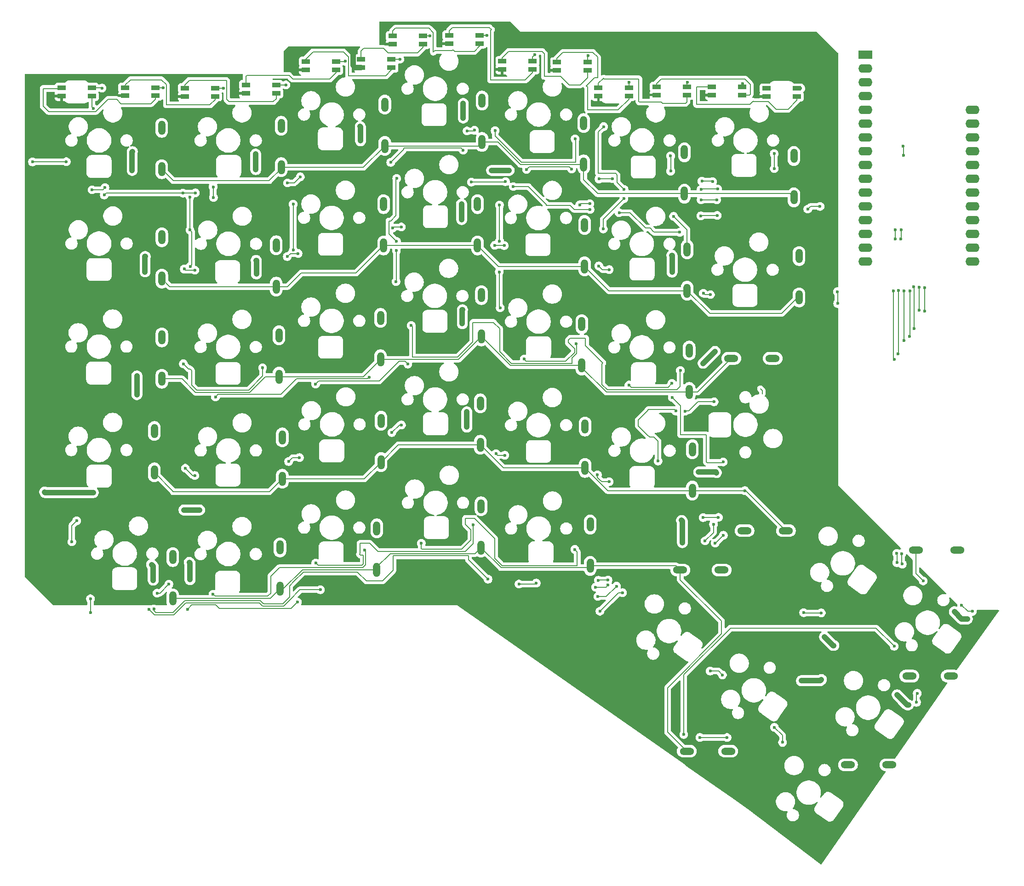
<source format=gbr>
%TF.GenerationSoftware,KiCad,Pcbnew,9.0.1*%
%TF.CreationDate,2025-07-25T21:26:32-04:00*%
%TF.ProjectId,splitboard left,73706c69-7462-46f6-9172-64206c656674,rev?*%
%TF.SameCoordinates,Original*%
%TF.FileFunction,Copper,L1,Top*%
%TF.FilePolarity,Positive*%
%FSLAX46Y46*%
G04 Gerber Fmt 4.6, Leading zero omitted, Abs format (unit mm)*
G04 Created by KiCad (PCBNEW 9.0.1) date 2025-07-25 21:26:32*
%MOMM*%
%LPD*%
G01*
G04 APERTURE LIST*
G04 Aperture macros list*
%AMRoundRect*
0 Rectangle with rounded corners*
0 $1 Rounding radius*
0 $2 $3 $4 $5 $6 $7 $8 $9 X,Y pos of 4 corners*
0 Add a 4 corners polygon primitive as box body*
4,1,4,$2,$3,$4,$5,$6,$7,$8,$9,$2,$3,0*
0 Add four circle primitives for the rounded corners*
1,1,$1+$1,$2,$3*
1,1,$1+$1,$4,$5*
1,1,$1+$1,$6,$7*
1,1,$1+$1,$8,$9*
0 Add four rect primitives between the rounded corners*
20,1,$1+$1,$2,$3,$4,$5,0*
20,1,$1+$1,$4,$5,$6,$7,0*
20,1,$1+$1,$6,$7,$8,$9,0*
20,1,$1+$1,$8,$9,$2,$3,0*%
G04 Aperture macros list end*
%TA.AperFunction,ComponentPad*%
%ADD10O,1.320800X2.641600*%
%TD*%
%TA.AperFunction,ComponentPad*%
%ADD11O,2.641600X1.320800*%
%TD*%
%TA.AperFunction,SMDPad,CuDef*%
%ADD12R,1.500000X0.820000*%
%TD*%
%TA.AperFunction,ComponentPad*%
%ADD13RoundRect,0.250000X-1.050000X-0.550000X1.050000X-0.550000X1.050000X0.550000X-1.050000X0.550000X0*%
%TD*%
%TA.AperFunction,ComponentPad*%
%ADD14O,2.600000X1.600000*%
%TD*%
%TA.AperFunction,ViaPad*%
%ADD15C,0.600000*%
%TD*%
%TA.AperFunction,Conductor*%
%ADD16C,0.200000*%
%TD*%
%TA.AperFunction,Conductor*%
%ADD17C,1.000000*%
%TD*%
G04 APERTURE END LIST*
D10*
%TO.P,D10,1,K*%
%TO.N,ROW2*%
X102042500Y-63648750D03*
%TO.P,D10,2,A*%
%TO.N,Net-(D10-A)*%
X102042500Y-56028750D03*
%TD*%
D11*
%TO.P,D21,1,K*%
%TO.N,ROW3*%
X166062500Y-84448750D03*
%TO.P,D21,2,A*%
%TO.N,Net-(D21-A)*%
X173682500Y-84448750D03*
%TD*%
D10*
%TO.P,D22,1,K*%
%TO.N,ROW4*%
X59832500Y-105448750D03*
%TO.P,D22,2,A*%
%TO.N,Net-(D22-A)*%
X59832500Y-97828750D03*
%TD*%
D12*
%TO.P,L50,1,VDD*%
%TO.N,+5V*%
X152300000Y-35910000D03*
%TO.P,L50,2,DOUT*%
%TO.N,Net-(L50-DOUT)*%
X152300000Y-34410000D03*
%TO.P,L50,3,VSS*%
%TO.N,GND*%
X157900000Y-34410000D03*
%TO.P,L50,4,DIN*%
%TO.N,Net-(L49-DOUT)*%
X157900000Y-35910000D03*
%TD*%
D10*
%TO.P,D5,1,K*%
%TO.N,ROW1*%
X138887500Y-48723750D03*
%TO.P,D5,2,A*%
%TO.N,Net-(D5-A)*%
X138887500Y-41103750D03*
%TD*%
D12*
%TO.P,L42,1,VDD*%
%TO.N,+5V*%
X76680000Y-35600000D03*
%TO.P,L42,2,DOUT*%
%TO.N,Net-(L42-DOUT)*%
X76680000Y-34100000D03*
%TO.P,L42,3,VSS*%
%TO.N,GND*%
X82280000Y-34100000D03*
%TO.P,L42,4,DIN*%
%TO.N,Net-(L41-DOUT)*%
X82280000Y-35600000D03*
%TD*%
D11*
%TO.P,D38,1,K*%
%TO.N,ROW6*%
X195162500Y-159338750D03*
%TO.P,D38,2,A*%
%TO.N,Net-(D38-A)*%
X187542500Y-159338750D03*
%TD*%
D10*
%TO.P,D9,1,K*%
%TO.N,ROW2*%
X82262500Y-71233750D03*
%TO.P,D9,2,A*%
%TO.N,Net-(D9-A)*%
X82262500Y-63613750D03*
%TD*%
%TO.P,D12,1,K*%
%TO.N,ROW2*%
X139042500Y-67498750D03*
%TO.P,D12,2,A*%
%TO.N,Net-(D12-A)*%
X139042500Y-59878750D03*
%TD*%
%TO.P,D14,1,K*%
%TO.N,ROW2*%
X178542500Y-73218750D03*
%TO.P,D14,2,A*%
%TO.N,Net-(D14-A)*%
X178542500Y-65598750D03*
%TD*%
%TO.P,D6,1,K*%
%TO.N,ROW1*%
X157431250Y-54105000D03*
%TO.P,D6,2,A*%
%TO.N,Net-(D6-A)*%
X157431250Y-46485000D03*
%TD*%
D11*
%TO.P,D37,1,K*%
%TO.N,ROW6*%
X206466052Y-142982011D03*
%TO.P,D37,2,A*%
%TO.N,Net-(D37-A)*%
X198846052Y-142982011D03*
%TD*%
%TO.P,D34,1,K*%
%TO.N,ROW5*%
X156672500Y-123438750D03*
%TO.P,D34,2,A*%
%TO.N,Net-(D34-A)*%
X164292500Y-123438750D03*
%TD*%
D12*
%TO.P,L52,1,VDD*%
%TO.N,+5V*%
X172540000Y-36220000D03*
%TO.P,L52,2,DOUT*%
%TO.N,unconnected-(L52-DOUT-Pad2)*%
X172540000Y-34720000D03*
%TO.P,L52,3,VSS*%
%TO.N,GND*%
X178140000Y-34720000D03*
%TO.P,L52,4,DIN*%
%TO.N,Net-(L52-DIN)*%
X178140000Y-36220000D03*
%TD*%
D11*
%TO.P,D35,1,K*%
%TO.N,ROW5*%
X157872500Y-156828750D03*
%TO.P,D35,2,A*%
%TO.N,Net-(D35-A)*%
X165492500Y-156828750D03*
%TD*%
D10*
%TO.P,D4,1,K*%
%TO.N,ROW1*%
X120162500Y-44583750D03*
%TO.P,D4,2,A*%
%TO.N,Net-(D4-A)*%
X120162500Y-36963750D03*
%TD*%
%TO.P,D31,1,K*%
%TO.N,ROW5*%
X100792500Y-123398750D03*
%TO.P,D31,2,A*%
%TO.N,Net-(D31-A)*%
X100792500Y-115778750D03*
%TD*%
D12*
%TO.P,L40,1,VDD*%
%TO.N,+5V*%
X54440000Y-36070000D03*
%TO.P,L40,2,DOUT*%
%TO.N,Net-(L40-DOUT)*%
X54440000Y-34570000D03*
%TO.P,L40,3,VSS*%
%TO.N,GND*%
X60040000Y-34570000D03*
%TO.P,L40,4,DIN*%
%TO.N,Net-(L39-DOUT)*%
X60040000Y-36070000D03*
%TD*%
D10*
%TO.P,D7,1,K*%
%TO.N,ROW1*%
X177587500Y-54783750D03*
%TO.P,D7,2,A*%
%TO.N,Net-(D7-A)*%
X177587500Y-47163750D03*
%TD*%
D12*
%TO.P,L39,1,VDD*%
%TO.N,+5V*%
X42730000Y-36100250D03*
%TO.P,L39,2,DOUT*%
%TO.N,Net-(L39-DOUT)*%
X42730000Y-34600250D03*
%TO.P,L39,3,VSS*%
%TO.N,GND*%
X48330000Y-34600250D03*
%TO.P,L39,4,DIN*%
%TO.N,Net-(L38-DOUT)*%
X48330000Y-36100250D03*
%TD*%
D10*
%TO.P,D11,1,K*%
%TO.N,ROW2*%
X119331250Y-63648750D03*
%TO.P,D11,2,A*%
%TO.N,Net-(D11-A)*%
X119331250Y-56028750D03*
%TD*%
%TO.P,D1,1,K*%
%TO.N,ROW1*%
X61187500Y-49583750D03*
%TO.P,D1,2,A*%
%TO.N,Net-(D1-A)*%
X61187500Y-41963750D03*
%TD*%
%TO.P,D2,1,K*%
%TO.N,ROW1*%
X83187500Y-49233750D03*
%TO.P,D2,2,A*%
%TO.N,Net-(D2-A)*%
X83187500Y-41613750D03*
%TD*%
%TO.P,D17,1,K*%
%TO.N,ROW3*%
X101472500Y-84608750D03*
%TO.P,D17,2,A*%
%TO.N,Net-(D17-A)*%
X101472500Y-76988750D03*
%TD*%
D11*
%TO.P,D28,1,K*%
%TO.N,ROW4*%
X176112500Y-116188750D03*
%TO.P,D28,2,A*%
%TO.N,Net-(D28-A)*%
X168492500Y-116188750D03*
%TD*%
D10*
%TO.P,D16,1,K*%
%TO.N,ROW3*%
X82782500Y-87808750D03*
%TO.P,D16,2,A*%
%TO.N,Net-(D16-A)*%
X82782500Y-80188750D03*
%TD*%
%TO.P,D8,1,K*%
%TO.N,ROW2*%
X61212500Y-69758750D03*
%TO.P,D8,2,A*%
%TO.N,Net-(D8-A)*%
X61212500Y-62138750D03*
%TD*%
%TO.P,D20,1,K*%
%TO.N,ROW3*%
X158312500Y-90638750D03*
%TO.P,D20,2,A*%
%TO.N,Net-(D20-A)*%
X158312500Y-83018750D03*
%TD*%
D12*
%TO.P,L43,1,VDD*%
%TO.N,+5V*%
X87690000Y-31290000D03*
%TO.P,L43,2,DOUT*%
%TO.N,Net-(L43-DOUT)*%
X87690000Y-29790000D03*
%TO.P,L43,3,VSS*%
%TO.N,GND*%
X93290000Y-29790000D03*
%TO.P,L43,4,DIN*%
%TO.N,Net-(L42-DOUT)*%
X93290000Y-31290000D03*
%TD*%
D10*
%TO.P,D24,1,K*%
%TO.N,ROW4*%
X101572500Y-103558750D03*
%TO.P,D24,2,A*%
%TO.N,Net-(D24-A)*%
X101572500Y-95938750D03*
%TD*%
D12*
%TO.P,L49,1,VDD*%
%TO.N,+5V*%
X141600000Y-36100250D03*
%TO.P,L49,2,DOUT*%
%TO.N,Net-(L49-DOUT)*%
X141600000Y-34600250D03*
%TO.P,L49,3,VSS*%
%TO.N,GND*%
X147200000Y-34600250D03*
%TO.P,L49,4,DIN*%
%TO.N,Net-(L48-DOUT)*%
X147200000Y-36100250D03*
%TD*%
D10*
%TO.P,D18,1,K*%
%TO.N,ROW3*%
X120052500Y-80408750D03*
%TO.P,D18,2,A*%
%TO.N,Net-(D18-A)*%
X120052500Y-72788750D03*
%TD*%
D12*
%TO.P,L53,1,VDD*%
%TO.N,+5V*%
X162500000Y-35930000D03*
%TO.P,L53,2,DOUT*%
%TO.N,Net-(L52-DIN)*%
X162500000Y-34430000D03*
%TO.P,L53,3,VSS*%
%TO.N,GND*%
X168100000Y-34430000D03*
%TO.P,L53,4,DIN*%
%TO.N,Net-(L50-DOUT)*%
X168100000Y-35930000D03*
%TD*%
D13*
%TO.P,A1,1,~{RESET}*%
%TO.N,unconnected-(A1-~{RESET}-Pad1)*%
X190730000Y-28520000D03*
D14*
%TO.P,A1,2,3V3*%
%TO.N,unconnected-(A1-3V3-Pad2)*%
X190730000Y-31060000D03*
%TO.P,A1,3,AREF*%
%TO.N,unconnected-(A1-AREF-Pad3)*%
X190730000Y-33600000D03*
%TO.P,A1,4,GND*%
%TO.N,GND*%
X190730000Y-36140000D03*
%TO.P,A1,5,A0*%
%TO.N,COL6*%
X190730000Y-38680000D03*
%TO.P,A1,6,A1*%
%TO.N,COL1*%
X190730000Y-41220000D03*
%TO.P,A1,7,A2*%
%TO.N,COL2*%
X190730000Y-43760000D03*
%TO.P,A1,8,A3*%
%TO.N,COL3*%
X190730000Y-46300000D03*
%TO.P,A1,9,A4*%
%TO.N,COL4*%
X190730000Y-48840000D03*
%TO.P,A1,10,A5*%
%TO.N,COL5*%
X190730000Y-51380000D03*
%TO.P,A1,11,SCK*%
%TO.N,unconnected-(A1-SCK-Pad11)*%
X190730000Y-53920000D03*
%TO.P,A1,12,MOSI*%
%TO.N,unconnected-(A1-MOSI-Pad12)*%
X190730000Y-56460000D03*
%TO.P,A1,13,MISO*%
%TO.N,unconnected-(A1-MISO-Pad13)*%
X190730000Y-59000000D03*
%TO.P,A1,14,RX*%
%TO.N,RGB*%
X190730000Y-61540000D03*
%TO.P,A1,15,TX*%
%TO.N,unconnected-(A1-TX-Pad15)*%
X190730000Y-64080000D03*
%TO.P,A1,16,SPARE*%
%TO.N,unconnected-(A1-SPARE-Pad16)*%
X190730000Y-66620000D03*
%TO.P,A1,17,SDA*%
%TO.N,unconnected-(A1-SDA-Pad17)*%
X210450000Y-66620000D03*
%TO.P,A1,18,SCL*%
%TO.N,unconnected-(A1-SCL-Pad18)*%
X210450000Y-64080000D03*
%TO.P,A1,19,D0*%
%TO.N,COL7*%
X210450000Y-61540000D03*
%TO.P,A1,20,D1*%
%TO.N,ROW1*%
X210450000Y-59000000D03*
%TO.P,A1,21,D2*%
%TO.N,ROW2*%
X210450000Y-56460000D03*
%TO.P,A1,22,D3*%
%TO.N,ROW3*%
X210450000Y-53920000D03*
%TO.P,A1,23,D4*%
%TO.N,ROW4*%
X210450000Y-51380000D03*
%TO.P,A1,24,D5*%
%TO.N,ROW5*%
X210450000Y-48840000D03*
%TO.P,A1,25,D6*%
%TO.N,ROW6*%
X210450000Y-46300000D03*
%TO.P,A1,26,USB*%
%TO.N,5v*%
X210450000Y-43760000D03*
%TO.P,A1,27,EN*%
%TO.N,unconnected-(A1-EN-Pad27)*%
X210450000Y-41220000D03*
%TO.P,A1,28,VBAT*%
%TO.N,Net-(A1-VBAT)*%
X210450000Y-38680000D03*
%TD*%
D12*
%TO.P,L48,1,VDD*%
%TO.N,+5V*%
X133980000Y-31380000D03*
%TO.P,L48,2,DOUT*%
%TO.N,Net-(L48-DOUT)*%
X133980000Y-29880000D03*
%TO.P,L48,3,VSS*%
%TO.N,GND*%
X139580000Y-29880000D03*
%TO.P,L48,4,DIN*%
%TO.N,Net-(L47-DOUT)*%
X139580000Y-31380000D03*
%TD*%
D10*
%TO.P,D33,1,K*%
%TO.N,ROW5*%
X140082500Y-122678750D03*
%TO.P,D33,2,A*%
%TO.N,Net-(D33-A)*%
X140082500Y-115058750D03*
%TD*%
%TO.P,D29,1,K*%
%TO.N,ROW5*%
X63222500Y-128673750D03*
%TO.P,D29,2,A*%
%TO.N,Net-(D29-A)*%
X63222500Y-121053750D03*
%TD*%
%TO.P,D3,1,K*%
%TO.N,ROW1*%
X102262500Y-45308750D03*
%TO.P,D3,2,A*%
%TO.N,Net-(D3-A)*%
X102262500Y-37688750D03*
%TD*%
%TO.P,D23,1,K*%
%TO.N,ROW4*%
X83382500Y-106638750D03*
%TO.P,D23,2,A*%
%TO.N,Net-(D23-A)*%
X83382500Y-99018750D03*
%TD*%
%TO.P,D13,1,K*%
%TO.N,ROW2*%
X157922500Y-71978750D03*
%TO.P,D13,2,A*%
%TO.N,Net-(D13-A)*%
X157922500Y-64358750D03*
%TD*%
D12*
%TO.P,L41,1,VDD*%
%TO.N,+5V*%
X65420000Y-36180000D03*
%TO.P,L41,2,DOUT*%
%TO.N,Net-(L41-DOUT)*%
X65420000Y-34680000D03*
%TO.P,L41,3,VSS*%
%TO.N,GND*%
X71020000Y-34680000D03*
%TO.P,L41,4,DIN*%
%TO.N,Net-(L40-DOUT)*%
X71020000Y-36180000D03*
%TD*%
%TO.P,L46,1,VDD*%
%TO.N,+5V*%
X114140000Y-26450000D03*
%TO.P,L46,2,DOUT*%
%TO.N,Net-(L46-DOUT)*%
X114140000Y-24950000D03*
%TO.P,L46,3,VSS*%
%TO.N,GND*%
X119740000Y-24950000D03*
%TO.P,L46,4,DIN*%
%TO.N,Net-(L45-DOUT)*%
X119740000Y-26450000D03*
%TD*%
D10*
%TO.P,D15,1,K*%
%TO.N,ROW3*%
X61202500Y-88198750D03*
%TO.P,D15,2,A*%
%TO.N,Net-(D15-A)*%
X61202500Y-80578750D03*
%TD*%
%TO.P,D25,1,K*%
%TO.N,ROW4*%
X119852500Y-100378750D03*
%TO.P,D25,2,A*%
%TO.N,Net-(D25-A)*%
X119852500Y-92758750D03*
%TD*%
D11*
%TO.P,D36,1,K*%
%TO.N,ROW6*%
X207682500Y-119728750D03*
%TO.P,D36,2,A*%
%TO.N,Net-(D36-A)*%
X200062500Y-119728750D03*
%TD*%
D10*
%TO.P,D30,1,K*%
%TO.N,ROW5*%
X82956250Y-126908750D03*
%TO.P,D30,2,A*%
%TO.N,Net-(D30-A)*%
X82956250Y-119288750D03*
%TD*%
%TO.P,D19,1,K*%
%TO.N,ROW3*%
X138532500Y-85768750D03*
%TO.P,D19,2,A*%
%TO.N,Net-(D19-A)*%
X138532500Y-78148750D03*
%TD*%
%TO.P,D32,1,K*%
%TO.N,ROW5*%
X119982500Y-119323750D03*
%TO.P,D32,2,A*%
%TO.N,Net-(D32-A)*%
X119982500Y-111703750D03*
%TD*%
%TO.P,D27,1,K*%
%TO.N,ROW4*%
X158892500Y-108818750D03*
%TO.P,D27,2,A*%
%TO.N,Net-(D27-A)*%
X158892500Y-101198750D03*
%TD*%
%TO.P,D26,1,K*%
%TO.N,ROW4*%
X139132500Y-104628750D03*
%TO.P,D26,2,A*%
%TO.N,Net-(D26-A)*%
X139132500Y-97008750D03*
%TD*%
D12*
%TO.P,L44,1,VDD*%
%TO.N,+5V*%
X97900000Y-30860000D03*
%TO.P,L44,2,DOUT*%
%TO.N,Net-(L44-DOUT)*%
X97900000Y-29360000D03*
%TO.P,L44,3,VSS*%
%TO.N,GND*%
X103500000Y-29360000D03*
%TO.P,L44,4,DIN*%
%TO.N,Net-(L43-DOUT)*%
X103500000Y-30860000D03*
%TD*%
%TO.P,L47,1,VDD*%
%TO.N,+5V*%
X123890000Y-31190250D03*
%TO.P,L47,2,DOUT*%
%TO.N,Net-(L47-DOUT)*%
X123890000Y-29690250D03*
%TO.P,L47,3,VSS*%
%TO.N,GND*%
X129490000Y-29690250D03*
%TO.P,L47,4,DIN*%
%TO.N,Net-(L46-DOUT)*%
X129490000Y-31190250D03*
%TD*%
%TO.P,L45,1,VDD*%
%TO.N,+5V*%
X103690000Y-26570000D03*
%TO.P,L45,2,DOUT*%
%TO.N,Net-(L45-DOUT)*%
X103690000Y-25070000D03*
%TO.P,L45,3,VSS*%
%TO.N,GND*%
X109290000Y-25070000D03*
%TO.P,L45,4,DIN*%
%TO.N,Net-(L44-DOUT)*%
X109290000Y-26570000D03*
%TD*%
D15*
%TO.N,COL4*%
X104446250Y-51298750D03*
X104330000Y-70300000D03*
X118220000Y-51970000D03*
X163400000Y-55230000D03*
X104390000Y-64600000D03*
X138150000Y-56170000D03*
X140010000Y-55960000D03*
X160500000Y-55230000D03*
X124500000Y-51900000D03*
X104430000Y-62910000D03*
%TO.N,GND*%
X58120000Y-68510000D03*
X59320000Y-122440000D03*
X61430000Y-34600000D03*
X50190000Y-34650000D03*
X97790000Y-44370000D03*
X209530000Y-132470000D03*
X160870000Y-85360000D03*
X66400000Y-125230000D03*
X184950000Y-137350000D03*
X168120000Y-33800000D03*
X78490000Y-49670000D03*
X94990000Y-29720000D03*
X163090000Y-83180000D03*
X78460000Y-46810000D03*
X116700000Y-40160000D03*
X65270000Y-112380000D03*
X147230000Y-33550000D03*
X155180000Y-68550000D03*
X55740000Y-49820000D03*
X157060000Y-118410000D03*
X105040000Y-29340000D03*
X58160000Y-65670000D03*
X129880000Y-28530000D03*
X121070000Y-24930000D03*
X116530000Y-78070000D03*
X116390000Y-56020000D03*
X110600000Y-25030000D03*
X182660000Y-143620000D03*
X116700000Y-37500000D03*
X78620000Y-68890000D03*
X178850000Y-34710000D03*
X154890000Y-47140000D03*
X173980000Y-49480000D03*
X97740000Y-41740000D03*
X116560000Y-75480000D03*
X39630000Y-109090000D03*
X160060000Y-105400000D03*
X196600000Y-146430000D03*
X84060000Y-34080000D03*
X117370000Y-94310000D03*
X183230000Y-135770000D03*
X59630000Y-125330000D03*
X48580000Y-109190000D03*
X125150000Y-49820000D03*
X117370000Y-97120000D03*
X68170000Y-112380000D03*
X56620000Y-91130000D03*
X173960000Y-46730000D03*
X72520000Y-34670000D03*
X156910000Y-114300000D03*
X154900000Y-49960000D03*
X139680000Y-28710000D03*
X66280000Y-122030000D03*
X121940000Y-49830000D03*
X55800000Y-46360000D03*
X116420000Y-58890000D03*
X78570000Y-66390000D03*
X207140000Y-131130000D03*
X155120000Y-65470000D03*
X158000000Y-33558500D03*
X56620000Y-87670000D03*
X163320000Y-105510000D03*
X198670000Y-148300000D03*
X178980000Y-143840000D03*
%TO.N,COL1*%
X196070601Y-137497974D03*
X197550000Y-122350000D03*
X65950000Y-130650000D03*
X197460000Y-120410000D03*
X48080000Y-131270000D03*
X86190000Y-129330000D03*
X198950000Y-72050000D03*
X157310000Y-153750000D03*
X198850000Y-80380000D03*
X48060000Y-128740000D03*
%TO.N,ROW1*%
X185640000Y-74330000D03*
X185610000Y-72170000D03*
%TO.N,COL6*%
X142546250Y-41755000D03*
X160510000Y-53320000D03*
X163560000Y-53240000D03*
X146320000Y-53340000D03*
X142500000Y-60600000D03*
X146280000Y-55030000D03*
%TO.N,COL5*%
X180140000Y-56950000D03*
X140050000Y-57020000D03*
X123340000Y-68510000D03*
X123400000Y-62840000D03*
X156560000Y-61220000D03*
X125930000Y-52800000D03*
X123390000Y-56200000D03*
X160470000Y-58190000D03*
X145420000Y-57620000D03*
X163480000Y-58120000D03*
X182410000Y-56450000D03*
X123496250Y-75138750D03*
%TO.N,ROW6*%
X199740000Y-78980000D03*
X199660000Y-71280000D03*
%TO.N,RGB*%
X37400000Y-48240000D03*
X90390000Y-127080000D03*
X58840000Y-130720000D03*
X43620000Y-48220000D03*
X163700000Y-113750000D03*
X126970000Y-126030000D03*
X143370000Y-125310000D03*
X141600000Y-125330000D03*
X50730000Y-53000000D03*
X130160000Y-125850000D03*
X160890000Y-113790000D03*
X48380000Y-53390000D03*
X197860000Y-71980000D03*
X197870000Y-81190000D03*
%TO.N,ROW4*%
X201710000Y-75770000D03*
X201660000Y-71460000D03*
X168550000Y-108818750D03*
%TO.N,COL2*%
X197710000Y-45390000D03*
X196270000Y-62480000D03*
X196050000Y-84660000D03*
X196280000Y-60760000D03*
X165280000Y-154310000D03*
X197740000Y-47030000D03*
X160280000Y-154300000D03*
X196560000Y-122070000D03*
X66450000Y-67490000D03*
X66387500Y-60798750D03*
X196530000Y-120390000D03*
X195920000Y-72010000D03*
X66380000Y-54710000D03*
%TO.N,COL3*%
X163090000Y-118470000D03*
X197250000Y-62410000D03*
X196790000Y-83580000D03*
X197350000Y-60790000D03*
X196820000Y-71950000D03*
X85387500Y-56023750D03*
X164620000Y-117030000D03*
X146050000Y-127630000D03*
X141870000Y-131040000D03*
X85410000Y-64510000D03*
%TO.N,ROW5*%
X200630000Y-71360000D03*
X200660000Y-75600000D03*
X161230000Y-118070000D03*
X162780000Y-115020000D03*
%TO.N,Net-(D13-A)*%
X155439500Y-58283750D03*
%TO.N,Net-(D36-A)*%
X201404577Y-125451911D03*
%TO.N,Net-(L1-DOUT)*%
X67380000Y-53970000D03*
X50610000Y-54350000D03*
X65080000Y-53995000D03*
%TO.N,+5V*%
X154640000Y-140290000D03*
X37660000Y-36160000D03*
X107740000Y-75990000D03*
X50270000Y-123150000D03*
X160600000Y-39040000D03*
X141130000Y-37460000D03*
X146340000Y-47360000D03*
X46260000Y-66080000D03*
X88920000Y-42410000D03*
X69370000Y-85820000D03*
X191440000Y-153830000D03*
X46070000Y-85360000D03*
X202160000Y-138060000D03*
X127220000Y-42800000D03*
X107740000Y-56310000D03*
X127110000Y-118560000D03*
X112250000Y-26460000D03*
X186850000Y-127300000D03*
X126440000Y-99620000D03*
X107810000Y-113790000D03*
X164590000Y-47270000D03*
X46100000Y-47420000D03*
X69820000Y-66770000D03*
X69910000Y-47320000D03*
X69930000Y-104210000D03*
X160810000Y-36070000D03*
X126520000Y-61770000D03*
X165300000Y-92270000D03*
X126680000Y-80890000D03*
X146290000Y-85560000D03*
X40570000Y-36180000D03*
X86110000Y-34270000D03*
X89070000Y-99780000D03*
X145840000Y-65960000D03*
X170100000Y-150960000D03*
X107550000Y-94610000D03*
X88640000Y-61370000D03*
X120280000Y-28590000D03*
X123380000Y-26750000D03*
X138350000Y-36800000D03*
X109970000Y-29040000D03*
X88340000Y-80660000D03*
X107640000Y-37990000D03*
X88690000Y-118710000D03*
X45870000Y-104340000D03*
X85610000Y-31170000D03*
X180570000Y-168760000D03*
X164780000Y-71240000D03*
X146220000Y-104570000D03*
X69250000Y-124430000D03*
%TO.N,Net-(L2-DOUT)*%
X70655000Y-52845000D03*
X86705000Y-50995000D03*
X70730000Y-54795000D03*
X84330000Y-52120000D03*
%TO.N,Net-(L3-DOUT)*%
X103355000Y-48345000D03*
X116705000Y-46070000D03*
%TO.N,Net-(L4-DOUT)*%
X118780000Y-42420000D03*
X122580000Y-42495000D03*
X117405000Y-42545000D03*
X137305000Y-43995000D03*
%TO.N,Net-(L5-DOUT)*%
X144155000Y-51345000D03*
X141705000Y-51395000D03*
X128355000Y-49645000D03*
X136680000Y-49545000D03*
%TO.N,Net-(L6-DOUT)*%
X160655000Y-51795000D03*
X162605000Y-51870000D03*
%TO.N,Net-(L8-DOUT)*%
X162230000Y-72695000D03*
X160912500Y-72445000D03*
%TO.N,Net-(L10-DIN)*%
X143580000Y-68095000D03*
X141680000Y-67420000D03*
%TO.N,Net-(L10-DOUT)*%
X124255000Y-63670000D03*
X122505000Y-63620000D03*
%TO.N,Net-(L11-DOUT)*%
X105305000Y-60245000D03*
X103680000Y-60445000D03*
%TO.N,Net-(L12-DOUT)*%
X86305000Y-65120000D03*
X84305000Y-65695000D03*
%TO.N,Net-(L13-DOUT)*%
X67305000Y-68195000D03*
X65330000Y-67995000D03*
%TO.N,Net-(L15-DOUT)*%
X79755000Y-86170000D03*
X65180000Y-85445000D03*
%TO.N,Net-(L16-DOUT)*%
X99380000Y-87895000D03*
X71080000Y-91570000D03*
%TO.N,Net-(L17-DOUT)*%
X89530000Y-89170000D03*
X106505000Y-85495000D03*
%TO.N,Net-(L18-DOUT)*%
X137530000Y-81720000D03*
X107130000Y-78370000D03*
%TO.N,Net-(L19-DOUT)*%
X127955000Y-84545000D03*
X156680000Y-86670000D03*
%TO.N,Net-(L20-DOUT)*%
X155230000Y-91670000D03*
X164580000Y-103520000D03*
X155130000Y-89070000D03*
X147230000Y-89370000D03*
%TO.N,Net-(L21-DOUT)*%
X157555000Y-94170000D03*
X155855000Y-94145000D03*
X162905000Y-92445000D03*
X152580000Y-103370000D03*
%TO.N,Net-(L22-DOUT)*%
X143555000Y-107170000D03*
X141430000Y-105920000D03*
%TO.N,Net-(L23-DOUT)*%
X122730000Y-101995000D03*
X124355000Y-102295000D03*
%TO.N,Net-(L24-DOUT)*%
X105330000Y-96720000D03*
X103555000Y-98120000D03*
%TO.N,Net-(L25-DOUT)*%
X86555000Y-102720000D03*
X84555000Y-103445000D03*
%TO.N,Net-(L26-DOUT)*%
X67280000Y-106020000D03*
X65530000Y-104695000D03*
%TO.N,Net-(L27-DOUT)*%
X45530000Y-114370000D03*
X44630000Y-118245000D03*
%TO.N,Net-(L28-DOUT)*%
X62505000Y-126045000D03*
X60330000Y-127695000D03*
%TO.N,Net-(L29-DOUT)*%
X70630000Y-127895000D03*
X98555000Y-119745000D03*
%TO.N,Net-(L30-DOUT)*%
X118530000Y-115145000D03*
X89555000Y-122145000D03*
%TO.N,Net-(L31-DOUT)*%
X137255000Y-119645000D03*
X108980000Y-118520000D03*
%TO.N,Net-(L32-DOUT)*%
X141080000Y-126595000D03*
X143330000Y-126245000D03*
%TO.N,Net-(L33-DOUT)*%
X162180000Y-142070000D03*
X164430000Y-142770000D03*
%TO.N,Net-(L34-DOUT)*%
X175505000Y-155200000D03*
X174005000Y-152420000D03*
%TO.N,Net-(L36-DOUT)*%
X200305000Y-146170000D03*
X200180000Y-147820000D03*
%TO.N,Net-(L37-DOUT)*%
X210455000Y-131070000D03*
X208480000Y-129945000D03*
%TO.N,Net-(L38-DOUT)*%
X179380000Y-131295000D03*
X59755000Y-130645000D03*
X141480000Y-128320000D03*
X182630000Y-131345000D03*
X144930000Y-126420000D03*
X121255000Y-125120000D03*
X48560000Y-38370000D03*
%TD*%
D16*
%TO.N,*%
X171762500Y-90948750D02*
X171762500Y-90348750D01*
X171762500Y-90348750D02*
X171437500Y-90023750D01*
%TO.N,COL4*%
X104340000Y-51405000D02*
X104446250Y-51298750D01*
X124430000Y-51970000D02*
X118220000Y-51970000D01*
X103380000Y-59120000D02*
X104340000Y-58160000D01*
X103020000Y-59120000D02*
X103380000Y-59120000D01*
X104340000Y-58160000D02*
X104340000Y-51405000D01*
X104410000Y-64620000D02*
X104390000Y-64600000D01*
X104410000Y-70220000D02*
X104410000Y-64620000D01*
X104330000Y-70300000D02*
X104410000Y-70220000D01*
X140010000Y-55960000D02*
X138360000Y-55960000D01*
X163400000Y-55230000D02*
X160500000Y-55230000D01*
X138360000Y-55960000D02*
X138150000Y-56170000D01*
X124500000Y-51900000D02*
X124430000Y-51970000D01*
X103020000Y-61500000D02*
X103020000Y-59120000D01*
X104430000Y-62910000D02*
X103020000Y-61500000D01*
%TO.N,GND*%
X147200000Y-33580000D02*
X147230000Y-33550000D01*
D17*
X58120000Y-65710000D02*
X58160000Y-65670000D01*
X208480000Y-132470000D02*
X207140000Y-131130000D01*
X56620000Y-87670000D02*
X56620000Y-91130000D01*
D16*
X129490000Y-28920000D02*
X129880000Y-28530000D01*
D17*
X78620000Y-68890000D02*
X78620000Y-66440000D01*
X182440000Y-143840000D02*
X182660000Y-143620000D01*
X116420000Y-58890000D02*
X116420000Y-56050000D01*
D16*
X50140250Y-34600250D02*
X50190000Y-34650000D01*
D17*
X97790000Y-41790000D02*
X97740000Y-41740000D01*
X97790000Y-44370000D02*
X97790000Y-41790000D01*
D16*
X61400000Y-34570000D02*
X61430000Y-34600000D01*
D17*
X160060000Y-105400000D02*
X163210000Y-105400000D01*
D16*
X173980000Y-49480000D02*
X173980000Y-46750000D01*
X93290000Y-29790000D02*
X94920000Y-29790000D01*
D17*
X163210000Y-105400000D02*
X163320000Y-105510000D01*
X59630000Y-122750000D02*
X59320000Y-122440000D01*
X116530000Y-75510000D02*
X116560000Y-75480000D01*
X66400000Y-125230000D02*
X66400000Y-122150000D01*
D16*
X168100000Y-34430000D02*
X168100000Y-33820000D01*
X173980000Y-49550000D02*
X173980000Y-49480000D01*
X139580000Y-29880000D02*
X139580000Y-28810000D01*
D17*
X116530000Y-78070000D02*
X116530000Y-75510000D01*
D16*
X168100000Y-33820000D02*
X168120000Y-33800000D01*
D17*
X198670000Y-148300000D02*
X198470000Y-148300000D01*
X55740000Y-46420000D02*
X55800000Y-46360000D01*
X163090000Y-83180000D02*
X163050000Y-83180000D01*
D16*
X109290000Y-25070000D02*
X110560000Y-25070000D01*
D17*
X184950000Y-137350000D02*
X184810000Y-137350000D01*
X65270000Y-112380000D02*
X68170000Y-112380000D01*
D16*
X157900000Y-33658500D02*
X158000000Y-33558500D01*
D17*
X116420000Y-56050000D02*
X116390000Y-56020000D01*
D16*
X173980000Y-46750000D02*
X173960000Y-46730000D01*
X147200000Y-34600250D02*
X147200000Y-33580000D01*
X48330000Y-34600250D02*
X50140250Y-34600250D01*
D17*
X58120000Y-68510000D02*
X58120000Y-65710000D01*
D16*
X72510000Y-34680000D02*
X72520000Y-34670000D01*
D17*
X39730000Y-109190000D02*
X39630000Y-109090000D01*
D16*
X71020000Y-34680000D02*
X72510000Y-34680000D01*
X60040000Y-34570000D02*
X61400000Y-34570000D01*
D17*
X155180000Y-68550000D02*
X155180000Y-65530000D01*
D16*
X94920000Y-29790000D02*
X94990000Y-29720000D01*
D17*
X157060000Y-114450000D02*
X156910000Y-114300000D01*
X157060000Y-118410000D02*
X157060000Y-114450000D01*
D16*
X129490000Y-29690250D02*
X129490000Y-28920000D01*
X103500000Y-29360000D02*
X105020000Y-29360000D01*
D17*
X48580000Y-109190000D02*
X39730000Y-109190000D01*
X184810000Y-137350000D02*
X183230000Y-135770000D01*
D16*
X139580000Y-28810000D02*
X139680000Y-28710000D01*
D17*
X66400000Y-122150000D02*
X66280000Y-122030000D01*
D16*
X121050000Y-24950000D02*
X121070000Y-24930000D01*
X105020000Y-29360000D02*
X105040000Y-29340000D01*
D17*
X163050000Y-83180000D02*
X160870000Y-85360000D01*
X55740000Y-49820000D02*
X55740000Y-46420000D01*
X59630000Y-125330000D02*
X59630000Y-122750000D01*
X178980000Y-143840000D02*
X182440000Y-143840000D01*
D16*
X82280000Y-34100000D02*
X84040000Y-34100000D01*
X154900000Y-47150000D02*
X154890000Y-47140000D01*
D17*
X116700000Y-40160000D02*
X116700000Y-37500000D01*
D16*
X110560000Y-25070000D02*
X110600000Y-25030000D01*
X84040000Y-34100000D02*
X84060000Y-34080000D01*
X154890000Y-49970000D02*
X154900000Y-49960000D01*
X154900000Y-49960000D02*
X154900000Y-47150000D01*
X157900000Y-34410000D02*
X157900000Y-33658500D01*
D17*
X198470000Y-148300000D02*
X196600000Y-146430000D01*
X125140000Y-49830000D02*
X125150000Y-49820000D01*
X78490000Y-46840000D02*
X78460000Y-46810000D01*
X117370000Y-97120000D02*
X117370000Y-94310000D01*
X78620000Y-66440000D02*
X78570000Y-66390000D01*
D16*
X178840000Y-34720000D02*
X178850000Y-34710000D01*
D17*
X155180000Y-65530000D02*
X155120000Y-65470000D01*
X78490000Y-49670000D02*
X78490000Y-46840000D01*
X121940000Y-49830000D02*
X125140000Y-49830000D01*
D16*
X119740000Y-24950000D02*
X121050000Y-24950000D01*
X178140000Y-34720000D02*
X178840000Y-34720000D01*
D17*
X209530000Y-132470000D02*
X208480000Y-132470000D01*
D16*
%TO.N,COL1*%
X157310000Y-142732100D02*
X165912100Y-134130000D01*
X65950000Y-130650000D02*
X66723250Y-129876750D01*
X157310000Y-153750000D02*
X157310000Y-142732100D01*
X66723250Y-129876750D02*
X71150000Y-129876750D01*
X85023000Y-130497000D02*
X86190000Y-129330000D01*
X48060000Y-131250000D02*
X48080000Y-131270000D01*
X197460000Y-120410000D02*
X197460000Y-122260000D01*
X48060000Y-128740000D02*
X48060000Y-131250000D01*
X165912100Y-134130000D02*
X192702627Y-134130000D01*
X197460000Y-122260000D02*
X197550000Y-122350000D01*
X192702627Y-134130000D02*
X196070601Y-137497974D01*
X198950000Y-80280000D02*
X198850000Y-80380000D01*
X198950000Y-72050000D02*
X198950000Y-80280000D01*
X71770250Y-130497000D02*
X85023000Y-130497000D01*
X71150000Y-129876750D02*
X71770250Y-130497000D01*
%TO.N,ROW1*%
X119437500Y-45308750D02*
X120162500Y-44583750D01*
X120162500Y-44583750D02*
X123118750Y-44583750D01*
X185640000Y-72200000D02*
X185610000Y-72170000D01*
X141440000Y-54105000D02*
X157431250Y-54105000D01*
X185640000Y-74330000D02*
X185640000Y-72200000D01*
X80955000Y-51720000D02*
X83187500Y-49487500D01*
X138887500Y-51552500D02*
X141440000Y-54105000D01*
X127258750Y-48723750D02*
X138887500Y-48723750D01*
X63323750Y-51720000D02*
X80955000Y-51720000D01*
X102262500Y-45308750D02*
X119437500Y-45308750D01*
X61187500Y-49583750D02*
X63323750Y-51720000D01*
X157431250Y-54105000D02*
X176908750Y-54105000D01*
X123118750Y-44583750D02*
X127258750Y-48723750D01*
X98337500Y-49233750D02*
X102262500Y-45308750D01*
X83187500Y-49487500D02*
X83187500Y-49233750D01*
X138887500Y-48723750D02*
X138887500Y-51552500D01*
X83187500Y-49233750D02*
X98337500Y-49233750D01*
X176908750Y-54105000D02*
X177587500Y-54783750D01*
%TO.N,COL6*%
X145040000Y-52060000D02*
X145040000Y-50670000D01*
X145040000Y-50670000D02*
X144750000Y-50380000D01*
X163560000Y-53240000D02*
X160590000Y-53240000D01*
X141590000Y-42711250D02*
X142546250Y-41755000D01*
X146320000Y-53340000D02*
X145040000Y-52060000D01*
X142500000Y-58810000D02*
X146280000Y-55030000D01*
X144750000Y-50380000D02*
X141590000Y-50380000D01*
X160590000Y-53240000D02*
X160510000Y-53320000D01*
X141590000Y-50380000D02*
X141590000Y-42711250D01*
X142500000Y-60600000D02*
X142500000Y-58810000D01*
%TO.N,COL5*%
X180640000Y-56450000D02*
X180140000Y-56950000D01*
X147440000Y-57620000D02*
X145420000Y-57620000D01*
X123340000Y-68510000D02*
X123340000Y-74982500D01*
X182410000Y-56450000D02*
X180640000Y-56450000D01*
X151890000Y-61220000D02*
X151740000Y-61070000D01*
X136540000Y-56420000D02*
X136390000Y-56270000D01*
X151120000Y-60450000D02*
X150270000Y-60450000D01*
X128710000Y-52800000D02*
X125930000Y-52800000D01*
X160540000Y-58120000D02*
X160470000Y-58190000D01*
X163480000Y-58120000D02*
X160540000Y-58120000D01*
X136390000Y-56270000D02*
X132030000Y-56270000D01*
X132030000Y-56120000D02*
X130560000Y-54650000D01*
X123340000Y-74982500D02*
X123496250Y-75138750D01*
X137140000Y-57020000D02*
X136540000Y-56420000D01*
X132030000Y-56270000D02*
X132030000Y-56120000D01*
X150270000Y-60450000D02*
X147440000Y-57620000D01*
X123390000Y-56200000D02*
X123400000Y-56210000D01*
X130560000Y-54650000D02*
X128710000Y-52800000D01*
X123400000Y-56210000D02*
X123400000Y-62840000D01*
X156560000Y-61220000D02*
X151890000Y-61220000D01*
X140050000Y-57020000D02*
X137140000Y-57020000D01*
X151740000Y-61070000D02*
X151120000Y-60450000D01*
%TO.N,ROW6*%
X199660000Y-71280000D02*
X199740000Y-71360000D01*
X199740000Y-71360000D02*
X199740000Y-78980000D01*
%TO.N,RGB*%
X59830000Y-131710000D02*
X58840000Y-130720000D01*
X84723550Y-128993550D02*
X83621100Y-130096000D01*
X37400000Y-48240000D02*
X43600000Y-48240000D01*
X86637100Y-127080000D02*
X84723550Y-128993550D01*
X48380000Y-53390000D02*
X50340000Y-53390000D01*
X79193650Y-129475750D02*
X78840000Y-129475750D01*
X60370000Y-131710000D02*
X59830000Y-131710000D01*
X163700000Y-113750000D02*
X160930000Y-113750000D01*
X141620000Y-125310000D02*
X141600000Y-125330000D01*
X160930000Y-113750000D02*
X160890000Y-113790000D01*
X130160000Y-125850000D02*
X129980000Y-126030000D01*
X129980000Y-126030000D02*
X126970000Y-126030000D01*
X65616350Y-129475750D02*
X63382100Y-131710000D01*
X43600000Y-48240000D02*
X43620000Y-48220000D01*
X50340000Y-53390000D02*
X50730000Y-53000000D01*
X63382100Y-131710000D02*
X60370000Y-131710000D01*
X90390000Y-127080000D02*
X86637100Y-127080000D01*
X79703950Y-129986050D02*
X79193650Y-129475750D01*
X143370000Y-125310000D02*
X141620000Y-125310000D01*
X83621100Y-130096000D02*
X79813900Y-130096000D01*
X197860000Y-81180000D02*
X197870000Y-81190000D01*
X78840000Y-129475750D02*
X65616350Y-129475750D01*
X79813900Y-130096000D02*
X79703950Y-129986050D01*
X197860000Y-71980000D02*
X197860000Y-81180000D01*
%TO.N,ROW4*%
X104752500Y-100378750D02*
X101572500Y-103558750D01*
X168742500Y-108818750D02*
X176112500Y-116188750D01*
X101572500Y-103558750D02*
X98492500Y-106638750D01*
X201660000Y-71460000D02*
X201660000Y-75720000D01*
X83382500Y-106638750D02*
X81001250Y-109020000D01*
X168550000Y-108818750D02*
X168742500Y-108818750D01*
X124102500Y-104628750D02*
X119852500Y-100378750D01*
X143322500Y-108818750D02*
X139132500Y-104628750D01*
X158892500Y-108818750D02*
X168550000Y-108818750D01*
X139132500Y-104628750D02*
X124102500Y-104628750D01*
X201660000Y-75720000D02*
X201710000Y-75770000D01*
X81001250Y-109020000D02*
X63280000Y-109020000D01*
X63280000Y-108896250D02*
X59832500Y-105448750D01*
X63280000Y-109020000D02*
X63280000Y-108896250D01*
X158892500Y-108818750D02*
X143322500Y-108818750D01*
X98492500Y-106638750D02*
X83382500Y-106638750D01*
X119852500Y-100378750D02*
X104752500Y-100378750D01*
%TO.N,COL2*%
X196270000Y-62480000D02*
X196270000Y-60770000D01*
X66387500Y-60798750D02*
X66730000Y-61141250D01*
X196270000Y-60770000D02*
X196280000Y-60760000D01*
X66730000Y-67210000D02*
X66450000Y-67490000D01*
X165280000Y-154310000D02*
X160290000Y-154310000D01*
X66380000Y-60791250D02*
X66387500Y-60798750D01*
X197740000Y-47030000D02*
X197740000Y-45420000D01*
X160290000Y-154310000D02*
X160280000Y-154300000D01*
X66380000Y-54710000D02*
X66380000Y-60791250D01*
X66730000Y-61141250D02*
X66730000Y-67210000D01*
X196560000Y-120420000D02*
X196530000Y-120390000D01*
X196050000Y-84660000D02*
X195920000Y-84530000D01*
X195920000Y-84530000D02*
X195920000Y-72010000D01*
X197740000Y-45420000D02*
X197710000Y-45390000D01*
X196560000Y-122070000D02*
X196560000Y-120420000D01*
%TO.N,ROW2*%
X178281250Y-73218750D02*
X175330000Y-76170000D01*
X119331250Y-63648750D02*
X102042500Y-63648750D01*
X96971250Y-68720000D02*
X86880000Y-68720000D01*
X178542500Y-73218750D02*
X178281250Y-73218750D01*
X84366250Y-71233750D02*
X82262500Y-71233750D01*
X102042500Y-63648750D02*
X96971250Y-68720000D01*
X143522500Y-71978750D02*
X139042500Y-67498750D01*
X62687500Y-71233750D02*
X61212500Y-69758750D01*
X86880000Y-68720000D02*
X84366250Y-71233750D01*
X82262500Y-71233750D02*
X62687500Y-71233750D01*
X139042500Y-67498750D02*
X123181250Y-67498750D01*
X175330000Y-76170000D02*
X162113750Y-76170000D01*
X157922500Y-71978750D02*
X143522500Y-71978750D01*
X123181250Y-67498750D02*
X119331250Y-63648750D01*
X162113750Y-76170000D02*
X157922500Y-71978750D01*
%TO.N,ROW3*%
X61202500Y-88198750D02*
X64908750Y-88198750D01*
X120052500Y-80417500D02*
X125403750Y-85768750D01*
X138532500Y-86122500D02*
X143055000Y-90645000D01*
X67405000Y-90695000D02*
X77355000Y-90695000D01*
X77355000Y-90695000D02*
X80241250Y-87808750D01*
X138532500Y-85768750D02*
X138532500Y-86122500D01*
X143061250Y-90638750D02*
X158312500Y-90638750D01*
X82782500Y-87808750D02*
X98272500Y-87808750D01*
X159872500Y-90638750D02*
X166062500Y-84448750D01*
X98272500Y-87808750D02*
X101472500Y-84608750D01*
X80241250Y-87808750D02*
X82782500Y-87808750D01*
X143055000Y-90645000D02*
X143061250Y-90638750D01*
X158312500Y-90638750D02*
X159872500Y-90638750D01*
X101472500Y-84608750D02*
X115852500Y-84608750D01*
X64908750Y-88198750D02*
X67405000Y-90695000D01*
X125403750Y-85768750D02*
X138532500Y-85768750D01*
X115852500Y-84608750D02*
X120052500Y-80408750D01*
X120052500Y-80408750D02*
X120052500Y-80417500D01*
%TO.N,COL3*%
X196820000Y-71950000D02*
X196820000Y-83550000D01*
X85387500Y-56023750D02*
X85387500Y-64487500D01*
X85387500Y-64487500D02*
X85410000Y-64510000D01*
X146050000Y-127630000D02*
X145280000Y-127630000D01*
X164620000Y-117030000D02*
X163180000Y-118470000D01*
X145280000Y-127630000D02*
X141870000Y-131040000D01*
X197350000Y-60790000D02*
X197350000Y-62310000D01*
X163180000Y-118470000D02*
X163090000Y-118470000D01*
X197350000Y-62310000D02*
X197250000Y-62410000D01*
X196820000Y-83550000D02*
X196790000Y-83580000D01*
%TO.N,ROW5*%
X83591250Y-126908750D02*
X87101250Y-123398750D01*
X123678750Y-123020000D02*
X139741250Y-123020000D01*
X164280000Y-135195000D02*
X154330000Y-145145000D01*
X100792500Y-123398750D02*
X100792500Y-122882500D01*
X154330000Y-153286250D02*
X157872500Y-156828750D01*
X154330000Y-145145000D02*
X154330000Y-153286250D01*
X100792500Y-122882500D02*
X103255000Y-120420000D01*
X200630000Y-71360000D02*
X200630000Y-75570000D01*
X63222500Y-128673750D02*
X81191250Y-128673750D01*
X156672500Y-125237500D02*
X164280000Y-132845000D01*
X200630000Y-75570000D02*
X200660000Y-75600000D01*
X156672500Y-123438750D02*
X156672500Y-125237500D01*
X103255000Y-120420000D02*
X118886250Y-120420000D01*
X155912500Y-122678750D02*
X156672500Y-123438750D01*
X140082500Y-122678750D02*
X155912500Y-122678750D01*
X87101250Y-123398750D02*
X100792500Y-123398750D01*
X118886250Y-120420000D02*
X119982500Y-119323750D01*
X119982500Y-119323750D02*
X123678750Y-123020000D01*
X164280000Y-132845000D02*
X164280000Y-135195000D01*
X81191250Y-128673750D02*
X82956250Y-126908750D01*
X162780000Y-115020000D02*
X162780000Y-116520000D01*
X139741250Y-123020000D02*
X140082500Y-122678750D01*
X82956250Y-126908750D02*
X83591250Y-126908750D01*
X162780000Y-116520000D02*
X161230000Y-118070000D01*
%TO.N,Net-(D13-A)*%
X157922500Y-64358750D02*
X157922500Y-60766750D01*
X157922500Y-60766750D02*
X155439500Y-58283750D01*
%TO.N,Net-(D36-A)*%
X200062500Y-124109834D02*
X201404577Y-125451911D01*
X200062500Y-119728750D02*
X200062500Y-124109834D01*
%TO.N,Net-(L1-DOUT)*%
X67355000Y-53995000D02*
X67380000Y-53970000D01*
X65080000Y-53995000D02*
X67355000Y-53995000D01*
X65080000Y-53995000D02*
X50965000Y-53995000D01*
X50965000Y-53995000D02*
X50610000Y-54350000D01*
D17*
%TO.N,+5V*%
X112250000Y-26470000D02*
X112250000Y-26460000D01*
X96801000Y-30860000D02*
X96411000Y-30470000D01*
X40630000Y-36220000D02*
X40610000Y-36220000D01*
X96411000Y-27781000D02*
X96370000Y-27740000D01*
X40610000Y-36220000D02*
X40570000Y-36180000D01*
X85630000Y-30910000D02*
X85630000Y-31150000D01*
X120350000Y-28660000D02*
X120280000Y-28590000D01*
X85630000Y-31150000D02*
X85610000Y-31170000D01*
X96411000Y-30470000D02*
X96411000Y-28350000D01*
X97900000Y-30860000D02*
X96801000Y-30860000D01*
D16*
%TO.N,Net-(L2-DOUT)*%
X85580000Y-52120000D02*
X86705000Y-50995000D01*
X84330000Y-52120000D02*
X85580000Y-52120000D01*
X70655000Y-54720000D02*
X70730000Y-54795000D01*
X70655000Y-52845000D02*
X70655000Y-54720000D01*
%TO.N,Net-(L3-DOUT)*%
X114955000Y-45709750D02*
X116344750Y-45709750D01*
X105780000Y-45709750D02*
X114955000Y-45709750D01*
X105780000Y-45920000D02*
X105780000Y-45709750D01*
X116344750Y-45709750D02*
X116705000Y-46070000D01*
X103355000Y-48345000D02*
X105780000Y-45920000D01*
%TO.N,Net-(L4-DOUT)*%
X118655000Y-42545000D02*
X118780000Y-42420000D01*
X127424850Y-48322750D02*
X137380000Y-48322750D01*
X117405000Y-42545000D02*
X118655000Y-42545000D01*
X122580000Y-43477900D02*
X125063550Y-45961450D01*
X125063550Y-45961450D02*
X127424850Y-48322750D01*
X122580000Y-42495000D02*
X122580000Y-43477900D01*
X137380000Y-44070000D02*
X137305000Y-43995000D01*
X137380000Y-48322750D02*
X137380000Y-44070000D01*
%TO.N,Net-(L5-DOUT)*%
X141705000Y-51395000D02*
X144105000Y-51395000D01*
X128875250Y-49124750D02*
X133530000Y-49124750D01*
X144105000Y-51395000D02*
X144155000Y-51345000D01*
X136259750Y-49124750D02*
X136680000Y-49545000D01*
X133530000Y-49124750D02*
X136259750Y-49124750D01*
X128355000Y-49645000D02*
X128875250Y-49124750D01*
%TO.N,Net-(L6-DOUT)*%
X162530000Y-51795000D02*
X162605000Y-51870000D01*
X160655000Y-51795000D02*
X162530000Y-51795000D01*
%TO.N,Net-(L8-DOUT)*%
X162230000Y-72695000D02*
X161162500Y-72695000D01*
X161162500Y-72695000D02*
X160912500Y-72445000D01*
%TO.N,Net-(L10-DIN)*%
X143580000Y-68095000D02*
X142355000Y-68095000D01*
X142355000Y-68095000D02*
X141680000Y-67420000D01*
%TO.N,Net-(L10-DOUT)*%
X122555000Y-63670000D02*
X122505000Y-63620000D01*
X124255000Y-63670000D02*
X122555000Y-63670000D01*
%TO.N,Net-(L11-DOUT)*%
X103880000Y-60245000D02*
X103680000Y-60445000D01*
X105305000Y-60245000D02*
X103880000Y-60245000D01*
%TO.N,Net-(L12-DOUT)*%
X86305000Y-65120000D02*
X84880000Y-65120000D01*
X84880000Y-65120000D02*
X84305000Y-65695000D01*
%TO.N,Net-(L13-DOUT)*%
X67305000Y-68195000D02*
X65530000Y-68195000D01*
X65530000Y-68195000D02*
X65330000Y-67995000D01*
%TO.N,Net-(L15-DOUT)*%
X79855000Y-86445000D02*
X79855000Y-86270000D01*
X67629000Y-90294000D02*
X68155000Y-90294000D01*
X65180000Y-85445000D02*
X66105000Y-86370000D01*
X77188900Y-90294000D02*
X79783950Y-87698950D01*
X79855000Y-86270000D02*
X79755000Y-86170000D01*
X66680000Y-86670000D02*
X66680000Y-89345000D01*
X79783950Y-86516050D02*
X79855000Y-86445000D01*
X66680000Y-89345000D02*
X67629000Y-90294000D01*
X66105000Y-86370000D02*
X66380000Y-86370000D01*
X79783950Y-87698950D02*
X79783950Y-86516050D01*
X66380000Y-86370000D02*
X66680000Y-86670000D01*
X68155000Y-90294000D02*
X77188900Y-90294000D01*
%TO.N,Net-(L16-DOUT)*%
X86030000Y-88209750D02*
X97055000Y-88209750D01*
X73330000Y-91096000D02*
X83143750Y-91096000D01*
X71080000Y-91570000D02*
X71554000Y-91096000D01*
X71554000Y-91096000D02*
X73330000Y-91096000D01*
X99065250Y-88209750D02*
X99380000Y-87895000D01*
X97055000Y-88209750D02*
X99065250Y-88209750D01*
X83143750Y-91096000D02*
X86030000Y-88209750D01*
%TO.N,Net-(L17-DOUT)*%
X93055000Y-88610750D02*
X101239250Y-88610750D01*
X104805000Y-85045000D02*
X104805000Y-85009750D01*
X101239250Y-88610750D02*
X103105000Y-86745000D01*
X89530000Y-89170000D02*
X90089250Y-88610750D01*
X106019750Y-85009750D02*
X106505000Y-85495000D01*
X103105000Y-86745000D02*
X104805000Y-85045000D01*
X90089250Y-88610750D02*
X93055000Y-88610750D01*
X104805000Y-85009750D02*
X106019750Y-85009750D01*
%TO.N,Net-(L18-DOUT)*%
X115686400Y-84207750D02*
X117014575Y-82879575D01*
X123430000Y-78995000D02*
X123430000Y-83227900D01*
X137605000Y-83495000D02*
X137605000Y-83045000D01*
X122255000Y-77820000D02*
X123430000Y-78995000D01*
X107330000Y-78570000D02*
X107330000Y-84207750D01*
X123430000Y-83227900D02*
X125569850Y-85367750D01*
X107130000Y-78370000D02*
X107330000Y-78570000D01*
X136730000Y-85367750D02*
X136730000Y-84370000D01*
X118480000Y-81414150D02*
X118480000Y-77820000D01*
X137605000Y-83045000D02*
X137605000Y-81795000D01*
X107330000Y-84207750D02*
X115686400Y-84207750D01*
X117014575Y-82879575D02*
X118480000Y-81414150D01*
X137605000Y-81795000D02*
X137530000Y-81720000D01*
X118480000Y-77820000D02*
X122255000Y-77820000D01*
X125569850Y-85367750D02*
X136730000Y-85367750D01*
X136930000Y-84170000D02*
X137605000Y-83495000D01*
X136730000Y-84370000D02*
X136930000Y-84170000D01*
%TO.N,Net-(L19-DOUT)*%
X142230000Y-89252900D02*
X143214850Y-90237750D01*
X156630000Y-86870000D02*
X156555000Y-86795000D01*
X156555000Y-86795000D02*
X156680000Y-86670000D01*
X135566150Y-84966750D02*
X137204000Y-83328900D01*
X128251750Y-84966750D02*
X129080000Y-84966750D01*
X156630000Y-89620000D02*
X156630000Y-89595000D01*
X156630000Y-89595000D02*
X156630000Y-86870000D01*
X142230000Y-85470000D02*
X142230000Y-89252900D01*
X156055000Y-90195000D02*
X156630000Y-89620000D01*
X129080000Y-84966750D02*
X135566150Y-84966750D01*
X137204000Y-83328900D02*
X137204000Y-82695000D01*
X143214850Y-90237750D02*
X143257600Y-90195000D01*
X127955000Y-84545000D02*
X127955000Y-84670000D01*
X143257600Y-90195000D02*
X156055000Y-90195000D01*
X139230000Y-80720000D02*
X139230000Y-82120000D01*
X127955000Y-84670000D02*
X128251750Y-84966750D01*
X139230000Y-82120000D02*
X142405000Y-85295000D01*
X142405000Y-85295000D02*
X142230000Y-85470000D01*
X137204000Y-82695000D02*
X136030000Y-81521000D01*
X136030000Y-81521000D02*
X136030000Y-81120000D01*
X136080000Y-81070000D02*
X136430000Y-80720000D01*
X136030000Y-81120000D02*
X136080000Y-81070000D01*
X136430000Y-80720000D02*
X139230000Y-80720000D01*
%TO.N,Net-(L20-DOUT)*%
X156755000Y-98520000D02*
X161355000Y-98520000D01*
X155230000Y-91670000D02*
X156705000Y-93145000D01*
X161605000Y-103645000D02*
X164455000Y-103645000D01*
X164455000Y-103645000D02*
X164580000Y-103520000D01*
X147654000Y-89794000D02*
X148230000Y-89794000D01*
X161355000Y-98520000D02*
X161455000Y-98620000D01*
X156705000Y-93145000D02*
X156705000Y-94220000D01*
X161455000Y-103495000D02*
X161605000Y-103645000D01*
X156705000Y-94220000D02*
X156705000Y-98470000D01*
X156705000Y-98470000D02*
X156755000Y-98520000D01*
X148230000Y-89794000D02*
X154406000Y-89794000D01*
X161455000Y-98620000D02*
X161455000Y-103495000D01*
X154406000Y-89794000D02*
X155130000Y-89070000D01*
X147230000Y-89370000D02*
X147654000Y-89794000D01*
%TO.N,Net-(L21-DOUT)*%
X158280000Y-94095000D02*
X157630000Y-94095000D01*
X155855000Y-94145000D02*
X155605000Y-93895000D01*
X159930000Y-92445000D02*
X158280000Y-94095000D01*
X151830000Y-98970000D02*
X152580000Y-99720000D01*
X150730000Y-93895000D02*
X150730000Y-94020000D01*
X150730000Y-94020000D02*
X148930000Y-95820000D01*
X162905000Y-92445000D02*
X159930000Y-92445000D01*
X148930000Y-96870000D02*
X150555000Y-98495000D01*
X155605000Y-93895000D02*
X150730000Y-93895000D01*
X148930000Y-95820000D02*
X148930000Y-96870000D01*
X152580000Y-99720000D02*
X152580000Y-103370000D01*
X150555000Y-98495000D02*
X151030000Y-98970000D01*
X151030000Y-98970000D02*
X151830000Y-98970000D01*
X157630000Y-94095000D02*
X157555000Y-94170000D01*
%TO.N,Net-(L22-DOUT)*%
X142240850Y-107170000D02*
X141935425Y-106864575D01*
X141935425Y-106864575D02*
X141430000Y-106359150D01*
X141430000Y-106359150D02*
X141430000Y-105920000D01*
X143555000Y-107170000D02*
X142240850Y-107170000D01*
%TO.N,Net-(L23-DOUT)*%
X123030000Y-102295000D02*
X122730000Y-101995000D01*
X124355000Y-102295000D02*
X123030000Y-102295000D01*
%TO.N,Net-(L24-DOUT)*%
X105330000Y-96720000D02*
X104955000Y-96720000D01*
X104955000Y-96720000D02*
X103555000Y-98120000D01*
%TO.N,Net-(L25-DOUT)*%
X85280000Y-102720000D02*
X84555000Y-103445000D01*
X86555000Y-102720000D02*
X85280000Y-102720000D01*
%TO.N,Net-(L26-DOUT)*%
X66855000Y-106020000D02*
X65530000Y-104695000D01*
X67280000Y-106020000D02*
X66855000Y-106020000D01*
%TO.N,Net-(L27-DOUT)*%
X45530000Y-114370000D02*
X44630000Y-115270000D01*
X44630000Y-115270000D02*
X44630000Y-118245000D01*
%TO.N,Net-(L28-DOUT)*%
X60330000Y-127695000D02*
X60855000Y-127695000D01*
X60855000Y-127695000D02*
X62505000Y-126045000D01*
%TO.N,Net-(L29-DOUT)*%
X98730000Y-122495000D02*
X98730000Y-119920000D01*
X88130000Y-122997750D02*
X98227250Y-122997750D01*
X81930000Y-123920000D02*
X82852250Y-122997750D01*
X81280000Y-124570000D02*
X81930000Y-123920000D01*
X98227250Y-122997750D02*
X98730000Y-122495000D01*
X80727250Y-128272750D02*
X81280000Y-127720000D01*
X82852250Y-122997750D02*
X88130000Y-122997750D01*
X71007750Y-128272750D02*
X71505000Y-128272750D01*
X81280000Y-127720000D02*
X81280000Y-124570000D01*
X98730000Y-119920000D02*
X98555000Y-119745000D01*
X70630000Y-127895000D02*
X71007750Y-128272750D01*
X71505000Y-128272750D02*
X80727250Y-128272750D01*
%TO.N,Net-(L30-DOUT)*%
X90380000Y-122596750D02*
X98061150Y-122596750D01*
X90006750Y-122596750D02*
X90380000Y-122596750D01*
X98146450Y-122511450D02*
X98329000Y-122328900D01*
X111905000Y-120019000D02*
X117131000Y-120019000D01*
X118530000Y-118620000D02*
X118530000Y-115145000D01*
X97705000Y-118520000D02*
X99505000Y-118520000D01*
X118480000Y-118670000D02*
X118530000Y-118620000D01*
X98329000Y-122328900D02*
X98329000Y-120695000D01*
X98329000Y-120695000D02*
X97755000Y-120695000D01*
X98061150Y-122596750D02*
X98146450Y-122511450D01*
X117131000Y-120019000D02*
X118480000Y-118670000D01*
X89555000Y-122145000D02*
X90006750Y-122596750D01*
X99505000Y-118520000D02*
X100355000Y-119370000D01*
X97755000Y-120695000D02*
X97580000Y-120520000D01*
X100355000Y-119370000D02*
X101004000Y-120019000D01*
X97580000Y-120520000D02*
X97705000Y-120395000D01*
X97705000Y-120395000D02*
X97705000Y-118520000D01*
X101004000Y-120019000D02*
X111905000Y-120019000D01*
%TO.N,Net-(L31-DOUT)*%
X116457000Y-119618000D02*
X118129000Y-117946000D01*
X122512925Y-121287075D02*
X123503600Y-122277750D01*
X137705000Y-122619000D02*
X137705000Y-120095000D01*
X118105000Y-116020000D02*
X117130000Y-115045000D01*
X124930000Y-122619000D02*
X137705000Y-122619000D01*
X108980000Y-118520000D02*
X108980000Y-119495000D01*
X118805000Y-113970000D02*
X122512925Y-117677925D01*
X109103000Y-119618000D02*
X112080000Y-119618000D01*
X118129000Y-116020000D02*
X118105000Y-116020000D01*
X123503600Y-122277750D02*
X123844850Y-122619000D01*
X137705000Y-120095000D02*
X137255000Y-119645000D01*
X117130000Y-115045000D02*
X117130000Y-113945000D01*
X112080000Y-119618000D02*
X116457000Y-119618000D01*
X118129000Y-117946000D02*
X118129000Y-116020000D01*
X108980000Y-119495000D02*
X109103000Y-119618000D01*
X118755000Y-113920000D02*
X118805000Y-113970000D01*
X122512925Y-117677925D02*
X122512925Y-121287075D01*
X123844850Y-122619000D02*
X124930000Y-122619000D01*
X117130000Y-113945000D02*
X117155000Y-113920000D01*
X117155000Y-113920000D02*
X118755000Y-113920000D01*
%TO.N,Net-(L32-DOUT)*%
X142980000Y-126595000D02*
X143330000Y-126245000D01*
X141080000Y-126595000D02*
X142980000Y-126595000D01*
%TO.N,Net-(L33-DOUT)*%
X162180000Y-142070000D02*
X163730000Y-142070000D01*
X163730000Y-142070000D02*
X164430000Y-142770000D01*
%TO.N,Net-(L34-DOUT)*%
X175505000Y-155200000D02*
X175505000Y-153920000D01*
X175505000Y-153920000D02*
X174005000Y-152420000D01*
%TO.N,Net-(L36-DOUT)*%
X200180000Y-146295000D02*
X200305000Y-146170000D01*
X200180000Y-147820000D02*
X200180000Y-146295000D01*
%TO.N,Net-(L37-DOUT)*%
X210455000Y-131070000D02*
X209605000Y-131070000D01*
X209605000Y-131070000D02*
X208480000Y-129945000D01*
%TO.N,Net-(L38-DOUT)*%
X84730000Y-126337100D02*
X84730000Y-128420000D01*
X59755000Y-130945000D02*
X59755000Y-130645000D01*
X97209750Y-123799750D02*
X96730000Y-123799750D01*
X79780000Y-129495000D02*
X79359750Y-129074750D01*
X78255000Y-129074750D02*
X65480000Y-129074750D01*
X117655000Y-121520000D02*
X117655000Y-120821000D01*
X48330000Y-38140000D02*
X48330000Y-36100250D01*
X102055000Y-125245000D02*
X101855000Y-125445000D01*
X87267350Y-123799750D02*
X85513550Y-125553550D01*
X144930000Y-126420000D02*
X143030000Y-128320000D01*
X79980000Y-129695000D02*
X79780000Y-129495000D01*
X143030000Y-128320000D02*
X141480000Y-128320000D01*
X96730000Y-123799750D02*
X87267350Y-123799750D01*
X103780000Y-120821000D02*
X103780000Y-123520000D01*
X117655000Y-120821000D02*
X103780000Y-120821000D01*
X63430000Y-131095000D02*
X63255000Y-131270000D01*
X85513550Y-125553550D02*
X84730000Y-126337100D01*
X83455000Y-129695000D02*
X79980000Y-129695000D01*
X48560000Y-38370000D02*
X48330000Y-38140000D01*
X60080000Y-131270000D02*
X59755000Y-130945000D01*
X103780000Y-123520000D02*
X102055000Y-125245000D01*
X179430000Y-131345000D02*
X179380000Y-131295000D01*
X65480000Y-129074750D02*
X65450250Y-129074750D01*
X63255000Y-131270000D02*
X60080000Y-131270000D01*
X182630000Y-131345000D02*
X179430000Y-131345000D01*
X65450250Y-129074750D02*
X63430000Y-131095000D01*
X79359750Y-129074750D02*
X78255000Y-129074750D01*
X84730000Y-128420000D02*
X83455000Y-129695000D01*
X121255000Y-125120000D02*
X117655000Y-121520000D01*
X98855000Y-125445000D02*
X97209750Y-123799750D01*
X101855000Y-125445000D02*
X98855000Y-125445000D01*
%TO.N,Net-(L39-DOUT)*%
X53691000Y-37521000D02*
X59199000Y-37521000D01*
X51270000Y-36740000D02*
X52910000Y-36740000D01*
X59199000Y-37521000D02*
X60040000Y-36680000D01*
X39340000Y-37940000D02*
X40371000Y-38971000D01*
X49039000Y-38971000D02*
X51270000Y-36740000D01*
X60040000Y-36680000D02*
X60040000Y-36070000D01*
X52910000Y-36740000D02*
X53691000Y-37521000D01*
X42600250Y-34730000D02*
X39340000Y-34730000D01*
X39340000Y-34730000D02*
X39340000Y-37940000D01*
X40371000Y-38971000D02*
X49039000Y-38971000D01*
X42730000Y-34600250D02*
X42600250Y-34730000D01*
%TO.N,Net-(L40-DOUT)*%
X71020000Y-36790000D02*
X71020000Y-36180000D01*
X62030000Y-37760000D02*
X70050000Y-37760000D01*
X54440000Y-34570000D02*
X54440000Y-34100346D01*
X62030000Y-34030000D02*
X62030000Y-37760000D01*
X55421846Y-33118500D02*
X61118500Y-33118500D01*
X54440000Y-34100346D02*
X55421846Y-33118500D01*
X61118500Y-33118500D02*
X62030000Y-34030000D01*
X70050000Y-37760000D02*
X71020000Y-36790000D01*
%TO.N,Net-(L41-DOUT)*%
X73590000Y-37150000D02*
X81730000Y-37150000D01*
X65420000Y-34680000D02*
X65420000Y-34070000D01*
X73180000Y-36740000D02*
X73590000Y-37150000D01*
X73180000Y-33360000D02*
X73180000Y-36740000D01*
X65420000Y-34070000D02*
X66261500Y-33228500D01*
X73048500Y-33228500D02*
X73180000Y-33360000D01*
X81730000Y-37150000D02*
X82280000Y-36600000D01*
X82280000Y-36600000D02*
X82280000Y-35600000D01*
X66261500Y-33228500D02*
X73048500Y-33228500D01*
%TO.N,Net-(L42-DOUT)*%
X92110000Y-33010000D02*
X93290000Y-31830000D01*
X76850000Y-32310000D02*
X84640000Y-32310000D01*
X93290000Y-31830000D02*
X93290000Y-31290000D01*
X84640000Y-32310000D02*
X85340000Y-33010000D01*
X76680000Y-34100000D02*
X76680000Y-32480000D01*
X85340000Y-33010000D02*
X92110000Y-33010000D01*
X76680000Y-32480000D02*
X76850000Y-32310000D01*
%TO.N,Net-(L43-DOUT)*%
X95610000Y-32390000D02*
X102439540Y-32390000D01*
X102439540Y-32390000D02*
X103500000Y-31329540D01*
X89040346Y-27970000D02*
X94630000Y-27970000D01*
X103500000Y-31329540D02*
X103500000Y-30860000D01*
X94630000Y-27970000D02*
X95610000Y-28950000D01*
X87690000Y-29790000D02*
X87690000Y-29320346D01*
X95610000Y-28950000D02*
X95610000Y-32390000D01*
X87690000Y-29320346D02*
X89040346Y-27970000D01*
%TO.N,Net-(L44-DOUT)*%
X101990000Y-27310000D02*
X102880000Y-28200000D01*
X98420000Y-27310000D02*
X101990000Y-27310000D01*
X102880000Y-28200000D02*
X108270000Y-28200000D01*
X97900000Y-29360000D02*
X97900000Y-27830000D01*
X109290000Y-27180000D02*
X109290000Y-26570000D01*
X108270000Y-28200000D02*
X109290000Y-27180000D01*
X97900000Y-27830000D02*
X98420000Y-27310000D01*
%TO.N,Net-(L45-DOUT)*%
X110378500Y-23618500D02*
X111200000Y-24440000D01*
X114620000Y-27720000D02*
X114650000Y-27690000D01*
X111200000Y-24440000D02*
X111200000Y-28030000D01*
X118758540Y-27901000D02*
X119740000Y-26919540D01*
X104181500Y-23618500D02*
X110378500Y-23618500D01*
X103690000Y-25070000D02*
X103690000Y-24110000D01*
X115121846Y-27901000D02*
X118758540Y-27901000D01*
X111510000Y-27720000D02*
X114620000Y-27720000D01*
X114910846Y-27690000D02*
X115121846Y-27901000D01*
X114650000Y-27690000D02*
X114910846Y-27690000D01*
X111200000Y-28030000D02*
X111510000Y-27720000D01*
X103690000Y-24110000D02*
X104181500Y-23618500D01*
X119740000Y-26919540D02*
X119740000Y-26450000D01*
%TO.N,Net-(L46-DOUT)*%
X114140000Y-24080000D02*
X114721500Y-23498500D01*
X114721500Y-23498500D02*
X121528500Y-23498500D01*
X121910000Y-23880000D02*
X121740000Y-24050000D01*
X121528500Y-23498500D02*
X121910000Y-23880000D01*
X121740000Y-33190000D02*
X128100250Y-33190000D01*
X129490000Y-31800250D02*
X129490000Y-31190250D01*
X121740000Y-24050000D02*
X121740000Y-33190000D01*
X114140000Y-24950000D02*
X114140000Y-24080000D01*
X128100250Y-33190000D02*
X129490000Y-31800250D01*
%TO.N,Net-(L47-DOUT)*%
X136200846Y-34070000D02*
X138260000Y-34070000D01*
X131640000Y-32510000D02*
X134640846Y-32510000D01*
X125060250Y-27910000D02*
X131250000Y-27910000D01*
X123890000Y-29080250D02*
X125060250Y-27910000D01*
X139580000Y-32750000D02*
X139580000Y-31380000D01*
X131690000Y-28350000D02*
X131690000Y-32460000D01*
X138260000Y-34070000D02*
X139580000Y-32750000D01*
X123890000Y-29690250D02*
X123890000Y-29080250D01*
X131690000Y-32460000D02*
X131640000Y-32510000D01*
X134640846Y-32510000D02*
X136200846Y-34070000D01*
X131250000Y-27910000D02*
X131690000Y-28350000D01*
%TO.N,Net-(L48-DOUT)*%
X145220250Y-38690000D02*
X147200000Y-36710250D01*
X139640000Y-34460000D02*
X139640000Y-38690000D01*
X135040000Y-28090000D02*
X140580000Y-28090000D01*
X140580000Y-28090000D02*
X141450000Y-28960000D01*
X133980000Y-29150000D02*
X135040000Y-28090000D01*
X140880000Y-32740000D02*
X139400000Y-34220000D01*
X141450000Y-28960000D02*
X141450000Y-32740000D01*
X141450000Y-32740000D02*
X140880000Y-32740000D01*
X147200000Y-36710250D02*
X147200000Y-36100250D01*
X139640000Y-38690000D02*
X145220250Y-38690000D01*
X133980000Y-29880000D02*
X133980000Y-29150000D01*
X139400000Y-34220000D02*
X139640000Y-34460000D01*
%TO.N,Net-(L49-DOUT)*%
X141600000Y-34600250D02*
X141600000Y-33770000D01*
X149150000Y-37240000D02*
X153160846Y-37240000D01*
X141600000Y-33770000D02*
X142560000Y-32810000D01*
X142700000Y-32950000D02*
X149050000Y-32950000D01*
X153160846Y-37240000D02*
X153390846Y-37470000D01*
X157900000Y-37180000D02*
X157900000Y-35910000D01*
X149050000Y-37140000D02*
X149150000Y-37240000D01*
X142560000Y-32810000D02*
X142700000Y-32950000D01*
X153390846Y-37470000D02*
X157610000Y-37470000D01*
X149050000Y-32950000D02*
X149050000Y-37140000D01*
X157610000Y-37470000D02*
X157900000Y-37180000D01*
%TO.N,Net-(L50-DOUT)*%
X152300000Y-33800000D02*
X153141500Y-32958500D01*
X153141500Y-32958500D02*
X168548500Y-32958500D01*
X169560000Y-35800000D02*
X169430000Y-35930000D01*
X152300000Y-34410000D02*
X152300000Y-33800000D01*
X169560000Y-33970000D02*
X169560000Y-35800000D01*
X168548500Y-32958500D02*
X169560000Y-33970000D01*
X169430000Y-35930000D02*
X168100000Y-35930000D01*
%TO.N,Net-(L52-DIN)*%
X174300000Y-38570000D02*
X176490000Y-38570000D01*
X178140000Y-36920000D02*
X178140000Y-36220000D01*
X159640000Y-37680000D02*
X169480000Y-37680000D01*
X159640000Y-34430000D02*
X159640000Y-37680000D01*
X170190000Y-37150000D02*
X172880000Y-37150000D01*
X170100000Y-37060000D02*
X170190000Y-37150000D01*
X172880000Y-37150000D02*
X174300000Y-38570000D01*
X169480000Y-37680000D02*
X170100000Y-37060000D01*
X176490000Y-38570000D02*
X178140000Y-36920000D01*
X162500000Y-34430000D02*
X159640000Y-34430000D01*
%TD*%
%TA.AperFunction,Conductor*%
%TO.N,+5V*%
G36*
X125385677Y-22399685D02*
G01*
X125406319Y-22416319D01*
X127290000Y-24300000D01*
X181798638Y-24300000D01*
X181865677Y-24319685D01*
X181886319Y-24336319D01*
X185683681Y-28133681D01*
X185717166Y-28195004D01*
X185720000Y-28221362D01*
X185720000Y-71245500D01*
X185700315Y-71312539D01*
X185647511Y-71358294D01*
X185596000Y-71369500D01*
X185531155Y-71369500D01*
X185376510Y-71400261D01*
X185376498Y-71400264D01*
X185230827Y-71460602D01*
X185230814Y-71460609D01*
X185099711Y-71548210D01*
X185099707Y-71548213D01*
X184988213Y-71659707D01*
X184988210Y-71659711D01*
X184900609Y-71790814D01*
X184900602Y-71790827D01*
X184840264Y-71936498D01*
X184840261Y-71936510D01*
X184809500Y-72091153D01*
X184809500Y-72248846D01*
X184840261Y-72403489D01*
X184840264Y-72403501D01*
X184900602Y-72549172D01*
X184900609Y-72549185D01*
X184988209Y-72680287D01*
X184988210Y-72680288D01*
X184988211Y-72680289D01*
X185003180Y-72695258D01*
X185036666Y-72756579D01*
X185039500Y-72782940D01*
X185039500Y-73750234D01*
X185019815Y-73817273D01*
X185018602Y-73819125D01*
X184930609Y-73950814D01*
X184930602Y-73950827D01*
X184870264Y-74096498D01*
X184870261Y-74096510D01*
X184839500Y-74251153D01*
X184839500Y-74408846D01*
X184870261Y-74563489D01*
X184870264Y-74563501D01*
X184930602Y-74709172D01*
X184930609Y-74709185D01*
X185018210Y-74840288D01*
X185018213Y-74840292D01*
X185129707Y-74951786D01*
X185129711Y-74951789D01*
X185260814Y-75039390D01*
X185260827Y-75039397D01*
X185406498Y-75099735D01*
X185406503Y-75099737D01*
X185505853Y-75119499D01*
X185561153Y-75130499D01*
X185561156Y-75130500D01*
X185596000Y-75130500D01*
X185663039Y-75150185D01*
X185708794Y-75202989D01*
X185720000Y-75254500D01*
X185720000Y-107840000D01*
X197307485Y-119427485D01*
X197340970Y-119488808D01*
X197335986Y-119558500D01*
X197294114Y-119614433D01*
X197265721Y-119630351D01*
X197255151Y-119634564D01*
X197226503Y-119640263D01*
X197080821Y-119700606D01*
X197068007Y-119709167D01*
X197055883Y-119714001D01*
X197033565Y-119716099D01*
X197012176Y-119722796D01*
X196999455Y-119719306D01*
X196986320Y-119720541D01*
X196966411Y-119710240D01*
X196944796Y-119704310D01*
X196941076Y-119701919D01*
X196938385Y-119700121D01*
X196909179Y-119680606D01*
X196909176Y-119680604D01*
X196909171Y-119680602D01*
X196763501Y-119620264D01*
X196763489Y-119620261D01*
X196608845Y-119589500D01*
X196608842Y-119589500D01*
X196451158Y-119589500D01*
X196451155Y-119589500D01*
X196296510Y-119620261D01*
X196296498Y-119620264D01*
X196150827Y-119680602D01*
X196150814Y-119680609D01*
X196019711Y-119768210D01*
X196019707Y-119768213D01*
X195908213Y-119879707D01*
X195908210Y-119879711D01*
X195820609Y-120010814D01*
X195820602Y-120010827D01*
X195760264Y-120156498D01*
X195760261Y-120156510D01*
X195729500Y-120311153D01*
X195729500Y-120468846D01*
X195760261Y-120623489D01*
X195760264Y-120623501D01*
X195820602Y-120769172D01*
X195820609Y-120769185D01*
X195908209Y-120900287D01*
X195908210Y-120900288D01*
X195908211Y-120900289D01*
X195923180Y-120915258D01*
X195956666Y-120976579D01*
X195959500Y-121002940D01*
X195959500Y-121490234D01*
X195939815Y-121557273D01*
X195938602Y-121559125D01*
X195850609Y-121690814D01*
X195850602Y-121690827D01*
X195790264Y-121836498D01*
X195790261Y-121836510D01*
X195759500Y-121991153D01*
X195759500Y-122148846D01*
X195790261Y-122303489D01*
X195790264Y-122303501D01*
X195850602Y-122449172D01*
X195850609Y-122449185D01*
X195938210Y-122580288D01*
X195938213Y-122580292D01*
X196049707Y-122691786D01*
X196049711Y-122691789D01*
X196180814Y-122779390D01*
X196180827Y-122779397D01*
X196326498Y-122839735D01*
X196326503Y-122839737D01*
X196437441Y-122861804D01*
X196481153Y-122870499D01*
X196481156Y-122870500D01*
X196481158Y-122870500D01*
X196638844Y-122870500D01*
X196638845Y-122870499D01*
X196793497Y-122839737D01*
X196797667Y-122838009D01*
X196867131Y-122830535D01*
X196929614Y-122861804D01*
X196932807Y-122864886D01*
X197039707Y-122971786D01*
X197039711Y-122971789D01*
X197170814Y-123059390D01*
X197170827Y-123059397D01*
X197316498Y-123119735D01*
X197316503Y-123119737D01*
X197471153Y-123150499D01*
X197471156Y-123150500D01*
X197471158Y-123150500D01*
X197628844Y-123150500D01*
X197628845Y-123150499D01*
X197783497Y-123119737D01*
X197929179Y-123059394D01*
X198060289Y-122971789D01*
X198171789Y-122860289D01*
X198259394Y-122729179D01*
X198319737Y-122583497D01*
X198350500Y-122428842D01*
X198350500Y-122271158D01*
X198350500Y-122271155D01*
X198350499Y-122271153D01*
X198319737Y-122116503D01*
X198317962Y-122112218D01*
X198259397Y-121970827D01*
X198259390Y-121970814D01*
X198171789Y-121839711D01*
X198171786Y-121839707D01*
X198096819Y-121764740D01*
X198063334Y-121703417D01*
X198060500Y-121677059D01*
X198060500Y-120989765D01*
X198080185Y-120922726D01*
X198081398Y-120920874D01*
X198095153Y-120900289D01*
X198169394Y-120789179D01*
X198229737Y-120643497D01*
X198233215Y-120626007D01*
X198265597Y-120564097D01*
X198326311Y-120529520D01*
X198396081Y-120533256D01*
X198442514Y-120562514D01*
X199425681Y-121545681D01*
X199459166Y-121607004D01*
X199462000Y-121633362D01*
X199462000Y-124023164D01*
X199461999Y-124023182D01*
X199461999Y-124188888D01*
X199461998Y-124188888D01*
X199461999Y-124188891D01*
X199502923Y-124341619D01*
X199502924Y-124341620D01*
X199507916Y-124350267D01*
X199581977Y-124478546D01*
X199581981Y-124478551D01*
X199700849Y-124597419D01*
X199700855Y-124597424D01*
X200570002Y-125466571D01*
X200603487Y-125527894D01*
X200603938Y-125530060D01*
X200634838Y-125685402D01*
X200634841Y-125685412D01*
X200695179Y-125831083D01*
X200695186Y-125831096D01*
X200782787Y-125962199D01*
X200782790Y-125962203D01*
X200894284Y-126073697D01*
X200894288Y-126073700D01*
X201025391Y-126161301D01*
X201025404Y-126161308D01*
X201158970Y-126216632D01*
X201171080Y-126221648D01*
X201309753Y-126249232D01*
X201325730Y-126252410D01*
X201325733Y-126252411D01*
X201325735Y-126252411D01*
X201483421Y-126252411D01*
X201483422Y-126252410D01*
X201638074Y-126221648D01*
X201783756Y-126161305D01*
X201914866Y-126073700D01*
X202026366Y-125962200D01*
X202113971Y-125831090D01*
X202121168Y-125813716D01*
X202138797Y-125771155D01*
X202174314Y-125685408D01*
X202205077Y-125530753D01*
X202205077Y-125373069D01*
X202205077Y-125373066D01*
X202205076Y-125373064D01*
X202194641Y-125320606D01*
X202174314Y-125218414D01*
X202157689Y-125178278D01*
X202113974Y-125072738D01*
X202113967Y-125072725D01*
X202026366Y-124941622D01*
X202026363Y-124941618D01*
X201914869Y-124830124D01*
X201914865Y-124830121D01*
X201783762Y-124742520D01*
X201783749Y-124742513D01*
X201638078Y-124682175D01*
X201638068Y-124682172D01*
X201482726Y-124651272D01*
X201420815Y-124618887D01*
X201419237Y-124617336D01*
X200699319Y-123897418D01*
X200665834Y-123836095D01*
X200663000Y-123809737D01*
X200663000Y-123082362D01*
X200682685Y-123015323D01*
X200735489Y-122969568D01*
X200804647Y-122959624D01*
X200868203Y-122988649D01*
X200874681Y-122994681D01*
X205589634Y-127709634D01*
X205623119Y-127770957D01*
X205618135Y-127840649D01*
X205576263Y-127896582D01*
X205510799Y-127920999D01*
X205463636Y-127915246D01*
X205392361Y-127892088D01*
X205392362Y-127892088D01*
X205237100Y-127867497D01*
X205217383Y-127864374D01*
X205040225Y-127864374D01*
X205020508Y-127867497D01*
X204865247Y-127892088D01*
X204696764Y-127946830D01*
X204696761Y-127946831D01*
X204538913Y-128027260D01*
X204474327Y-128074185D01*
X204395590Y-128131391D01*
X204395588Y-128131393D01*
X204395587Y-128131393D01*
X204270323Y-128256657D01*
X204270323Y-128256658D01*
X204270321Y-128256660D01*
X204242087Y-128295521D01*
X204166190Y-128399983D01*
X204085761Y-128557831D01*
X204085760Y-128557834D01*
X204031018Y-128726317D01*
X204014550Y-128830289D01*
X204003304Y-128901295D01*
X204003304Y-129078453D01*
X204009964Y-129120499D01*
X204031018Y-129253430D01*
X204085760Y-129421913D01*
X204085761Y-129421916D01*
X204159086Y-129565821D01*
X204166190Y-129579764D01*
X204270321Y-129723088D01*
X204395590Y-129848357D01*
X204538914Y-129952488D01*
X204616333Y-129991935D01*
X204696761Y-130032916D01*
X204696764Y-130032917D01*
X204781005Y-130060288D01*
X204865249Y-130087660D01*
X205040225Y-130115374D01*
X205040226Y-130115374D01*
X205217382Y-130115374D01*
X205217383Y-130115374D01*
X205392359Y-130087660D01*
X205560846Y-130032916D01*
X205718694Y-129952488D01*
X205862018Y-129848357D01*
X205987287Y-129723088D01*
X206091418Y-129579764D01*
X206171846Y-129421916D01*
X206226590Y-129253429D01*
X206254304Y-129078453D01*
X206254304Y-128901295D01*
X206226590Y-128726319D01*
X206203430Y-128655041D01*
X206201436Y-128585201D01*
X206237516Y-128525368D01*
X206300217Y-128494540D01*
X206369631Y-128502505D01*
X206409043Y-128529043D01*
X207644006Y-129764006D01*
X207657535Y-129788783D01*
X207673766Y-129811892D01*
X207674727Y-129820267D01*
X207677491Y-129825329D01*
X207680220Y-129846591D01*
X207680763Y-129859805D01*
X207679500Y-129866158D01*
X207679500Y-130023842D01*
X207689598Y-130074610D01*
X207689995Y-130084250D01*
X207683778Y-130109165D01*
X207681490Y-130134746D01*
X207675460Y-130142507D01*
X207673082Y-130152042D01*
X207654383Y-130169640D01*
X207638627Y-130189924D01*
X207629358Y-130193193D01*
X207622203Y-130199928D01*
X207596956Y-130204623D01*
X207572737Y-130213168D01*
X207561430Y-130211232D01*
X207553512Y-130212705D01*
X207541559Y-130207829D01*
X207518648Y-130203907D01*
X207431840Y-130167950D01*
X207431828Y-130167947D01*
X207238543Y-130129500D01*
X207238540Y-130129500D01*
X207041460Y-130129500D01*
X207041457Y-130129500D01*
X206848171Y-130167947D01*
X206848163Y-130167949D01*
X206666089Y-130243367D01*
X206666079Y-130243372D01*
X206502219Y-130352860D01*
X206502215Y-130352863D01*
X206362863Y-130492215D01*
X206362860Y-130492219D01*
X206253372Y-130656079D01*
X206253367Y-130656089D01*
X206177949Y-130838163D01*
X206177947Y-130838171D01*
X206139500Y-131031455D01*
X206139500Y-131228544D01*
X206177947Y-131421828D01*
X206177949Y-131421836D01*
X206253367Y-131603910D01*
X206253372Y-131603920D01*
X206362860Y-131767780D01*
X206362863Y-131767784D01*
X207699735Y-133104655D01*
X207699764Y-133104686D01*
X207842214Y-133247136D01*
X207842218Y-133247139D01*
X208006079Y-133356628D01*
X208006092Y-133356635D01*
X208134833Y-133409961D01*
X208183369Y-133430065D01*
X208188164Y-133432051D01*
X208255782Y-133445501D01*
X208287201Y-133451750D01*
X208381456Y-133470500D01*
X208381459Y-133470500D01*
X209628543Y-133470500D01*
X209758582Y-133444632D01*
X209821835Y-133432051D01*
X209990875Y-133362033D01*
X210003907Y-133356635D01*
X210003907Y-133356634D01*
X210003914Y-133356632D01*
X210167782Y-133247139D01*
X210307139Y-133107782D01*
X210416632Y-132943914D01*
X210492051Y-132761835D01*
X210513663Y-132653186D01*
X210530500Y-132568543D01*
X210530500Y-132371456D01*
X210492052Y-132178170D01*
X210492051Y-132178169D01*
X210492051Y-132178165D01*
X210435227Y-132040980D01*
X210427759Y-131971512D01*
X210459034Y-131909033D01*
X210519123Y-131873381D01*
X210527897Y-131871839D01*
X210527868Y-131871689D01*
X210614334Y-131854488D01*
X210688497Y-131839737D01*
X210834179Y-131779394D01*
X210965289Y-131691789D01*
X211076789Y-131580289D01*
X211164394Y-131449179D01*
X211224737Y-131303497D01*
X211255500Y-131148842D01*
X211255500Y-130991158D01*
X211249352Y-130960250D01*
X211255579Y-130890659D01*
X211298441Y-130835481D01*
X211364330Y-130812236D01*
X211370969Y-130812058D01*
X215239292Y-130812058D01*
X215306331Y-130831743D01*
X215352086Y-130884547D01*
X215362030Y-130953705D01*
X215340066Y-131008309D01*
X213417379Y-133689957D01*
X207660021Y-141719969D01*
X207590923Y-141819513D01*
X207536524Y-141863360D01*
X207467055Y-141870836D01*
X207450742Y-141866735D01*
X207398305Y-141849697D01*
X207398298Y-141849696D01*
X207217822Y-141821111D01*
X207217817Y-141821111D01*
X205714287Y-141821111D01*
X205714282Y-141821111D01*
X205533810Y-141849695D01*
X205360018Y-141906164D01*
X205197207Y-141989120D01*
X205049373Y-142096528D01*
X204920169Y-142225732D01*
X204812761Y-142373566D01*
X204729805Y-142536377D01*
X204673336Y-142710169D01*
X204644752Y-142890640D01*
X204644752Y-143073381D01*
X204665158Y-143202218D01*
X204673337Y-143253856D01*
X204720973Y-143400464D01*
X204729805Y-143427644D01*
X204786918Y-143539735D01*
X204812761Y-143590455D01*
X204920167Y-143738287D01*
X205049376Y-143867496D01*
X205197208Y-143974902D01*
X205360021Y-144057859D01*
X205533807Y-144114326D01*
X205601487Y-144125045D01*
X205714282Y-144142911D01*
X205741149Y-144142911D01*
X205808188Y-144162596D01*
X205853943Y-144215400D01*
X205863887Y-144284558D01*
X205843014Y-144337617D01*
X204581720Y-146154686D01*
X196246355Y-158162924D01*
X196191956Y-158206771D01*
X196122488Y-158214248D01*
X196106175Y-158210148D01*
X196094746Y-158206435D01*
X195914270Y-158177850D01*
X195914265Y-158177850D01*
X194410735Y-158177850D01*
X194410730Y-158177850D01*
X194230258Y-158206434D01*
X194056466Y-158262903D01*
X193893655Y-158345859D01*
X193745821Y-158453267D01*
X193616617Y-158582471D01*
X193509209Y-158730305D01*
X193426253Y-158893116D01*
X193369784Y-159066908D01*
X193341200Y-159247379D01*
X193341200Y-159430120D01*
X193365640Y-159584426D01*
X193369785Y-159610595D01*
X193426252Y-159784381D01*
X193509209Y-159947194D01*
X193616615Y-160095026D01*
X193745824Y-160224235D01*
X193893656Y-160331641D01*
X194056469Y-160414598D01*
X194230255Y-160471065D01*
X194304313Y-160482794D01*
X194408079Y-160499230D01*
X194471214Y-160529159D01*
X194508145Y-160588471D01*
X194507147Y-160658333D01*
X194490546Y-160692411D01*
X182739039Y-177622074D01*
X182684640Y-177665921D01*
X182615172Y-177673398D01*
X182562357Y-177650252D01*
X169159994Y-167509995D01*
X167161231Y-166107619D01*
X167022350Y-166010177D01*
X174284796Y-166010177D01*
X174284796Y-166242908D01*
X174284797Y-166242925D01*
X174299931Y-166357883D01*
X174315175Y-166473669D01*
X174348514Y-166598093D01*
X174375416Y-166698490D01*
X174464476Y-166913503D01*
X174464484Y-166913519D01*
X174580849Y-167115067D01*
X174580860Y-167115083D01*
X174722538Y-167299722D01*
X174722544Y-167299729D01*
X174887109Y-167464294D01*
X174887115Y-167464299D01*
X175071764Y-167605985D01*
X175071771Y-167605989D01*
X175273319Y-167722354D01*
X175273335Y-167722362D01*
X175488348Y-167811422D01*
X175488350Y-167811422D01*
X175488356Y-167811425D01*
X175713170Y-167871664D01*
X175943924Y-167902043D01*
X175943931Y-167902043D01*
X176176661Y-167902043D01*
X176176668Y-167902043D01*
X176307855Y-167884772D01*
X176376890Y-167895538D01*
X176429146Y-167941918D01*
X176448031Y-168009186D01*
X176434525Y-168064006D01*
X176369458Y-168191707D01*
X176369456Y-168191710D01*
X176314714Y-168360193D01*
X176287000Y-168535171D01*
X176287000Y-168712328D01*
X176314714Y-168887306D01*
X176369456Y-169055789D01*
X176369457Y-169055792D01*
X176449886Y-169213640D01*
X176554017Y-169356964D01*
X176679286Y-169482233D01*
X176822610Y-169586364D01*
X176900029Y-169625811D01*
X176980457Y-169666792D01*
X176980460Y-169666793D01*
X177064701Y-169694164D01*
X177148945Y-169721536D01*
X177323921Y-169749250D01*
X177323922Y-169749250D01*
X177501078Y-169749250D01*
X177501079Y-169749250D01*
X177676055Y-169721536D01*
X177844542Y-169666792D01*
X178002390Y-169586364D01*
X178145714Y-169482233D01*
X178270983Y-169356964D01*
X178375114Y-169213640D01*
X178455542Y-169055792D01*
X178510286Y-168887305D01*
X178538000Y-168712329D01*
X178538000Y-168535171D01*
X178510286Y-168360195D01*
X178455542Y-168191708D01*
X178455542Y-168191707D01*
X178375113Y-168033859D01*
X178350837Y-168000446D01*
X178270983Y-167890536D01*
X178145714Y-167765267D01*
X178002390Y-167661136D01*
X177844542Y-167580707D01*
X177844539Y-167580706D01*
X177676056Y-167525964D01*
X177588567Y-167512107D01*
X177501079Y-167498250D01*
X177497165Y-167498250D01*
X177430126Y-167478565D01*
X177384371Y-167425761D01*
X177374427Y-167356603D01*
X177398789Y-167298764D01*
X177440891Y-167243894D01*
X177539738Y-167115075D01*
X177656111Y-166913512D01*
X177745178Y-166698483D01*
X177805417Y-166473669D01*
X177835796Y-166242915D01*
X177835796Y-166010171D01*
X177805417Y-165779417D01*
X177745178Y-165554603D01*
X177745175Y-165554595D01*
X177656115Y-165339582D01*
X177656107Y-165339566D01*
X177539742Y-165138018D01*
X177539738Y-165138011D01*
X177398052Y-164953362D01*
X177398047Y-164953356D01*
X177233482Y-164788791D01*
X177233475Y-164788785D01*
X177048836Y-164647107D01*
X177048834Y-164647105D01*
X177048828Y-164647101D01*
X177048823Y-164647098D01*
X177048820Y-164647096D01*
X176847272Y-164530731D01*
X176847256Y-164530723D01*
X176632240Y-164441662D01*
X176632242Y-164441662D01*
X176601401Y-164433398D01*
X176407422Y-164381422D01*
X176407421Y-164381421D01*
X176407418Y-164381421D01*
X176176678Y-164351044D01*
X176176673Y-164351043D01*
X176176668Y-164351043D01*
X175943924Y-164351043D01*
X175943918Y-164351043D01*
X175943913Y-164351044D01*
X175713173Y-164381421D01*
X175488348Y-164441663D01*
X175273335Y-164530723D01*
X175273319Y-164530731D01*
X175071771Y-164647096D01*
X175071755Y-164647107D01*
X174887116Y-164788785D01*
X174887109Y-164788791D01*
X174722544Y-164953356D01*
X174722538Y-164953363D01*
X174580860Y-165138002D01*
X174580849Y-165138018D01*
X174464484Y-165339566D01*
X174464476Y-165339582D01*
X174375416Y-165554595D01*
X174315174Y-165779420D01*
X174284797Y-166010160D01*
X174284796Y-166010177D01*
X167022350Y-166010177D01*
X164606188Y-164314944D01*
X178075768Y-164314944D01*
X178075768Y-164609971D01*
X178099311Y-164788791D01*
X178114275Y-164902451D01*
X178177393Y-165138011D01*
X178190629Y-165187409D01*
X178190632Y-165187419D01*
X178303522Y-165459958D01*
X178303526Y-165459968D01*
X178451029Y-165715451D01*
X178630620Y-165949498D01*
X178630626Y-165949505D01*
X178839220Y-166158099D01*
X178839227Y-166158105D01*
X179073274Y-166337696D01*
X179328757Y-166485199D01*
X179328758Y-166485199D01*
X179328761Y-166485201D01*
X179601316Y-166598097D01*
X179886275Y-166674451D01*
X180178762Y-166712958D01*
X180178769Y-166712958D01*
X180473767Y-166712958D01*
X180473774Y-166712958D01*
X180766261Y-166674451D01*
X181051220Y-166598097D01*
X181323775Y-166485201D01*
X181579262Y-166337696D01*
X181773849Y-166188382D01*
X181839016Y-166163190D01*
X181907461Y-166177228D01*
X181957451Y-166226042D01*
X181973115Y-166294133D01*
X181950909Y-166357883D01*
X181509774Y-166987890D01*
X181498742Y-167004317D01*
X181464664Y-167057277D01*
X181464652Y-167057299D01*
X181406343Y-167183025D01*
X181406340Y-167183033D01*
X181369501Y-167303526D01*
X181365498Y-167317323D01*
X181365498Y-167317324D01*
X181347511Y-167460072D01*
X181347511Y-167460075D01*
X181349707Y-167585943D01*
X181350167Y-167600419D01*
X181377170Y-167741732D01*
X181377173Y-167741744D01*
X181418149Y-167860746D01*
X181418164Y-167860788D01*
X181418170Y-167860805D01*
X181423064Y-167874384D01*
X181492418Y-168000446D01*
X181568203Y-168101017D01*
X181666017Y-168199239D01*
X181716182Y-168237370D01*
X181732137Y-168249013D01*
X182140813Y-168535171D01*
X183698502Y-169625877D01*
X183714932Y-169636909D01*
X183767897Y-169670991D01*
X183767900Y-169670992D01*
X183767904Y-169670995D01*
X183893652Y-169729313D01*
X184014077Y-169766130D01*
X184014115Y-169766141D01*
X184027928Y-169770150D01*
X184027933Y-169770151D01*
X184027937Y-169770152D01*
X184170688Y-169788140D01*
X184272735Y-169786359D01*
X184296553Y-169785944D01*
X184296570Y-169785943D01*
X184296596Y-169785943D01*
X184311028Y-169785485D01*
X184452352Y-169758480D01*
X184571419Y-169717482D01*
X184585000Y-169712587D01*
X184711062Y-169643232D01*
X184811632Y-169567447D01*
X184909848Y-169469640D01*
X184947980Y-169419475D01*
X184947986Y-169419466D01*
X184948744Y-169418368D01*
X184950990Y-169414977D01*
X184959217Y-169403228D01*
X186565231Y-167109602D01*
X186565230Y-167109601D01*
X186567563Y-167106271D01*
X186568920Y-167104335D01*
X186568954Y-167104282D01*
X186569908Y-167102921D01*
X186569908Y-167102920D01*
X186582635Y-167084745D01*
X186582761Y-167084120D01*
X186587209Y-167076352D01*
X186617091Y-167028278D01*
X186673100Y-166902788D01*
X186707923Y-166783237D01*
X186711275Y-166771177D01*
X186727910Y-166628261D01*
X186724558Y-166503785D01*
X186724066Y-166491281D01*
X186696261Y-166350113D01*
X186655055Y-166232609D01*
X186650766Y-166220848D01*
X186650766Y-166220847D01*
X186581175Y-166094916D01*
X186517058Y-166010160D01*
X186506052Y-165995611D01*
X186506049Y-165995608D01*
X186506046Y-165995604D01*
X186409025Y-165898310D01*
X186409014Y-165898301D01*
X186396287Y-165888617D01*
X186359438Y-165860577D01*
X186343215Y-165848733D01*
X186342805Y-165848446D01*
X186339051Y-165845818D01*
X186339041Y-165845811D01*
X184376909Y-164471911D01*
X184362325Y-164462073D01*
X184335888Y-164444900D01*
X184309454Y-164427729D01*
X184309452Y-164427728D01*
X184181882Y-164368230D01*
X184061398Y-164331394D01*
X184047507Y-164327363D01*
X183904761Y-164309376D01*
X183904758Y-164309376D01*
X183899695Y-164309464D01*
X183778807Y-164311573D01*
X183764326Y-164312033D01*
X183623012Y-164339038D01*
X183623007Y-164339039D01*
X183503847Y-164380069D01*
X183490285Y-164384957D01*
X183490279Y-164384960D01*
X183364223Y-164454312D01*
X183364216Y-164454317D01*
X183263580Y-164530151D01*
X183263578Y-164530152D01*
X183164058Y-164629684D01*
X183164056Y-164629686D01*
X183126121Y-164680040D01*
X183115789Y-164694263D01*
X182664410Y-165338899D01*
X182609833Y-165382523D01*
X182540334Y-165389716D01*
X182477980Y-165358194D01*
X182442566Y-165297964D01*
X182445337Y-165228149D01*
X182448275Y-165220320D01*
X182461902Y-165187421D01*
X182461903Y-165187419D01*
X182461907Y-165187410D01*
X182538261Y-164902451D01*
X182576768Y-164609964D01*
X182576768Y-164314952D01*
X182538261Y-164022465D01*
X182461907Y-163737506D01*
X182349011Y-163464951D01*
X182201506Y-163209464D01*
X182021914Y-162975416D01*
X182021909Y-162975410D01*
X181813315Y-162766816D01*
X181813308Y-162766810D01*
X181579261Y-162587219D01*
X181323778Y-162439716D01*
X181323768Y-162439712D01*
X181051229Y-162326822D01*
X181051222Y-162326820D01*
X181051220Y-162326819D01*
X180766261Y-162250465D01*
X180717381Y-162244029D01*
X180473781Y-162211958D01*
X180473774Y-162211958D01*
X180178762Y-162211958D01*
X180178754Y-162211958D01*
X179900353Y-162248611D01*
X179886275Y-162250465D01*
X179601316Y-162326819D01*
X179601306Y-162326822D01*
X179328767Y-162439712D01*
X179328757Y-162439716D01*
X179073274Y-162587219D01*
X178839227Y-162766810D01*
X178839220Y-162766816D01*
X178630626Y-162975410D01*
X178630620Y-162975417D01*
X178451029Y-163209464D01*
X178303526Y-163464947D01*
X178303522Y-163464957D01*
X178190632Y-163737496D01*
X178190629Y-163737506D01*
X178114276Y-164022462D01*
X178114274Y-164022473D01*
X178075768Y-164314944D01*
X164606188Y-164314944D01*
X157671082Y-159449120D01*
X157532201Y-159351678D01*
X175846360Y-159351678D01*
X175846360Y-159584409D01*
X175846361Y-159584426D01*
X175876738Y-159815166D01*
X175936980Y-160039991D01*
X176026040Y-160255004D01*
X176026048Y-160255020D01*
X176142413Y-160456568D01*
X176142424Y-160456584D01*
X176284102Y-160641223D01*
X176284108Y-160641230D01*
X176448673Y-160805795D01*
X176448679Y-160805800D01*
X176633328Y-160947486D01*
X176633335Y-160947490D01*
X176834883Y-161063855D01*
X176834899Y-161063863D01*
X177049912Y-161152923D01*
X177049914Y-161152923D01*
X177049920Y-161152926D01*
X177274734Y-161213165D01*
X177505488Y-161243544D01*
X177505495Y-161243544D01*
X177738225Y-161243544D01*
X177738232Y-161243544D01*
X177968986Y-161213165D01*
X178193800Y-161152926D01*
X178251813Y-161128896D01*
X178408820Y-161063863D01*
X178408823Y-161063861D01*
X178408829Y-161063859D01*
X178610392Y-160947486D01*
X178795041Y-160805800D01*
X178959616Y-160641225D01*
X179101302Y-160456576D01*
X179217675Y-160255013D01*
X179230425Y-160224232D01*
X179235249Y-160212587D01*
X182114536Y-160212587D01*
X182114536Y-160389745D01*
X182125120Y-160456568D01*
X182142250Y-160564722D01*
X182196992Y-160733205D01*
X182196993Y-160733208D01*
X182233982Y-160805801D01*
X182277422Y-160891056D01*
X182381553Y-161034380D01*
X182506822Y-161159649D01*
X182650146Y-161263780D01*
X182727565Y-161303227D01*
X182807993Y-161344208D01*
X182807996Y-161344209D01*
X182892237Y-161371580D01*
X182976481Y-161398952D01*
X183151457Y-161426666D01*
X183151458Y-161426666D01*
X183328614Y-161426666D01*
X183328615Y-161426666D01*
X183503591Y-161398952D01*
X183672078Y-161344208D01*
X183829926Y-161263780D01*
X183973250Y-161159649D01*
X184098519Y-161034380D01*
X184202650Y-160891056D01*
X184283078Y-160733208D01*
X184337822Y-160564721D01*
X184365536Y-160389745D01*
X184365536Y-160212587D01*
X184337822Y-160037611D01*
X184283078Y-159869124D01*
X184283078Y-159869123D01*
X184202649Y-159711275D01*
X184098519Y-159567952D01*
X183973250Y-159442683D01*
X183835814Y-159342830D01*
X183835814Y-159342829D01*
X183829928Y-159338553D01*
X183672078Y-159258123D01*
X183672075Y-159258122D01*
X183639011Y-159247379D01*
X185721200Y-159247379D01*
X185721200Y-159430120D01*
X185745640Y-159584426D01*
X185749785Y-159610595D01*
X185806252Y-159784381D01*
X185889209Y-159947194D01*
X185996615Y-160095026D01*
X186125824Y-160224235D01*
X186273656Y-160331641D01*
X186436469Y-160414598D01*
X186610255Y-160471065D01*
X186677935Y-160481784D01*
X186790730Y-160499650D01*
X186790735Y-160499650D01*
X188294270Y-160499650D01*
X188394531Y-160483769D01*
X188474745Y-160471065D01*
X188648531Y-160414598D01*
X188811344Y-160331641D01*
X188959176Y-160224235D01*
X189088385Y-160095026D01*
X189195791Y-159947194D01*
X189278748Y-159784381D01*
X189335215Y-159610595D01*
X189347919Y-159530381D01*
X189363800Y-159430120D01*
X189363800Y-159247379D01*
X189335215Y-159066908D01*
X189335215Y-159066905D01*
X189278748Y-158893119D01*
X189195791Y-158730306D01*
X189088385Y-158582474D01*
X188959176Y-158453265D01*
X188811344Y-158345859D01*
X188711258Y-158294863D01*
X188648533Y-158262903D01*
X188648532Y-158262902D01*
X188648531Y-158262902D01*
X188474745Y-158206435D01*
X188474743Y-158206434D01*
X188474741Y-158206434D01*
X188294270Y-158177850D01*
X188294265Y-158177850D01*
X186790735Y-158177850D01*
X186790730Y-158177850D01*
X186610258Y-158206434D01*
X186436466Y-158262903D01*
X186273655Y-158345859D01*
X186125821Y-158453267D01*
X185996617Y-158582471D01*
X185889209Y-158730305D01*
X185806253Y-158893116D01*
X185749784Y-159066908D01*
X185721200Y-159247379D01*
X183639011Y-159247379D01*
X183503592Y-159203380D01*
X183416103Y-159189523D01*
X183328615Y-159175666D01*
X183151457Y-159175666D01*
X183093131Y-159184904D01*
X182976479Y-159203380D01*
X182807996Y-159258122D01*
X182807993Y-159258123D01*
X182650145Y-159338552D01*
X182568374Y-159397962D01*
X182506822Y-159442683D01*
X182506820Y-159442685D01*
X182506819Y-159442685D01*
X182381555Y-159567949D01*
X182381555Y-159567950D01*
X182381553Y-159567952D01*
X182369584Y-159584426D01*
X182277422Y-159711275D01*
X182196993Y-159869123D01*
X182196992Y-159869126D01*
X182142250Y-160037609D01*
X182142250Y-160037611D01*
X182114536Y-160212587D01*
X179235249Y-160212587D01*
X179256922Y-160160263D01*
X179306739Y-160039991D01*
X179306738Y-160039991D01*
X179306742Y-160039984D01*
X179366981Y-159815170D01*
X179397360Y-159584416D01*
X179397360Y-159351672D01*
X179366981Y-159120918D01*
X179306742Y-158896104D01*
X179305506Y-158893119D01*
X179217679Y-158681083D01*
X179217671Y-158681067D01*
X179101306Y-158479519D01*
X179101302Y-158479512D01*
X178959616Y-158294863D01*
X178959611Y-158294857D01*
X178795046Y-158130292D01*
X178795039Y-158130286D01*
X178610400Y-157988608D01*
X178610398Y-157988606D01*
X178610392Y-157988602D01*
X178610387Y-157988599D01*
X178610384Y-157988597D01*
X178408836Y-157872232D01*
X178408820Y-157872224D01*
X178193807Y-157783164D01*
X177968982Y-157722922D01*
X177738242Y-157692545D01*
X177738237Y-157692544D01*
X177738232Y-157692544D01*
X177505488Y-157692544D01*
X177505482Y-157692544D01*
X177505477Y-157692545D01*
X177274737Y-157722922D01*
X177049912Y-157783164D01*
X176834899Y-157872224D01*
X176834883Y-157872232D01*
X176633335Y-157988597D01*
X176633319Y-157988608D01*
X176448680Y-158130286D01*
X176448673Y-158130292D01*
X176284108Y-158294857D01*
X176284102Y-158294864D01*
X176142424Y-158479503D01*
X176142413Y-158479519D01*
X176026048Y-158681067D01*
X176026040Y-158681083D01*
X175936980Y-158896096D01*
X175876738Y-159120921D01*
X175846361Y-159351661D01*
X175846360Y-159351678D01*
X157532201Y-159351678D01*
X133565881Y-142536377D01*
X124584979Y-136235177D01*
X148559796Y-136235177D01*
X148559796Y-136467908D01*
X148559797Y-136467925D01*
X148590072Y-136697894D01*
X148590175Y-136698669D01*
X148637740Y-136876185D01*
X148650416Y-136923490D01*
X148739476Y-137138503D01*
X148739484Y-137138519D01*
X148855849Y-137340067D01*
X148855860Y-137340083D01*
X148997538Y-137524722D01*
X148997544Y-137524729D01*
X149162109Y-137689294D01*
X149162116Y-137689300D01*
X149234054Y-137744500D01*
X149346764Y-137830985D01*
X149346771Y-137830989D01*
X149548319Y-137947354D01*
X149548335Y-137947362D01*
X149763348Y-138036422D01*
X149763350Y-138036422D01*
X149763356Y-138036425D01*
X149988170Y-138096664D01*
X150218924Y-138127043D01*
X150218931Y-138127043D01*
X150451661Y-138127043D01*
X150451668Y-138127043D01*
X150582855Y-138109772D01*
X150651890Y-138120538D01*
X150704146Y-138166918D01*
X150723031Y-138234186D01*
X150709525Y-138289006D01*
X150644458Y-138416707D01*
X150644456Y-138416710D01*
X150589714Y-138585193D01*
X150562000Y-138760171D01*
X150562000Y-138937328D01*
X150589714Y-139112306D01*
X150644456Y-139280789D01*
X150644457Y-139280792D01*
X150724886Y-139438640D01*
X150829017Y-139581964D01*
X150954286Y-139707233D01*
X151097610Y-139811364D01*
X151136295Y-139831075D01*
X151255457Y-139891792D01*
X151255460Y-139891793D01*
X151339701Y-139919164D01*
X151423945Y-139946536D01*
X151598921Y-139974250D01*
X151598922Y-139974250D01*
X151776078Y-139974250D01*
X151776079Y-139974250D01*
X151951055Y-139946536D01*
X152119542Y-139891792D01*
X152277390Y-139811364D01*
X152420714Y-139707233D01*
X152545983Y-139581964D01*
X152650114Y-139438640D01*
X152730542Y-139280792D01*
X152785286Y-139112305D01*
X152813000Y-138937329D01*
X152813000Y-138760171D01*
X152785286Y-138585195D01*
X152742238Y-138452704D01*
X152730543Y-138416710D01*
X152730542Y-138416707D01*
X152654624Y-138267712D01*
X152650114Y-138258860D01*
X152545983Y-138115536D01*
X152420714Y-137990267D01*
X152277390Y-137886136D01*
X152259746Y-137877146D01*
X152119542Y-137805707D01*
X152119539Y-137805706D01*
X151951056Y-137750964D01*
X151863567Y-137737107D01*
X151776079Y-137723250D01*
X151772165Y-137723250D01*
X151705126Y-137703565D01*
X151659371Y-137650761D01*
X151649427Y-137581603D01*
X151673789Y-137523764D01*
X151731509Y-137448541D01*
X151814738Y-137340075D01*
X151931111Y-137138512D01*
X151939276Y-137118801D01*
X152020175Y-136923490D01*
X152020174Y-136923490D01*
X152020178Y-136923483D01*
X152080417Y-136698669D01*
X152110796Y-136467915D01*
X152110796Y-136235171D01*
X152080417Y-136004417D01*
X152020178Y-135779603D01*
X152020175Y-135779595D01*
X151931115Y-135564582D01*
X151931107Y-135564566D01*
X151814742Y-135363018D01*
X151814738Y-135363011D01*
X151704443Y-135219272D01*
X151673053Y-135178363D01*
X151673047Y-135178356D01*
X151508482Y-135013791D01*
X151508475Y-135013785D01*
X151323836Y-134872107D01*
X151323834Y-134872105D01*
X151323828Y-134872101D01*
X151323823Y-134872098D01*
X151323820Y-134872096D01*
X151122272Y-134755731D01*
X151122256Y-134755723D01*
X150907243Y-134666663D01*
X150682418Y-134606421D01*
X150451678Y-134576044D01*
X150451673Y-134576043D01*
X150451668Y-134576043D01*
X150218924Y-134576043D01*
X150218918Y-134576043D01*
X150218913Y-134576044D01*
X149988173Y-134606421D01*
X149763348Y-134666663D01*
X149548335Y-134755723D01*
X149548319Y-134755731D01*
X149346771Y-134872096D01*
X149346755Y-134872107D01*
X149162116Y-135013785D01*
X149162109Y-135013791D01*
X148997544Y-135178356D01*
X148997538Y-135178363D01*
X148855860Y-135363002D01*
X148855849Y-135363018D01*
X148739484Y-135564566D01*
X148739476Y-135564582D01*
X148650416Y-135779595D01*
X148590174Y-136004420D01*
X148559797Y-136235160D01*
X148559796Y-136235177D01*
X124584979Y-136235177D01*
X115610880Y-129938750D01*
X86977988Y-129938750D01*
X86910949Y-129919065D01*
X86865194Y-129866261D01*
X86855250Y-129797103D01*
X86874886Y-129745859D01*
X86899390Y-129709185D01*
X86899390Y-129709184D01*
X86899394Y-129709179D01*
X86959737Y-129563497D01*
X86990500Y-129408842D01*
X86990500Y-129251158D01*
X86990500Y-129251155D01*
X86990499Y-129251153D01*
X86969440Y-129145284D01*
X86959737Y-129096503D01*
X86958907Y-129094500D01*
X86899397Y-128950827D01*
X86899390Y-128950814D01*
X86811789Y-128819711D01*
X86811786Y-128819707D01*
X86700292Y-128708213D01*
X86700288Y-128708210D01*
X86569185Y-128620609D01*
X86569172Y-128620602D01*
X86423501Y-128560264D01*
X86423491Y-128560261D01*
X86302855Y-128536265D01*
X86240944Y-128503880D01*
X86206370Y-128443164D01*
X86210110Y-128373395D01*
X86239363Y-128326970D01*
X86849516Y-127716819D01*
X86910839Y-127683334D01*
X86937197Y-127680500D01*
X89810234Y-127680500D01*
X89877273Y-127700185D01*
X89879125Y-127701398D01*
X90010814Y-127789390D01*
X90010827Y-127789397D01*
X90156498Y-127849735D01*
X90156503Y-127849737D01*
X90305186Y-127879312D01*
X90311153Y-127880499D01*
X90311156Y-127880500D01*
X90311158Y-127880500D01*
X90468844Y-127880500D01*
X90468845Y-127880499D01*
X90623497Y-127849737D01*
X90769179Y-127789394D01*
X90900289Y-127701789D01*
X91011789Y-127590289D01*
X91099394Y-127459179D01*
X91159737Y-127313497D01*
X91190500Y-127158842D01*
X91190500Y-127001158D01*
X91190500Y-127001155D01*
X91190499Y-127001153D01*
X91187002Y-126983571D01*
X91159737Y-126846503D01*
X91159322Y-126845500D01*
X91099397Y-126700827D01*
X91099390Y-126700814D01*
X91011789Y-126569711D01*
X91011786Y-126569707D01*
X90900292Y-126458213D01*
X90900288Y-126458210D01*
X90769185Y-126370609D01*
X90769172Y-126370602D01*
X90623501Y-126310264D01*
X90623489Y-126310261D01*
X90468845Y-126279500D01*
X90468842Y-126279500D01*
X90311158Y-126279500D01*
X90311155Y-126279500D01*
X90156510Y-126310261D01*
X90156498Y-126310264D01*
X90010827Y-126370602D01*
X90010814Y-126370609D01*
X89879125Y-126458602D01*
X89812447Y-126479480D01*
X89810234Y-126479500D01*
X86558041Y-126479500D01*
X86540990Y-126484068D01*
X86540991Y-126484069D01*
X86405314Y-126520423D01*
X86405309Y-126520426D01*
X86268390Y-126599475D01*
X86268382Y-126599481D01*
X85542181Y-127325683D01*
X85480858Y-127359168D01*
X85411166Y-127354184D01*
X85355233Y-127312312D01*
X85330816Y-127246848D01*
X85330500Y-127238002D01*
X85330500Y-126637197D01*
X85350185Y-126570158D01*
X85366819Y-126549516D01*
X86052628Y-125863707D01*
X86052640Y-125863693D01*
X87479767Y-124436569D01*
X87541090Y-124403084D01*
X87567448Y-124400250D01*
X96650943Y-124400250D01*
X96909653Y-124400250D01*
X96976692Y-124419935D01*
X96997334Y-124436569D01*
X98370139Y-125809374D01*
X98370149Y-125809385D01*
X98374479Y-125813715D01*
X98374480Y-125813716D01*
X98486284Y-125925520D01*
X98562459Y-125969499D01*
X98623215Y-126004577D01*
X98775943Y-126045501D01*
X98775946Y-126045501D01*
X98941653Y-126045501D01*
X98941669Y-126045500D01*
X101768331Y-126045500D01*
X101768347Y-126045501D01*
X101775943Y-126045501D01*
X101934054Y-126045501D01*
X101934057Y-126045501D01*
X102086785Y-126004577D01*
X102147541Y-125969499D01*
X102179318Y-125951153D01*
X126169500Y-125951153D01*
X126169500Y-126108846D01*
X126200261Y-126263489D01*
X126200264Y-126263501D01*
X126260602Y-126409172D01*
X126260609Y-126409185D01*
X126348210Y-126540288D01*
X126348213Y-126540292D01*
X126459707Y-126651786D01*
X126459711Y-126651789D01*
X126590814Y-126739390D01*
X126590827Y-126739397D01*
X126627034Y-126754394D01*
X126736503Y-126799737D01*
X126886131Y-126829500D01*
X126891153Y-126830499D01*
X126891156Y-126830500D01*
X126891158Y-126830500D01*
X127048844Y-126830500D01*
X127048845Y-126830499D01*
X127203497Y-126799737D01*
X127349179Y-126739394D01*
X127391249Y-126711284D01*
X127480875Y-126651398D01*
X127547553Y-126630520D01*
X127549766Y-126630500D01*
X129893333Y-126630500D01*
X129900939Y-126630500D01*
X129900943Y-126630501D01*
X129968409Y-126630501D01*
X129992596Y-126632883D01*
X130014280Y-126637197D01*
X130081156Y-126650500D01*
X130081158Y-126650500D01*
X130238844Y-126650500D01*
X130238845Y-126650499D01*
X130393497Y-126619737D01*
X130539179Y-126559394D01*
X130603894Y-126516153D01*
X140279500Y-126516153D01*
X140279500Y-126673846D01*
X140310261Y-126828489D01*
X140310264Y-126828501D01*
X140370602Y-126974172D01*
X140370609Y-126974185D01*
X140458210Y-127105288D01*
X140458213Y-127105292D01*
X140569707Y-127216786D01*
X140569711Y-127216789D01*
X140700814Y-127304390D01*
X140700827Y-127304397D01*
X140827476Y-127356856D01*
X140846503Y-127364737D01*
X141001153Y-127395499D01*
X141001156Y-127395500D01*
X141013976Y-127395500D01*
X141081015Y-127415185D01*
X141126770Y-127467989D01*
X141136714Y-127537147D01*
X141107689Y-127600703D01*
X141082867Y-127622602D01*
X140969711Y-127698210D01*
X140969707Y-127698213D01*
X140858213Y-127809707D01*
X140858210Y-127809711D01*
X140770609Y-127940814D01*
X140770602Y-127940827D01*
X140710264Y-128086498D01*
X140710261Y-128086510D01*
X140679500Y-128241153D01*
X140679500Y-128398846D01*
X140710261Y-128553489D01*
X140710264Y-128553501D01*
X140770602Y-128699172D01*
X140770609Y-128699185D01*
X140858210Y-128830288D01*
X140858213Y-128830292D01*
X140969707Y-128941786D01*
X140969711Y-128941789D01*
X141100814Y-129029390D01*
X141100827Y-129029397D01*
X141246498Y-129089735D01*
X141246503Y-129089737D01*
X141394482Y-129119172D01*
X141401153Y-129120499D01*
X141401156Y-129120500D01*
X141401158Y-129120500D01*
X141558844Y-129120500D01*
X141558845Y-129120499D01*
X141713497Y-129089737D01*
X141859179Y-129029394D01*
X141859185Y-129029390D01*
X141990875Y-128941398D01*
X142057553Y-128920520D01*
X142059766Y-128920500D01*
X142840902Y-128920500D01*
X142907941Y-128940185D01*
X142953696Y-128992989D01*
X142963640Y-129062147D01*
X142934615Y-129125703D01*
X142928583Y-129132181D01*
X141855339Y-130205425D01*
X141794016Y-130238910D01*
X141791850Y-130239361D01*
X141636508Y-130270261D01*
X141636498Y-130270264D01*
X141490827Y-130330602D01*
X141490814Y-130330609D01*
X141359711Y-130418210D01*
X141359707Y-130418213D01*
X141248213Y-130529707D01*
X141248210Y-130529711D01*
X141160609Y-130660814D01*
X141160602Y-130660827D01*
X141100264Y-130806498D01*
X141100261Y-130806510D01*
X141069500Y-130961153D01*
X141069500Y-131118846D01*
X141100261Y-131273489D01*
X141100264Y-131273501D01*
X141160602Y-131419172D01*
X141160609Y-131419185D01*
X141248210Y-131550288D01*
X141248213Y-131550292D01*
X141359707Y-131661786D01*
X141359711Y-131661789D01*
X141490814Y-131749390D01*
X141490827Y-131749397D01*
X141636498Y-131809735D01*
X141636503Y-131809737D01*
X141787312Y-131839735D01*
X141791153Y-131840499D01*
X141791156Y-131840500D01*
X141791158Y-131840500D01*
X141948844Y-131840500D01*
X141948845Y-131840499D01*
X142103497Y-131809737D01*
X142249179Y-131749394D01*
X142380289Y-131661789D01*
X142491789Y-131550289D01*
X142579394Y-131419179D01*
X142639737Y-131273497D01*
X142668595Y-131128420D01*
X142670638Y-131118150D01*
X142703023Y-131056239D01*
X142704519Y-131054715D01*
X144182555Y-129576678D01*
X150121360Y-129576678D01*
X150121360Y-129809409D01*
X150121361Y-129809426D01*
X150151636Y-130039394D01*
X150151739Y-130040170D01*
X150204991Y-130238910D01*
X150211980Y-130264991D01*
X150301040Y-130480004D01*
X150301048Y-130480020D01*
X150417413Y-130681568D01*
X150417424Y-130681584D01*
X150559102Y-130866223D01*
X150559108Y-130866230D01*
X150723673Y-131030795D01*
X150723680Y-131030801D01*
X150812792Y-131099179D01*
X150908328Y-131172486D01*
X150908335Y-131172490D01*
X151109883Y-131288855D01*
X151109899Y-131288863D01*
X151324912Y-131377923D01*
X151324914Y-131377923D01*
X151324920Y-131377926D01*
X151549734Y-131438165D01*
X151780488Y-131468544D01*
X151780495Y-131468544D01*
X152013225Y-131468544D01*
X152013232Y-131468544D01*
X152243986Y-131438165D01*
X152468800Y-131377926D01*
X152648480Y-131303501D01*
X152683820Y-131288863D01*
X152683823Y-131288861D01*
X152683829Y-131288859D01*
X152885392Y-131172486D01*
X153070041Y-131030800D01*
X153234616Y-130866225D01*
X153376302Y-130681576D01*
X153492675Y-130480013D01*
X153492679Y-130480004D01*
X153510249Y-130437587D01*
X156389536Y-130437587D01*
X156389536Y-130614745D01*
X156402839Y-130698735D01*
X156417250Y-130789722D01*
X156471992Y-130958205D01*
X156471993Y-130958208D01*
X156524629Y-131061510D01*
X156552422Y-131116056D01*
X156656553Y-131259380D01*
X156781822Y-131384649D01*
X156925146Y-131488780D01*
X156954030Y-131503497D01*
X157082993Y-131569208D01*
X157082996Y-131569209D01*
X157167237Y-131596580D01*
X157251481Y-131623952D01*
X157426457Y-131651666D01*
X157426458Y-131651666D01*
X157603614Y-131651666D01*
X157603615Y-131651666D01*
X157778591Y-131623952D01*
X157947078Y-131569208D01*
X158104926Y-131488780D01*
X158248250Y-131384649D01*
X158373519Y-131259380D01*
X158477650Y-131116056D01*
X158558078Y-130958208D01*
X158612822Y-130789721D01*
X158640536Y-130614745D01*
X158640536Y-130437587D01*
X158612822Y-130262611D01*
X158582064Y-130167947D01*
X158558079Y-130094126D01*
X158558078Y-130094123D01*
X158515523Y-130010606D01*
X158477650Y-129936276D01*
X158373519Y-129792952D01*
X158248250Y-129667683D01*
X158104926Y-129563552D01*
X158104802Y-129563489D01*
X157947078Y-129483123D01*
X157947075Y-129483122D01*
X157778592Y-129428380D01*
X157691103Y-129414523D01*
X157603615Y-129400666D01*
X157426457Y-129400666D01*
X157368131Y-129409904D01*
X157251479Y-129428380D01*
X157082996Y-129483122D01*
X157082993Y-129483123D01*
X156925145Y-129563552D01*
X156866728Y-129605995D01*
X156781822Y-129667683D01*
X156781820Y-129667685D01*
X156781819Y-129667685D01*
X156656555Y-129792949D01*
X156656555Y-129792950D01*
X156656553Y-129792952D01*
X156619101Y-129844500D01*
X156552422Y-129936275D01*
X156471993Y-130094123D01*
X156471992Y-130094126D01*
X156417250Y-130262609D01*
X156394962Y-130403327D01*
X156389536Y-130437587D01*
X153510249Y-130437587D01*
X153531922Y-130385263D01*
X153581739Y-130264991D01*
X153581738Y-130264991D01*
X153581742Y-130264984D01*
X153641981Y-130040170D01*
X153672360Y-129809416D01*
X153672360Y-129576672D01*
X153641981Y-129345918D01*
X153581742Y-129121104D01*
X153581492Y-129120500D01*
X153492679Y-128906083D01*
X153492671Y-128906067D01*
X153376306Y-128704519D01*
X153376302Y-128704512D01*
X153265616Y-128560263D01*
X153234617Y-128519864D01*
X153234611Y-128519857D01*
X153070046Y-128355292D01*
X153070039Y-128355286D01*
X152885400Y-128213608D01*
X152885398Y-128213606D01*
X152885392Y-128213602D01*
X152885387Y-128213599D01*
X152885384Y-128213597D01*
X152683836Y-128097232D01*
X152683820Y-128097224D01*
X152468807Y-128008164D01*
X152340716Y-127973842D01*
X152243986Y-127947923D01*
X152243985Y-127947922D01*
X152243982Y-127947922D01*
X152013242Y-127917545D01*
X152013237Y-127917544D01*
X152013232Y-127917544D01*
X151780488Y-127917544D01*
X151780482Y-127917544D01*
X151780477Y-127917545D01*
X151549737Y-127947922D01*
X151324912Y-128008164D01*
X151109899Y-128097224D01*
X151109883Y-128097232D01*
X150908335Y-128213597D01*
X150908319Y-128213608D01*
X150723680Y-128355286D01*
X150723673Y-128355292D01*
X150559108Y-128519857D01*
X150559102Y-128519864D01*
X150417424Y-128704503D01*
X150417413Y-128704519D01*
X150301048Y-128906067D01*
X150301040Y-128906083D01*
X150211980Y-129121096D01*
X150151738Y-129345921D01*
X150121361Y-129576661D01*
X150121360Y-129576678D01*
X144182555Y-129576678D01*
X145448412Y-128310821D01*
X145509733Y-128277338D01*
X145579425Y-128282322D01*
X145604982Y-128295402D01*
X145670814Y-128339390D01*
X145670827Y-128339397D01*
X145814342Y-128398842D01*
X145816503Y-128399737D01*
X145971153Y-128430499D01*
X145971156Y-128430500D01*
X145971158Y-128430500D01*
X146128844Y-128430500D01*
X146128845Y-128430499D01*
X146283497Y-128399737D01*
X146429179Y-128339394D01*
X146560289Y-128251789D01*
X146671789Y-128140289D01*
X146759394Y-128009179D01*
X146759815Y-128008164D01*
X146787706Y-127940827D01*
X146819737Y-127863497D01*
X146850500Y-127708842D01*
X146850500Y-127551158D01*
X146850500Y-127551155D01*
X146850499Y-127551153D01*
X146843471Y-127515821D01*
X146819737Y-127396503D01*
X146806579Y-127364737D01*
X146759397Y-127250827D01*
X146759390Y-127250814D01*
X146671789Y-127119711D01*
X146671786Y-127119707D01*
X146560292Y-127008213D01*
X146560288Y-127008210D01*
X146429185Y-126920609D01*
X146429172Y-126920602D01*
X146283501Y-126860264D01*
X146283489Y-126860261D01*
X146128845Y-126829500D01*
X146128842Y-126829500D01*
X145971158Y-126829500D01*
X145971155Y-126829500D01*
X145823447Y-126858881D01*
X145753856Y-126852654D01*
X145698678Y-126809791D01*
X145675434Y-126743901D01*
X145684695Y-126689811D01*
X145699737Y-126653497D01*
X145730500Y-126498842D01*
X145730500Y-126341158D01*
X145730500Y-126341155D01*
X145730499Y-126341153D01*
X145724355Y-126310264D01*
X145699737Y-126186503D01*
X145669130Y-126112611D01*
X145639397Y-126040827D01*
X145639390Y-126040814D01*
X145551789Y-125909711D01*
X145551786Y-125909707D01*
X145440292Y-125798213D01*
X145440288Y-125798210D01*
X145309185Y-125710609D01*
X145309172Y-125710602D01*
X145163501Y-125650264D01*
X145163489Y-125650261D01*
X145008845Y-125619500D01*
X145008842Y-125619500D01*
X144851158Y-125619500D01*
X144851155Y-125619500D01*
X144696510Y-125650261D01*
X144696498Y-125650264D01*
X144550827Y-125710602D01*
X144550814Y-125710609D01*
X144419711Y-125798210D01*
X144419707Y-125798213D01*
X144308211Y-125909709D01*
X144282372Y-125948380D01*
X144274894Y-125954628D01*
X144270593Y-125963369D01*
X144248529Y-125976662D01*
X144228759Y-125993184D01*
X144219091Y-125994398D01*
X144210746Y-125999426D01*
X144184994Y-125998680D01*
X144159434Y-126001890D01*
X144150645Y-125997685D01*
X144140905Y-125997403D01*
X144119642Y-125982851D01*
X144096407Y-125971734D01*
X144089749Y-125962393D01*
X144083246Y-125957942D01*
X144065898Y-125928926D01*
X144065032Y-125927711D01*
X144064897Y-125927393D01*
X144039394Y-125865821D01*
X144038069Y-125863839D01*
X144034870Y-125856259D01*
X144031520Y-125826955D01*
X144025509Y-125798088D01*
X144027549Y-125792221D01*
X144026934Y-125786841D01*
X144035408Y-125769623D01*
X144046007Y-125739145D01*
X144079394Y-125689179D01*
X144139737Y-125543497D01*
X144170500Y-125388842D01*
X144170500Y-125231158D01*
X144170500Y-125231155D01*
X144170499Y-125231153D01*
X144165754Y-125207299D01*
X144139737Y-125076503D01*
X144139735Y-125076498D01*
X144079397Y-124930827D01*
X144079390Y-124930814D01*
X143991789Y-124799711D01*
X143991786Y-124799707D01*
X143880292Y-124688213D01*
X143880288Y-124688210D01*
X143749185Y-124600609D01*
X143749172Y-124600602D01*
X143603501Y-124540264D01*
X143603489Y-124540261D01*
X143448845Y-124509500D01*
X143448842Y-124509500D01*
X143291158Y-124509500D01*
X143291155Y-124509500D01*
X143136510Y-124540261D01*
X143136498Y-124540264D01*
X142990827Y-124600602D01*
X142990814Y-124600609D01*
X142859125Y-124688602D01*
X142792447Y-124709480D01*
X142790234Y-124709500D01*
X142149834Y-124709500D01*
X142082795Y-124689815D01*
X142080943Y-124688602D01*
X141979185Y-124620609D01*
X141979172Y-124620602D01*
X141833501Y-124560264D01*
X141833489Y-124560261D01*
X141678845Y-124529500D01*
X141678842Y-124529500D01*
X141521158Y-124529500D01*
X141521155Y-124529500D01*
X141366510Y-124560261D01*
X141366498Y-124560264D01*
X141220827Y-124620602D01*
X141220814Y-124620609D01*
X141089711Y-124708210D01*
X141089707Y-124708213D01*
X140978213Y-124819707D01*
X140978210Y-124819711D01*
X140890609Y-124950814D01*
X140890602Y-124950827D01*
X140830264Y-125096498D01*
X140830261Y-125096510D01*
X140799500Y-125251153D01*
X140799500Y-125408846D01*
X140830261Y-125563489D01*
X140830264Y-125563501D01*
X140877736Y-125678109D01*
X140885205Y-125747578D01*
X140853930Y-125810057D01*
X140810628Y-125840122D01*
X140700824Y-125885604D01*
X140700814Y-125885609D01*
X140569711Y-125973210D01*
X140569707Y-125973213D01*
X140458213Y-126084707D01*
X140458210Y-126084711D01*
X140370609Y-126215814D01*
X140370602Y-126215827D01*
X140310264Y-126361498D01*
X140310261Y-126361510D01*
X140279500Y-126516153D01*
X130603894Y-126516153D01*
X130670289Y-126471789D01*
X130683868Y-126458210D01*
X130719694Y-126422385D01*
X130781786Y-126360292D01*
X130781789Y-126360289D01*
X130869394Y-126229179D01*
X130929737Y-126083497D01*
X130960500Y-125928842D01*
X130960500Y-125771158D01*
X130960500Y-125771155D01*
X130960499Y-125771153D01*
X130954658Y-125741789D01*
X130929737Y-125616503D01*
X130927076Y-125610078D01*
X130869397Y-125470827D01*
X130869390Y-125470814D01*
X130781789Y-125339711D01*
X130781786Y-125339707D01*
X130670292Y-125228213D01*
X130670288Y-125228210D01*
X130539185Y-125140609D01*
X130539172Y-125140602D01*
X130393501Y-125080264D01*
X130393489Y-125080261D01*
X130238845Y-125049500D01*
X130238842Y-125049500D01*
X130081158Y-125049500D01*
X130081155Y-125049500D01*
X129926510Y-125080261D01*
X129926498Y-125080264D01*
X129780827Y-125140602D01*
X129780814Y-125140609D01*
X129649711Y-125228210D01*
X129649707Y-125228213D01*
X129538213Y-125339707D01*
X129538210Y-125339711D01*
X129515038Y-125374391D01*
X129461426Y-125419196D01*
X129411936Y-125429500D01*
X127549766Y-125429500D01*
X127482727Y-125409815D01*
X127480875Y-125408602D01*
X127349185Y-125320609D01*
X127349172Y-125320602D01*
X127203501Y-125260264D01*
X127203489Y-125260261D01*
X127048845Y-125229500D01*
X127048842Y-125229500D01*
X126891158Y-125229500D01*
X126891155Y-125229500D01*
X126736510Y-125260261D01*
X126736498Y-125260264D01*
X126590827Y-125320602D01*
X126590814Y-125320609D01*
X126459711Y-125408210D01*
X126459707Y-125408213D01*
X126348213Y-125519707D01*
X126348210Y-125519711D01*
X126260609Y-125650814D01*
X126260602Y-125650827D01*
X126200264Y-125796498D01*
X126200261Y-125796510D01*
X126169500Y-125951153D01*
X102179318Y-125951153D01*
X102223716Y-125925520D01*
X102335520Y-125813716D01*
X102335520Y-125813715D01*
X102352948Y-125796287D01*
X102352953Y-125796280D01*
X102535520Y-125613716D01*
X102535520Y-125613714D01*
X102545725Y-125603510D01*
X102545729Y-125603505D01*
X104138506Y-124010728D01*
X104138511Y-124010724D01*
X104148714Y-124000520D01*
X104148716Y-124000520D01*
X104260520Y-123888716D01*
X104339577Y-123751784D01*
X104374754Y-123620501D01*
X104380500Y-123599058D01*
X104380500Y-123440943D01*
X104380500Y-121545500D01*
X104400185Y-121478461D01*
X104452989Y-121432706D01*
X104504500Y-121421500D01*
X116930499Y-121421500D01*
X116997538Y-121441185D01*
X117043293Y-121493989D01*
X117054499Y-121545500D01*
X117054499Y-121599054D01*
X117054498Y-121599054D01*
X117071596Y-121662863D01*
X117095423Y-121751785D01*
X117103530Y-121765827D01*
X117116301Y-121787945D01*
X117116302Y-121787949D01*
X117116303Y-121787949D01*
X117164973Y-121872250D01*
X117174479Y-121888714D01*
X117174481Y-121888717D01*
X117293349Y-122007585D01*
X117293355Y-122007590D01*
X120420425Y-125134660D01*
X120453910Y-125195983D01*
X120454361Y-125198149D01*
X120485261Y-125353491D01*
X120485264Y-125353501D01*
X120545602Y-125499172D01*
X120545609Y-125499185D01*
X120633210Y-125630288D01*
X120633213Y-125630292D01*
X120744707Y-125741786D01*
X120744711Y-125741789D01*
X120875814Y-125829390D01*
X120875827Y-125829397D01*
X121011525Y-125885604D01*
X121021503Y-125889737D01*
X121176153Y-125920499D01*
X121176156Y-125920500D01*
X121176158Y-125920500D01*
X121333844Y-125920500D01*
X121333845Y-125920499D01*
X121488497Y-125889737D01*
X121546568Y-125865683D01*
X121631498Y-125830505D01*
X121631499Y-125830504D01*
X121634179Y-125829394D01*
X121765289Y-125741789D01*
X121876789Y-125630289D01*
X121964394Y-125499179D01*
X122024737Y-125353497D01*
X122055500Y-125198842D01*
X122055500Y-125041158D01*
X122055500Y-125041155D01*
X122055499Y-125041153D01*
X122045078Y-124988764D01*
X122024737Y-124886503D01*
X122024735Y-124886498D01*
X121964397Y-124740827D01*
X121964390Y-124740814D01*
X121876789Y-124609711D01*
X121876786Y-124609707D01*
X121765292Y-124498213D01*
X121765288Y-124498210D01*
X121634185Y-124410609D01*
X121634172Y-124410602D01*
X121488501Y-124350264D01*
X121488491Y-124350261D01*
X121333149Y-124319361D01*
X121271238Y-124286976D01*
X121269660Y-124285425D01*
X118291819Y-121307584D01*
X118277115Y-121280656D01*
X118260523Y-121254838D01*
X118259631Y-121248637D01*
X118258334Y-121246261D01*
X118255500Y-121219903D01*
X118255500Y-121144500D01*
X118275185Y-121077461D01*
X118327989Y-121031706D01*
X118379500Y-121020500D01*
X118799581Y-121020500D01*
X118799597Y-121020501D01*
X118807193Y-121020501D01*
X118965304Y-121020501D01*
X118965307Y-121020501D01*
X119118035Y-120979577D01*
X119192900Y-120936352D01*
X119260795Y-120919880D01*
X119326823Y-120942731D01*
X119327722Y-120943377D01*
X119374056Y-120977041D01*
X119536869Y-121059998D01*
X119710655Y-121116465D01*
X119778335Y-121127184D01*
X119891130Y-121145050D01*
X119891135Y-121145050D01*
X120073870Y-121145050D01*
X120174131Y-121129169D01*
X120254345Y-121116465D01*
X120428131Y-121059998D01*
X120590944Y-120977041D01*
X120618559Y-120956977D01*
X120684362Y-120933495D01*
X120752417Y-120949318D01*
X120779127Y-120969612D01*
X123193889Y-123384374D01*
X123193899Y-123384385D01*
X123198229Y-123388715D01*
X123198230Y-123388716D01*
X123310034Y-123500520D01*
X123396182Y-123550257D01*
X123446965Y-123579577D01*
X123599693Y-123620501D01*
X123599696Y-123620501D01*
X123765403Y-123620501D01*
X123765419Y-123620500D01*
X138863182Y-123620500D01*
X138930221Y-123640185D01*
X138975976Y-123692989D01*
X138981112Y-123706179D01*
X138982547Y-123710595D01*
X139006653Y-123784785D01*
X139064043Y-123897418D01*
X139089609Y-123947594D01*
X139197015Y-124095426D01*
X139326224Y-124224635D01*
X139474056Y-124332041D01*
X139636869Y-124414998D01*
X139810655Y-124471465D01*
X139878335Y-124482184D01*
X139991130Y-124500050D01*
X139991135Y-124500050D01*
X140173870Y-124500050D01*
X140274131Y-124484169D01*
X140354345Y-124471465D01*
X140528131Y-124414998D01*
X140690944Y-124332041D01*
X140838776Y-124224635D01*
X140967985Y-124095426D01*
X141075391Y-123947594D01*
X141158348Y-123784781D01*
X141214815Y-123610995D01*
X141230842Y-123509806D01*
X141243400Y-123430520D01*
X141243400Y-123403250D01*
X141263085Y-123336211D01*
X141315889Y-123290456D01*
X141367400Y-123279250D01*
X154727200Y-123279250D01*
X154794239Y-123298935D01*
X154839994Y-123351739D01*
X154851200Y-123403250D01*
X154851200Y-123530120D01*
X154878410Y-123701914D01*
X154879785Y-123710595D01*
X154936252Y-123884381D01*
X155019209Y-124047194D01*
X155126615Y-124195026D01*
X155255824Y-124324235D01*
X155403656Y-124431641D01*
X155566469Y-124514598D01*
X155740255Y-124571065D01*
X155807935Y-124581784D01*
X155920730Y-124599650D01*
X155920735Y-124599650D01*
X155948000Y-124599650D01*
X156015039Y-124619335D01*
X156060794Y-124672139D01*
X156072000Y-124723650D01*
X156072000Y-125150830D01*
X156071999Y-125150848D01*
X156071999Y-125316554D01*
X156071998Y-125316554D01*
X156112397Y-125467324D01*
X156112923Y-125469285D01*
X156130508Y-125499743D01*
X156130509Y-125499745D01*
X156130510Y-125499745D01*
X156167515Y-125563841D01*
X156191979Y-125606214D01*
X156191981Y-125606217D01*
X156310849Y-125725085D01*
X156310855Y-125725090D01*
X163643181Y-133057416D01*
X163676666Y-133118739D01*
X163679500Y-133145097D01*
X163679500Y-134894902D01*
X163659815Y-134961941D01*
X163643181Y-134982583D01*
X160739390Y-137886373D01*
X160717865Y-137898126D01*
X160698707Y-137913440D01*
X160687742Y-137914574D01*
X160678067Y-137919858D01*
X160653601Y-137918108D01*
X160629208Y-137920633D01*
X160619371Y-137915660D01*
X160608375Y-137914874D01*
X160588740Y-137900175D01*
X160566854Y-137889111D01*
X160561266Y-137879608D01*
X160552442Y-137873002D01*
X160543871Y-137850023D01*
X160531440Y-137828881D01*
X160531877Y-137817866D01*
X160528025Y-137807538D01*
X160533238Y-137783573D01*
X160534211Y-137759066D01*
X160541861Y-137743931D01*
X160542877Y-137739265D01*
X160550122Y-137727586D01*
X160615231Y-137634602D01*
X160615230Y-137634601D01*
X160618920Y-137629335D01*
X160618933Y-137629314D01*
X160619848Y-137628010D01*
X160619910Y-137627917D01*
X160632635Y-137609744D01*
X160632761Y-137609120D01*
X160637209Y-137601352D01*
X160667091Y-137553278D01*
X160723100Y-137427788D01*
X160757923Y-137308237D01*
X160761275Y-137296177D01*
X160777910Y-137153261D01*
X160774558Y-137028785D01*
X160774066Y-137016281D01*
X160746261Y-136875113D01*
X160705055Y-136757609D01*
X160700766Y-136745848D01*
X160700766Y-136745847D01*
X160655205Y-136663400D01*
X160631176Y-136619917D01*
X160556052Y-136520611D01*
X160556049Y-136520608D01*
X160556046Y-136520604D01*
X160459025Y-136423310D01*
X160459014Y-136423301D01*
X160438618Y-136407781D01*
X160409438Y-136385577D01*
X160393215Y-136373733D01*
X160392805Y-136373446D01*
X160389051Y-136370818D01*
X160389041Y-136370811D01*
X158426909Y-134996911D01*
X158412325Y-134987073D01*
X158373635Y-134961941D01*
X158359454Y-134952729D01*
X158349979Y-134948310D01*
X158231882Y-134893230D01*
X158111398Y-134856394D01*
X158111208Y-134856339D01*
X158110292Y-134856073D01*
X158097507Y-134852363D01*
X157954761Y-134834376D01*
X157954758Y-134834376D01*
X157949695Y-134834464D01*
X157828807Y-134836573D01*
X157814326Y-134837033D01*
X157673012Y-134864038D01*
X157673007Y-134864039D01*
X157553847Y-134905069D01*
X157540285Y-134909957D01*
X157540279Y-134909960D01*
X157414223Y-134979312D01*
X157414216Y-134979317D01*
X157313580Y-135055151D01*
X157313578Y-135055152D01*
X157214058Y-135154684D01*
X157214056Y-135154686D01*
X157176121Y-135205040D01*
X157165789Y-135219263D01*
X156958246Y-135515665D01*
X156903669Y-135559289D01*
X156834170Y-135566482D01*
X156771816Y-135534960D01*
X156736402Y-135474730D01*
X156736896Y-135412448D01*
X156736904Y-135412415D01*
X156736907Y-135412410D01*
X156813261Y-135127451D01*
X156851768Y-134834964D01*
X156851768Y-134539952D01*
X156813261Y-134247465D01*
X156736907Y-133962506D01*
X156624011Y-133689951D01*
X156618083Y-133679684D01*
X156476506Y-133434464D01*
X156296915Y-133200417D01*
X156296909Y-133200410D01*
X156088315Y-132991816D01*
X156088308Y-132991810D01*
X155854261Y-132812219D01*
X155598778Y-132664716D01*
X155598768Y-132664712D01*
X155326229Y-132551822D01*
X155326222Y-132551820D01*
X155326220Y-132551819D01*
X155041261Y-132475465D01*
X154992381Y-132469029D01*
X154748781Y-132436958D01*
X154748774Y-132436958D01*
X154453762Y-132436958D01*
X154453754Y-132436958D01*
X154175353Y-132473611D01*
X154161275Y-132475465D01*
X153973078Y-132525892D01*
X153876316Y-132551819D01*
X153876306Y-132551822D01*
X153603767Y-132664712D01*
X153603757Y-132664716D01*
X153348274Y-132812219D01*
X153114227Y-132991810D01*
X153114220Y-132991816D01*
X152905626Y-133200410D01*
X152905620Y-133200417D01*
X152726029Y-133434464D01*
X152578526Y-133689947D01*
X152578522Y-133689957D01*
X152465632Y-133962496D01*
X152465629Y-133962506D01*
X152448005Y-134028282D01*
X152389276Y-134247462D01*
X152389274Y-134247473D01*
X152350768Y-134539944D01*
X152350768Y-134834971D01*
X152382839Y-135078571D01*
X152389275Y-135127451D01*
X152462750Y-135401665D01*
X152465629Y-135412409D01*
X152465632Y-135412419D01*
X152578522Y-135684958D01*
X152578526Y-135684968D01*
X152726029Y-135940451D01*
X152905620Y-136174498D01*
X152905626Y-136174505D01*
X153114220Y-136383099D01*
X153114227Y-136383105D01*
X153348274Y-136562696D01*
X153603757Y-136710199D01*
X153603758Y-136710199D01*
X153603761Y-136710201D01*
X153876316Y-136823097D01*
X154161275Y-136899451D01*
X154453762Y-136937958D01*
X154453769Y-136937958D01*
X154748767Y-136937958D01*
X154748774Y-136937958D01*
X155041261Y-136899451D01*
X155326220Y-136823097D01*
X155598775Y-136710201D01*
X155854262Y-136562696D01*
X156016566Y-136438155D01*
X156081733Y-136412961D01*
X156150178Y-136426999D01*
X156200168Y-136475813D01*
X156215832Y-136543904D01*
X156193626Y-136607654D01*
X155559774Y-137512890D01*
X155548742Y-137529317D01*
X155514664Y-137582277D01*
X155514652Y-137582299D01*
X155456343Y-137708025D01*
X155456340Y-137708033D01*
X155419501Y-137828526D01*
X155415498Y-137842323D01*
X155415498Y-137842324D01*
X155397511Y-137985072D01*
X155397511Y-137985075D01*
X155399707Y-138110943D01*
X155400167Y-138125419D01*
X155427170Y-138266732D01*
X155427173Y-138266744D01*
X155468149Y-138385746D01*
X155468164Y-138385788D01*
X155468170Y-138385805D01*
X155473064Y-138399384D01*
X155542418Y-138525446D01*
X155618203Y-138626017D01*
X155716017Y-138724239D01*
X155766182Y-138762370D01*
X155782137Y-138774013D01*
X156302817Y-139138597D01*
X157748502Y-140150877D01*
X157764932Y-140161909D01*
X157817897Y-140195991D01*
X157817900Y-140195992D01*
X157817904Y-140195995D01*
X157943652Y-140254313D01*
X158064077Y-140291130D01*
X158064115Y-140291141D01*
X158072342Y-140293529D01*
X158131240Y-140331116D01*
X158160466Y-140394579D01*
X158150742Y-140463769D01*
X158125466Y-140500297D01*
X153961286Y-144664478D01*
X153849481Y-144776282D01*
X153849475Y-144776290D01*
X153812405Y-144840499D01*
X153812405Y-144840500D01*
X153770423Y-144913215D01*
X153729499Y-145065943D01*
X153729499Y-145065945D01*
X153729499Y-145234046D01*
X153729500Y-145234059D01*
X153729500Y-153199580D01*
X153729499Y-153199598D01*
X153729499Y-153365304D01*
X153729498Y-153365304D01*
X153730976Y-153370821D01*
X153770423Y-153518035D01*
X153783257Y-153540264D01*
X153789618Y-153551280D01*
X153789619Y-153551284D01*
X153849475Y-153654959D01*
X153849481Y-153654967D01*
X153968349Y-153773835D01*
X153968355Y-153773840D01*
X156226636Y-156032122D01*
X156260121Y-156093445D01*
X156255137Y-156163137D01*
X156239276Y-156192685D01*
X156219209Y-156220305D01*
X156136253Y-156383116D01*
X156079784Y-156556908D01*
X156051200Y-156737379D01*
X156051200Y-156920120D01*
X156079784Y-157100591D01*
X156079785Y-157100595D01*
X156136252Y-157274381D01*
X156219209Y-157437194D01*
X156326615Y-157585026D01*
X156455824Y-157714235D01*
X156603656Y-157821641D01*
X156766469Y-157904598D01*
X156940255Y-157961065D01*
X157007935Y-157971784D01*
X157120730Y-157989650D01*
X157120735Y-157989650D01*
X158624270Y-157989650D01*
X158724531Y-157973769D01*
X158804745Y-157961065D01*
X158978531Y-157904598D01*
X159141344Y-157821641D01*
X159289176Y-157714235D01*
X159418385Y-157585026D01*
X159525791Y-157437194D01*
X159608748Y-157274381D01*
X159665215Y-157100595D01*
X159677919Y-157020381D01*
X159693800Y-156920120D01*
X159693800Y-156737379D01*
X163671200Y-156737379D01*
X163671200Y-156920120D01*
X163699784Y-157100591D01*
X163699785Y-157100595D01*
X163756252Y-157274381D01*
X163839209Y-157437194D01*
X163946615Y-157585026D01*
X164075824Y-157714235D01*
X164223656Y-157821641D01*
X164386469Y-157904598D01*
X164560255Y-157961065D01*
X164627935Y-157971784D01*
X164740730Y-157989650D01*
X164740735Y-157989650D01*
X166244270Y-157989650D01*
X166344531Y-157973769D01*
X166424745Y-157961065D01*
X166598531Y-157904598D01*
X166761344Y-157821641D01*
X166909176Y-157714235D01*
X167038385Y-157585026D01*
X167145791Y-157437194D01*
X167228748Y-157274381D01*
X167285215Y-157100595D01*
X167297919Y-157020381D01*
X167313800Y-156920120D01*
X167313800Y-156737379D01*
X167285215Y-156556908D01*
X167285215Y-156556905D01*
X167228748Y-156383119D01*
X167145791Y-156220306D01*
X167038385Y-156072474D01*
X166909176Y-155943265D01*
X166761344Y-155835859D01*
X166598531Y-155752902D01*
X166424745Y-155696435D01*
X166424743Y-155696434D01*
X166424741Y-155696434D01*
X166244270Y-155667850D01*
X166244265Y-155667850D01*
X164740735Y-155667850D01*
X164740730Y-155667850D01*
X164560258Y-155696434D01*
X164386466Y-155752903D01*
X164223655Y-155835859D01*
X164075821Y-155943267D01*
X163946617Y-156072471D01*
X163839209Y-156220305D01*
X163756253Y-156383116D01*
X163699784Y-156556908D01*
X163671200Y-156737379D01*
X159693800Y-156737379D01*
X159665215Y-156556908D01*
X159665215Y-156556905D01*
X159608748Y-156383119D01*
X159525791Y-156220306D01*
X159418385Y-156072474D01*
X159289176Y-155943265D01*
X159141344Y-155835859D01*
X158978531Y-155752902D01*
X158804745Y-155696435D01*
X158804743Y-155696434D01*
X158804741Y-155696434D01*
X158624270Y-155667850D01*
X158624265Y-155667850D01*
X157612198Y-155667850D01*
X157545159Y-155648165D01*
X157524517Y-155631531D01*
X154966819Y-153073833D01*
X154933334Y-153012510D01*
X154930500Y-152986152D01*
X154930500Y-145445097D01*
X154950185Y-145378058D01*
X154966819Y-145357416D01*
X156497819Y-143826416D01*
X156559142Y-143792931D01*
X156628834Y-143797915D01*
X156684767Y-143839787D01*
X156709184Y-143905251D01*
X156709500Y-143914097D01*
X156709500Y-153170234D01*
X156689815Y-153237273D01*
X156688602Y-153239125D01*
X156600609Y-153370814D01*
X156600602Y-153370827D01*
X156540264Y-153516498D01*
X156540261Y-153516510D01*
X156509500Y-153671153D01*
X156509500Y-153828846D01*
X156540261Y-153983489D01*
X156540264Y-153983501D01*
X156600602Y-154129172D01*
X156600609Y-154129185D01*
X156688210Y-154260288D01*
X156688213Y-154260292D01*
X156799707Y-154371786D01*
X156799711Y-154371789D01*
X156930814Y-154459390D01*
X156930827Y-154459397D01*
X157076498Y-154519735D01*
X157076503Y-154519737D01*
X157195912Y-154543489D01*
X157231153Y-154550499D01*
X157231156Y-154550500D01*
X157231158Y-154550500D01*
X157388844Y-154550500D01*
X157388845Y-154550499D01*
X157543497Y-154519737D01*
X157689179Y-154459394D01*
X157820289Y-154371789D01*
X157931789Y-154260289D01*
X157957938Y-154221153D01*
X159479500Y-154221153D01*
X159479500Y-154378846D01*
X159510261Y-154533489D01*
X159510264Y-154533501D01*
X159570602Y-154679172D01*
X159570609Y-154679185D01*
X159658210Y-154810288D01*
X159658213Y-154810292D01*
X159769707Y-154921786D01*
X159769711Y-154921789D01*
X159900814Y-155009390D01*
X159900827Y-155009397D01*
X160046498Y-155069735D01*
X160046503Y-155069737D01*
X160201153Y-155100499D01*
X160201156Y-155100500D01*
X160201158Y-155100500D01*
X160358844Y-155100500D01*
X160358845Y-155100499D01*
X160513497Y-155069737D01*
X160626166Y-155023067D01*
X160659172Y-155009397D01*
X160659172Y-155009396D01*
X160659179Y-155009394D01*
X160659185Y-155009390D01*
X160775909Y-154931398D01*
X160842587Y-154910520D01*
X160844800Y-154910500D01*
X164700234Y-154910500D01*
X164767273Y-154930185D01*
X164769125Y-154931398D01*
X164900814Y-155019390D01*
X164900827Y-155019397D01*
X165022363Y-155069738D01*
X165046503Y-155079737D01*
X165201153Y-155110499D01*
X165201156Y-155110500D01*
X165201158Y-155110500D01*
X165358844Y-155110500D01*
X165358845Y-155110499D01*
X165513497Y-155079737D01*
X165659179Y-155019394D01*
X165790289Y-154931789D01*
X165901789Y-154820289D01*
X165989394Y-154689179D01*
X165990184Y-154687273D01*
X166017952Y-154620234D01*
X166049737Y-154543497D01*
X166080500Y-154388842D01*
X166080500Y-154231158D01*
X166080500Y-154231155D01*
X166080499Y-154231153D01*
X166072983Y-154193368D01*
X166049737Y-154076503D01*
X166045593Y-154066498D01*
X165989397Y-153930827D01*
X165989390Y-153930814D01*
X165901789Y-153799711D01*
X165901786Y-153799707D01*
X165790292Y-153688213D01*
X165790288Y-153688210D01*
X165659185Y-153600609D01*
X165659172Y-153600602D01*
X165513501Y-153540264D01*
X165513489Y-153540261D01*
X165358845Y-153509500D01*
X165358842Y-153509500D01*
X165201158Y-153509500D01*
X165201155Y-153509500D01*
X165046510Y-153540261D01*
X165046498Y-153540264D01*
X164900827Y-153600602D01*
X164900814Y-153600609D01*
X164769125Y-153688602D01*
X164702447Y-153709480D01*
X164700234Y-153709500D01*
X160872783Y-153709500D01*
X160805744Y-153689815D01*
X160794118Y-153681353D01*
X160790289Y-153678210D01*
X160659185Y-153590609D01*
X160659172Y-153590602D01*
X160513501Y-153530264D01*
X160513489Y-153530261D01*
X160358845Y-153499500D01*
X160358842Y-153499500D01*
X160201158Y-153499500D01*
X160201155Y-153499500D01*
X160046510Y-153530261D01*
X160046498Y-153530264D01*
X159900827Y-153590602D01*
X159900814Y-153590609D01*
X159769711Y-153678210D01*
X159769707Y-153678213D01*
X159658213Y-153789707D01*
X159658210Y-153789711D01*
X159570609Y-153920814D01*
X159570602Y-153920827D01*
X159510264Y-154066498D01*
X159510261Y-154066510D01*
X159479500Y-154221153D01*
X157957938Y-154221153D01*
X157980537Y-154187331D01*
X158008038Y-154146175D01*
X158008038Y-154146174D01*
X158019394Y-154129179D01*
X158079737Y-153983497D01*
X158110500Y-153828842D01*
X158110500Y-153671158D01*
X158110500Y-153671155D01*
X158110499Y-153671153D01*
X158096465Y-153600602D01*
X158079737Y-153516503D01*
X158072694Y-153499500D01*
X158019397Y-153370827D01*
X158019390Y-153370814D01*
X157931398Y-153239125D01*
X157910520Y-153172447D01*
X157910500Y-153170234D01*
X157910500Y-152341153D01*
X173204500Y-152341153D01*
X173204500Y-152498846D01*
X173235261Y-152653489D01*
X173235264Y-152653501D01*
X173295602Y-152799172D01*
X173295609Y-152799185D01*
X173383210Y-152930288D01*
X173383213Y-152930292D01*
X173494707Y-153041786D01*
X173494711Y-153041789D01*
X173625814Y-153129390D01*
X173625827Y-153129397D01*
X173771498Y-153189735D01*
X173771503Y-153189737D01*
X173836147Y-153202595D01*
X173926849Y-153220638D01*
X173988760Y-153253023D01*
X173990339Y-153254574D01*
X174868181Y-154132416D01*
X174901666Y-154193739D01*
X174904500Y-154220097D01*
X174904500Y-154620234D01*
X174884815Y-154687273D01*
X174883602Y-154689125D01*
X174795609Y-154820814D01*
X174795602Y-154820827D01*
X174735264Y-154966498D01*
X174735261Y-154966510D01*
X174704500Y-155121153D01*
X174704500Y-155278846D01*
X174735261Y-155433489D01*
X174735264Y-155433501D01*
X174795602Y-155579172D01*
X174795609Y-155579185D01*
X174883210Y-155710288D01*
X174883213Y-155710292D01*
X174994707Y-155821786D01*
X174994711Y-155821789D01*
X175125814Y-155909390D01*
X175125827Y-155909397D01*
X175207593Y-155943265D01*
X175271503Y-155969737D01*
X175426153Y-156000499D01*
X175426156Y-156000500D01*
X175426158Y-156000500D01*
X175583844Y-156000500D01*
X175583845Y-156000499D01*
X175738497Y-155969737D01*
X175884179Y-155909394D01*
X176015289Y-155821789D01*
X176126789Y-155710289D01*
X176214394Y-155579179D01*
X176274737Y-155433497D01*
X176305500Y-155278842D01*
X176305500Y-155121158D01*
X176305500Y-155121155D01*
X176305499Y-155121153D01*
X176285258Y-155019397D01*
X176274737Y-154966503D01*
X176256215Y-154921786D01*
X176214397Y-154820827D01*
X176214390Y-154820814D01*
X176126398Y-154689125D01*
X176105520Y-154622447D01*
X176105500Y-154620234D01*
X176105500Y-153840945D01*
X176105500Y-153840943D01*
X176064577Y-153688216D01*
X176013996Y-153600606D01*
X175985524Y-153551290D01*
X175985521Y-153551286D01*
X175985520Y-153551284D01*
X175873716Y-153439480D01*
X175873715Y-153439479D01*
X175869385Y-153435149D01*
X175869374Y-153435139D01*
X174839574Y-152405339D01*
X174806089Y-152344016D01*
X174805638Y-152341849D01*
X174785485Y-152240536D01*
X174774737Y-152186503D01*
X174774735Y-152186498D01*
X174714397Y-152040827D01*
X174714390Y-152040814D01*
X174626789Y-151909711D01*
X174626786Y-151909707D01*
X174515292Y-151798213D01*
X174515288Y-151798210D01*
X174384185Y-151710609D01*
X174384172Y-151710602D01*
X174238501Y-151650264D01*
X174238489Y-151650261D01*
X174083845Y-151619500D01*
X174083842Y-151619500D01*
X173926158Y-151619500D01*
X173926155Y-151619500D01*
X173771510Y-151650261D01*
X173771498Y-151650264D01*
X173625827Y-151710602D01*
X173625814Y-151710609D01*
X173494711Y-151798210D01*
X173494707Y-151798213D01*
X173383213Y-151909707D01*
X173383210Y-151909711D01*
X173295609Y-152040814D01*
X173295602Y-152040827D01*
X173235264Y-152186498D01*
X173235261Y-152186510D01*
X173204500Y-152341153D01*
X157910500Y-152341153D01*
X157910500Y-147160177D01*
X164184796Y-147160177D01*
X164184796Y-147392908D01*
X164184797Y-147392925D01*
X164214680Y-147619916D01*
X164215175Y-147623669D01*
X164248514Y-147748093D01*
X164275416Y-147848490D01*
X164364476Y-148063503D01*
X164364484Y-148063519D01*
X164480849Y-148265067D01*
X164480860Y-148265083D01*
X164622538Y-148449722D01*
X164622544Y-148449729D01*
X164787109Y-148614294D01*
X164787116Y-148614300D01*
X164805707Y-148628565D01*
X164971764Y-148755985D01*
X164971771Y-148755989D01*
X165173319Y-148872354D01*
X165173335Y-148872362D01*
X165388348Y-148961422D01*
X165388350Y-148961422D01*
X165388356Y-148961425D01*
X165613170Y-149021664D01*
X165843924Y-149052043D01*
X165843931Y-149052043D01*
X166076661Y-149052043D01*
X166076668Y-149052043D01*
X166207855Y-149034772D01*
X166276890Y-149045538D01*
X166329146Y-149091918D01*
X166348031Y-149159186D01*
X166334525Y-149214006D01*
X166269458Y-149341707D01*
X166269456Y-149341710D01*
X166214714Y-149510193D01*
X166187000Y-149685171D01*
X166187000Y-149862328D01*
X166214714Y-150037306D01*
X166269456Y-150205789D01*
X166269457Y-150205792D01*
X166349886Y-150363640D01*
X166454017Y-150506964D01*
X166579286Y-150632233D01*
X166722610Y-150736364D01*
X166789823Y-150770611D01*
X166880457Y-150816792D01*
X166880460Y-150816793D01*
X166937122Y-150835203D01*
X167048945Y-150871536D01*
X167223921Y-150899250D01*
X167223922Y-150899250D01*
X167401078Y-150899250D01*
X167401079Y-150899250D01*
X167576055Y-150871536D01*
X167744542Y-150816792D01*
X167902390Y-150736364D01*
X168045714Y-150632233D01*
X168170983Y-150506964D01*
X168275114Y-150363640D01*
X168355542Y-150205792D01*
X168410286Y-150037305D01*
X168438000Y-149862329D01*
X168438000Y-149685171D01*
X168410286Y-149510195D01*
X168382914Y-149425951D01*
X168355543Y-149341710D01*
X168355542Y-149341707D01*
X168307237Y-149246904D01*
X168275114Y-149183860D01*
X168170983Y-149040536D01*
X168045714Y-148915267D01*
X167902390Y-148811136D01*
X167744542Y-148730707D01*
X167744539Y-148730706D01*
X167576056Y-148675964D01*
X167488567Y-148662107D01*
X167401079Y-148648250D01*
X167397165Y-148648250D01*
X167330126Y-148628565D01*
X167284371Y-148575761D01*
X167274427Y-148506603D01*
X167298789Y-148448764D01*
X167389695Y-148330292D01*
X167439738Y-148265075D01*
X167556111Y-148063512D01*
X167560260Y-148053497D01*
X167645175Y-147848490D01*
X167645174Y-147848490D01*
X167645178Y-147848483D01*
X167705417Y-147623669D01*
X167735796Y-147392915D01*
X167735796Y-147160171D01*
X167705417Y-146929417D01*
X167645178Y-146704603D01*
X167645175Y-146704595D01*
X167556115Y-146489582D01*
X167556107Y-146489566D01*
X167439742Y-146288018D01*
X167439738Y-146288011D01*
X167324762Y-146138171D01*
X167298053Y-146103363D01*
X167298047Y-146103356D01*
X167133482Y-145938791D01*
X167133475Y-145938785D01*
X166948836Y-145797107D01*
X166948834Y-145797105D01*
X166948828Y-145797101D01*
X166948823Y-145797098D01*
X166948820Y-145797096D01*
X166747272Y-145680731D01*
X166747256Y-145680723D01*
X166532240Y-145591662D01*
X166532242Y-145591662D01*
X166501401Y-145583398D01*
X166307422Y-145531422D01*
X166307421Y-145531421D01*
X166307418Y-145531421D01*
X166076678Y-145501044D01*
X166076673Y-145501043D01*
X166076668Y-145501043D01*
X165843924Y-145501043D01*
X165843918Y-145501043D01*
X165843913Y-145501044D01*
X165613173Y-145531421D01*
X165388348Y-145591663D01*
X165173335Y-145680723D01*
X165173319Y-145680731D01*
X164971771Y-145797096D01*
X164971755Y-145797107D01*
X164787116Y-145938785D01*
X164787109Y-145938791D01*
X164622544Y-146103356D01*
X164622538Y-146103363D01*
X164480860Y-146288002D01*
X164480849Y-146288018D01*
X164364484Y-146489566D01*
X164364476Y-146489582D01*
X164275416Y-146704595D01*
X164215174Y-146929420D01*
X164184797Y-147160160D01*
X164184796Y-147160177D01*
X157910500Y-147160177D01*
X157910500Y-145464944D01*
X167975768Y-145464944D01*
X167975768Y-145759971D01*
X168004646Y-145979312D01*
X168014275Y-146052451D01*
X168089035Y-146331460D01*
X168090629Y-146337409D01*
X168090632Y-146337419D01*
X168203522Y-146609958D01*
X168203526Y-146609968D01*
X168351029Y-146865451D01*
X168530620Y-147099498D01*
X168530626Y-147099505D01*
X168739220Y-147308099D01*
X168739227Y-147308105D01*
X168973274Y-147487696D01*
X169228757Y-147635199D01*
X169228758Y-147635199D01*
X169228761Y-147635201D01*
X169439564Y-147722518D01*
X169484556Y-147741155D01*
X169501316Y-147748097D01*
X169786275Y-147824451D01*
X170078762Y-147862958D01*
X170078769Y-147862958D01*
X170373767Y-147862958D01*
X170373774Y-147862958D01*
X170666261Y-147824451D01*
X170951220Y-147748097D01*
X171223775Y-147635201D01*
X171479262Y-147487696D01*
X171713310Y-147308104D01*
X171762049Y-147259365D01*
X171823372Y-147225879D01*
X171893063Y-147230863D01*
X171948997Y-147272734D01*
X171973415Y-147338198D01*
X171958564Y-147406471D01*
X171951306Y-147418168D01*
X171184774Y-148512890D01*
X171173742Y-148529317D01*
X171139664Y-148582277D01*
X171139652Y-148582299D01*
X171081343Y-148708025D01*
X171081340Y-148708033D01*
X171044501Y-148828526D01*
X171040498Y-148842323D01*
X171040498Y-148842324D01*
X171022511Y-148985072D01*
X171022511Y-148985075D01*
X171024707Y-149110943D01*
X171025167Y-149125419D01*
X171052170Y-149266732D01*
X171052173Y-149266744D01*
X171093149Y-149385746D01*
X171093164Y-149385788D01*
X171093170Y-149385805D01*
X171098064Y-149399384D01*
X171167418Y-149525446D01*
X171243203Y-149626017D01*
X171341017Y-149724239D01*
X171391182Y-149762370D01*
X171407137Y-149774013D01*
X171914711Y-150129420D01*
X173373502Y-151150877D01*
X173389932Y-151161909D01*
X173442897Y-151195991D01*
X173442900Y-151195992D01*
X173442904Y-151195995D01*
X173568652Y-151254313D01*
X173689077Y-151291130D01*
X173689115Y-151291141D01*
X173702928Y-151295150D01*
X173702933Y-151295151D01*
X173702937Y-151295152D01*
X173845688Y-151313140D01*
X173947735Y-151311359D01*
X173971553Y-151310944D01*
X173971570Y-151310943D01*
X173971596Y-151310943D01*
X173986028Y-151310485D01*
X174127352Y-151283480D01*
X174246419Y-151242482D01*
X174260000Y-151237587D01*
X174386062Y-151168232D01*
X174486632Y-151092447D01*
X174584848Y-150994640D01*
X174622980Y-150944475D01*
X174622986Y-150944466D01*
X174623744Y-150943368D01*
X174625990Y-150939977D01*
X174634217Y-150928228D01*
X175031971Y-150360177D01*
X185234796Y-150360177D01*
X185234796Y-150592908D01*
X185234797Y-150592925D01*
X185264269Y-150816793D01*
X185265175Y-150823669D01*
X185311310Y-150995848D01*
X185325416Y-151048490D01*
X185414476Y-151263503D01*
X185414484Y-151263519D01*
X185530849Y-151465067D01*
X185530860Y-151465083D01*
X185672538Y-151649722D01*
X185672544Y-151649729D01*
X185837109Y-151814294D01*
X185837116Y-151814300D01*
X185920029Y-151877921D01*
X186021764Y-151955985D01*
X186021771Y-151955989D01*
X186223319Y-152072354D01*
X186223335Y-152072362D01*
X186438348Y-152161422D01*
X186438350Y-152161422D01*
X186438356Y-152161425D01*
X186663170Y-152221664D01*
X186893924Y-152252043D01*
X186893931Y-152252043D01*
X187126661Y-152252043D01*
X187126668Y-152252043D01*
X187257855Y-152234772D01*
X187326890Y-152245538D01*
X187379146Y-152291918D01*
X187398031Y-152359186D01*
X187384525Y-152414006D01*
X187319458Y-152541707D01*
X187319456Y-152541710D01*
X187264714Y-152710193D01*
X187237000Y-152885171D01*
X187237000Y-153062328D01*
X187264714Y-153237306D01*
X187319456Y-153405789D01*
X187319457Y-153405792D01*
X187372300Y-153509500D01*
X187399886Y-153563640D01*
X187504017Y-153706964D01*
X187629286Y-153832233D01*
X187772610Y-153936364D01*
X187850029Y-153975811D01*
X187930457Y-154016792D01*
X187930460Y-154016793D01*
X188014701Y-154044164D01*
X188098945Y-154071536D01*
X188273921Y-154099250D01*
X188273922Y-154099250D01*
X188451078Y-154099250D01*
X188451079Y-154099250D01*
X188626055Y-154071536D01*
X188794542Y-154016792D01*
X188952390Y-153936364D01*
X189095714Y-153832233D01*
X189220983Y-153706964D01*
X189325114Y-153563640D01*
X189405542Y-153405792D01*
X189460286Y-153237305D01*
X189488000Y-153062329D01*
X189488000Y-152885171D01*
X189460286Y-152710195D01*
X189405542Y-152541708D01*
X189405542Y-152541707D01*
X189325113Y-152383859D01*
X189318981Y-152375419D01*
X189220983Y-152240536D01*
X189215519Y-152235072D01*
X192447511Y-152235072D01*
X192447511Y-152235075D01*
X192449707Y-152360943D01*
X192450167Y-152375419D01*
X192477170Y-152516732D01*
X192477173Y-152516744D01*
X192518149Y-152635746D01*
X192518164Y-152635788D01*
X192518170Y-152635805D01*
X192523064Y-152649384D01*
X192592418Y-152775446D01*
X192668203Y-152876017D01*
X192668206Y-152876020D01*
X192766016Y-152974238D01*
X192816187Y-153012374D01*
X192825201Y-153018951D01*
X192832137Y-153024013D01*
X193756356Y-153671158D01*
X194798502Y-154400877D01*
X194814932Y-154411909D01*
X194867897Y-154445991D01*
X194867900Y-154445992D01*
X194867904Y-154445995D01*
X194993652Y-154504313D01*
X195114077Y-154541130D01*
X195114115Y-154541141D01*
X195127928Y-154545150D01*
X195127933Y-154545151D01*
X195127937Y-154545152D01*
X195270688Y-154563140D01*
X195372735Y-154561359D01*
X195396553Y-154560944D01*
X195396570Y-154560943D01*
X195396596Y-154560943D01*
X195411028Y-154560485D01*
X195552352Y-154533480D01*
X195671419Y-154492482D01*
X195685000Y-154487587D01*
X195811062Y-154418232D01*
X195911632Y-154342447D01*
X196009848Y-154244640D01*
X196047980Y-154194475D01*
X196047986Y-154194466D01*
X196048744Y-154193368D01*
X196050990Y-154189977D01*
X196059217Y-154178228D01*
X197665231Y-151884602D01*
X197665230Y-151884601D01*
X197667563Y-151881271D01*
X197668920Y-151879335D01*
X197668954Y-151879282D01*
X197669908Y-151877921D01*
X197669908Y-151877920D01*
X197682635Y-151859745D01*
X197682761Y-151859120D01*
X197687209Y-151851352D01*
X197689137Y-151848250D01*
X197717091Y-151803278D01*
X197773100Y-151677788D01*
X197807923Y-151558237D01*
X197811275Y-151546177D01*
X197827910Y-151403261D01*
X197824558Y-151278785D01*
X197824066Y-151266281D01*
X197796261Y-151125113D01*
X197755055Y-151007609D01*
X197750766Y-150995848D01*
X197750766Y-150995847D01*
X197712309Y-150926257D01*
X197681176Y-150869917D01*
X197606052Y-150770611D01*
X197606049Y-150770608D01*
X197606046Y-150770604D01*
X197509025Y-150673310D01*
X197509014Y-150673301D01*
X197496287Y-150663617D01*
X197459438Y-150635577D01*
X197443215Y-150623733D01*
X197442805Y-150623446D01*
X197439051Y-150620818D01*
X197439041Y-150620811D01*
X195476909Y-149246911D01*
X195462325Y-149237073D01*
X195409452Y-149202728D01*
X195281882Y-149143230D01*
X195161398Y-149106394D01*
X195147507Y-149102363D01*
X195004761Y-149084376D01*
X195004758Y-149084376D01*
X194999695Y-149084464D01*
X194878807Y-149086573D01*
X194864326Y-149087033D01*
X194723012Y-149114038D01*
X194723007Y-149114039D01*
X194603847Y-149155069D01*
X194590285Y-149159957D01*
X194590279Y-149159960D01*
X194464223Y-149229312D01*
X194464216Y-149229317D01*
X194363580Y-149305151D01*
X194363578Y-149305152D01*
X194264058Y-149404684D01*
X194264056Y-149404686D01*
X194226121Y-149455040D01*
X194215770Y-149469289D01*
X192609774Y-151762890D01*
X192598742Y-151779317D01*
X192564664Y-151832277D01*
X192564652Y-151832299D01*
X192506343Y-151958025D01*
X192506340Y-151958033D01*
X192469501Y-152078526D01*
X192465498Y-152092323D01*
X192465498Y-152092324D01*
X192447511Y-152235072D01*
X189215519Y-152235072D01*
X189095714Y-152115267D01*
X188952390Y-152011136D01*
X188794542Y-151930707D01*
X188794539Y-151930706D01*
X188626056Y-151875964D01*
X188501228Y-151856193D01*
X188451079Y-151848250D01*
X188447165Y-151848250D01*
X188380126Y-151828565D01*
X188334371Y-151775761D01*
X188324427Y-151706603D01*
X188348789Y-151648764D01*
X188427507Y-151546176D01*
X188489738Y-151465075D01*
X188606111Y-151263512D01*
X188609922Y-151254313D01*
X188695175Y-151048490D01*
X188695174Y-151048490D01*
X188695178Y-151048483D01*
X188755417Y-150823669D01*
X188785796Y-150592915D01*
X188785796Y-150360171D01*
X188755417Y-150129417D01*
X188695178Y-149904603D01*
X188677668Y-149862329D01*
X188606115Y-149689582D01*
X188606107Y-149689566D01*
X188489742Y-149488018D01*
X188489738Y-149488011D01*
X188411267Y-149385746D01*
X188348053Y-149303363D01*
X188348047Y-149303356D01*
X188183482Y-149138791D01*
X188183475Y-149138785D01*
X187998836Y-148997107D01*
X187998834Y-148997105D01*
X187998828Y-148997101D01*
X187998823Y-148997098D01*
X187998820Y-148997096D01*
X187797272Y-148880731D01*
X187797256Y-148880723D01*
X187582240Y-148791662D01*
X187582242Y-148791662D01*
X187551401Y-148783398D01*
X187357422Y-148731422D01*
X187357421Y-148731421D01*
X187357418Y-148731421D01*
X187126678Y-148701044D01*
X187126673Y-148701043D01*
X187126668Y-148701043D01*
X186893924Y-148701043D01*
X186893918Y-148701043D01*
X186893913Y-148701044D01*
X186663173Y-148731421D01*
X186438348Y-148791663D01*
X186223335Y-148880723D01*
X186223319Y-148880731D01*
X186021771Y-148997096D01*
X186021755Y-148997107D01*
X185837116Y-149138785D01*
X185837109Y-149138791D01*
X185672544Y-149303356D01*
X185672538Y-149303363D01*
X185530860Y-149488002D01*
X185530849Y-149488018D01*
X185414484Y-149689566D01*
X185414476Y-149689582D01*
X185325416Y-149904595D01*
X185265174Y-150129420D01*
X185234797Y-150360160D01*
X185234796Y-150360177D01*
X175031971Y-150360177D01*
X176218985Y-148664944D01*
X189025768Y-148664944D01*
X189025768Y-148959971D01*
X189051454Y-149155065D01*
X189064275Y-149252451D01*
X189140629Y-149537409D01*
X189140632Y-149537419D01*
X189253522Y-149809958D01*
X189253526Y-149809968D01*
X189401029Y-150065451D01*
X189580620Y-150299498D01*
X189580626Y-150299505D01*
X189789220Y-150508099D01*
X189789227Y-150508105D01*
X190023274Y-150687696D01*
X190278757Y-150835199D01*
X190278758Y-150835199D01*
X190278761Y-150835201D01*
X190433389Y-150899250D01*
X190543503Y-150944861D01*
X190551316Y-150948097D01*
X190836275Y-151024451D01*
X191128762Y-151062958D01*
X191128769Y-151062958D01*
X191423767Y-151062958D01*
X191423774Y-151062958D01*
X191716261Y-151024451D01*
X192001220Y-150948097D01*
X192273775Y-150835201D01*
X192529262Y-150687696D01*
X192763310Y-150508104D01*
X192971914Y-150299500D01*
X193151506Y-150065452D01*
X193299011Y-149809965D01*
X193411907Y-149537410D01*
X193488261Y-149252451D01*
X193526768Y-148959964D01*
X193526768Y-148664952D01*
X193488261Y-148372465D01*
X193411907Y-148087506D01*
X193299011Y-147814951D01*
X193260412Y-147748096D01*
X193151506Y-147559464D01*
X192971915Y-147325417D01*
X192971909Y-147325410D01*
X192763315Y-147116816D01*
X192763308Y-147116810D01*
X192529261Y-146937219D01*
X192273778Y-146789716D01*
X192273768Y-146789712D01*
X192001229Y-146676822D01*
X192001222Y-146676820D01*
X192001220Y-146676819D01*
X191716261Y-146600465D01*
X191667381Y-146594029D01*
X191423781Y-146561958D01*
X191423774Y-146561958D01*
X191128762Y-146561958D01*
X191128754Y-146561958D01*
X190850353Y-146598611D01*
X190836275Y-146600465D01*
X190690265Y-146639588D01*
X190551316Y-146676819D01*
X190551306Y-146676822D01*
X190278767Y-146789712D01*
X190278757Y-146789716D01*
X190023274Y-146937219D01*
X189789227Y-147116810D01*
X189789220Y-147116816D01*
X189580626Y-147325410D01*
X189580620Y-147325417D01*
X189401029Y-147559464D01*
X189253526Y-147814947D01*
X189253522Y-147814957D01*
X189140632Y-148087496D01*
X189140629Y-148087506D01*
X189084717Y-148296176D01*
X189064276Y-148372462D01*
X189064274Y-148372473D01*
X189025768Y-148664944D01*
X176218985Y-148664944D01*
X176240231Y-148634602D01*
X176240230Y-148634601D01*
X176242563Y-148631271D01*
X176243920Y-148629335D01*
X176243954Y-148629282D01*
X176244908Y-148627921D01*
X176244908Y-148627920D01*
X176257635Y-148609745D01*
X176257761Y-148609120D01*
X176262209Y-148601352D01*
X176267242Y-148593255D01*
X176292091Y-148553278D01*
X176348100Y-148427788D01*
X176382923Y-148308237D01*
X176386275Y-148296177D01*
X176402910Y-148153261D01*
X176399558Y-148028785D01*
X176399066Y-148016281D01*
X176371261Y-147875113D01*
X176330055Y-147757609D01*
X176325766Y-147745848D01*
X176325766Y-147745847D01*
X176256175Y-147619916D01*
X176230904Y-147586510D01*
X176181052Y-147520611D01*
X176181049Y-147520608D01*
X176181046Y-147520604D01*
X176084025Y-147423310D01*
X176084014Y-147423301D01*
X176061896Y-147406471D01*
X176034438Y-147385577D01*
X176018215Y-147373733D01*
X176017805Y-147373446D01*
X176014051Y-147370818D01*
X176014041Y-147370811D01*
X174666080Y-146426958D01*
X174666057Y-146426943D01*
X174632578Y-146403501D01*
X174529686Y-146331455D01*
X195599500Y-146331455D01*
X195599500Y-146528544D01*
X195637947Y-146721828D01*
X195637949Y-146721836D01*
X195713367Y-146903910D01*
X195713372Y-146903920D01*
X195822860Y-147067780D01*
X195822863Y-147067784D01*
X196771360Y-148016281D01*
X197692860Y-148937781D01*
X197692861Y-148937782D01*
X197776743Y-149021664D01*
X197832219Y-149077140D01*
X197996079Y-149186628D01*
X197996092Y-149186635D01*
X198099129Y-149229314D01*
X198099130Y-149229314D01*
X198178164Y-149262051D01*
X198371454Y-149300499D01*
X198371457Y-149300500D01*
X198371459Y-149300500D01*
X198768543Y-149300500D01*
X198898582Y-149274632D01*
X198961835Y-149262051D01*
X199143914Y-149186632D01*
X199307782Y-149077139D01*
X199447139Y-148937782D01*
X199556632Y-148773914D01*
X199631464Y-148593250D01*
X199675302Y-148538851D01*
X199741596Y-148516785D01*
X199794384Y-148529013D01*
X199795192Y-148527063D01*
X199928546Y-148582299D01*
X199946503Y-148589737D01*
X200069959Y-148614294D01*
X200101153Y-148620499D01*
X200101156Y-148620500D01*
X200101158Y-148620500D01*
X200258844Y-148620500D01*
X200258845Y-148620499D01*
X200413497Y-148589737D01*
X200559179Y-148529394D01*
X200690289Y-148441789D01*
X200801789Y-148330289D01*
X200889394Y-148199179D01*
X200949737Y-148053497D01*
X200980500Y-147898842D01*
X200980500Y-147741158D01*
X200980500Y-147741155D01*
X200980499Y-147741153D01*
X200959424Y-147635203D01*
X200949737Y-147586503D01*
X200925158Y-147527163D01*
X200889397Y-147440827D01*
X200889390Y-147440814D01*
X200801398Y-147309125D01*
X200780520Y-147242447D01*
X200780500Y-147240234D01*
X200780500Y-146877941D01*
X200800185Y-146810902D01*
X200816819Y-146790260D01*
X200926786Y-146680292D01*
X200926789Y-146680289D01*
X201014394Y-146549179D01*
X201074737Y-146403497D01*
X201105500Y-146248842D01*
X201105500Y-146091158D01*
X201105500Y-146091155D01*
X201105499Y-146091153D01*
X201097799Y-146052442D01*
X201074737Y-145936503D01*
X201063742Y-145909959D01*
X201014397Y-145790827D01*
X201014390Y-145790814D01*
X200926789Y-145659711D01*
X200926786Y-145659707D01*
X200815292Y-145548213D01*
X200815288Y-145548210D01*
X200684185Y-145460609D01*
X200684172Y-145460602D01*
X200538501Y-145400264D01*
X200538489Y-145400261D01*
X200383845Y-145369500D01*
X200383842Y-145369500D01*
X200226158Y-145369500D01*
X200226155Y-145369500D01*
X200071510Y-145400261D01*
X200071498Y-145400264D01*
X199925827Y-145460602D01*
X199925814Y-145460609D01*
X199794711Y-145548210D01*
X199794707Y-145548213D01*
X199683213Y-145659707D01*
X199683210Y-145659711D01*
X199595609Y-145790814D01*
X199595602Y-145790827D01*
X199535264Y-145936498D01*
X199535261Y-145936510D01*
X199504500Y-146091153D01*
X199504500Y-146248846D01*
X199535261Y-146403489D01*
X199535264Y-146403501D01*
X199570061Y-146487508D01*
X199579500Y-146534960D01*
X199579500Y-147240234D01*
X199574568Y-147257194D01*
X199574660Y-147274540D01*
X199560921Y-147304129D01*
X199560168Y-147306721D01*
X199558369Y-147309552D01*
X199558211Y-147309711D01*
X199470606Y-147440821D01*
X199462399Y-147460634D01*
X199456622Y-147469729D01*
X199438111Y-147485941D01*
X199422669Y-147505102D01*
X199412290Y-147508555D01*
X199404061Y-147515763D01*
X199379721Y-147519393D01*
X199356374Y-147527163D01*
X199345774Y-147524457D01*
X199334956Y-147526071D01*
X199312520Y-147515968D01*
X199288675Y-147509881D01*
X199283063Y-147506344D01*
X199143920Y-147413371D01*
X199143907Y-147413364D01*
X198961837Y-147337949D01*
X198961831Y-147337947D01*
X198950084Y-147335611D01*
X198888173Y-147303225D01*
X198886596Y-147301675D01*
X197237784Y-145652863D01*
X197237780Y-145652860D01*
X197073920Y-145543372D01*
X197073910Y-145543367D01*
X196891836Y-145467949D01*
X196891828Y-145467947D01*
X196698543Y-145429500D01*
X196698540Y-145429500D01*
X196501460Y-145429500D01*
X196501457Y-145429500D01*
X196308171Y-145467947D01*
X196308163Y-145467949D01*
X196126089Y-145543367D01*
X196126079Y-145543372D01*
X195962219Y-145652860D01*
X195962215Y-145652863D01*
X195822863Y-145792215D01*
X195822860Y-145792219D01*
X195713372Y-145956079D01*
X195713367Y-145956089D01*
X195637949Y-146138163D01*
X195637947Y-146138171D01*
X195599500Y-146331455D01*
X174529686Y-146331455D01*
X174051898Y-145996904D01*
X174051882Y-145996893D01*
X174037325Y-145987073D01*
X174010888Y-145969900D01*
X173984454Y-145952729D01*
X173984452Y-145952728D01*
X173856882Y-145893230D01*
X173736398Y-145856394D01*
X173722507Y-145852363D01*
X173579761Y-145834376D01*
X173579758Y-145834376D01*
X173574695Y-145834464D01*
X173453807Y-145836573D01*
X173439326Y-145837033D01*
X173298012Y-145864038D01*
X173298007Y-145864039D01*
X173178847Y-145905069D01*
X173165285Y-145909957D01*
X173165279Y-145909960D01*
X173039223Y-145979312D01*
X173039216Y-145979317D01*
X172938580Y-146055151D01*
X172938578Y-146055152D01*
X172839058Y-146154684D01*
X172839056Y-146154686D01*
X172801121Y-146205040D01*
X172790789Y-146219263D01*
X172509985Y-146620293D01*
X172455408Y-146663917D01*
X172385909Y-146671110D01*
X172323555Y-146639588D01*
X172288141Y-146579358D01*
X172290912Y-146509543D01*
X172293849Y-146501716D01*
X172298875Y-146489582D01*
X172361907Y-146337410D01*
X172438261Y-146052451D01*
X172476768Y-145759964D01*
X172476768Y-145464952D01*
X172438261Y-145172465D01*
X172361907Y-144887506D01*
X172342436Y-144840500D01*
X172326510Y-144802051D01*
X172249011Y-144614951D01*
X172243277Y-144605020D01*
X172101506Y-144359464D01*
X171921915Y-144125417D01*
X171921909Y-144125410D01*
X171735042Y-143938543D01*
X177979499Y-143938543D01*
X178017947Y-144131829D01*
X178017950Y-144131839D01*
X178093364Y-144313907D01*
X178093371Y-144313920D01*
X178202860Y-144477781D01*
X178202863Y-144477785D01*
X178342214Y-144617136D01*
X178342218Y-144617139D01*
X178506079Y-144726628D01*
X178506092Y-144726635D01*
X178688160Y-144802049D01*
X178688165Y-144802051D01*
X178688169Y-144802051D01*
X178688170Y-144802052D01*
X178881456Y-144840500D01*
X178881459Y-144840500D01*
X182538543Y-144840500D01*
X182605293Y-144827222D01*
X182709087Y-144806576D01*
X182731836Y-144802051D01*
X182785165Y-144779961D01*
X182913914Y-144726632D01*
X183077782Y-144617139D01*
X183217139Y-144477782D01*
X183217141Y-144477778D01*
X183437139Y-144257781D01*
X183546631Y-144093914D01*
X183622051Y-143911836D01*
X183660500Y-143718540D01*
X183660500Y-143701678D01*
X186796360Y-143701678D01*
X186796360Y-143934409D01*
X186796361Y-143934426D01*
X186826738Y-144165166D01*
X186886980Y-144389991D01*
X186976040Y-144605004D01*
X186976048Y-144605020D01*
X187092413Y-144806568D01*
X187092424Y-144806584D01*
X187234102Y-144991223D01*
X187234108Y-144991230D01*
X187398673Y-145155795D01*
X187398680Y-145155801D01*
X187487633Y-145224057D01*
X187583328Y-145297486D01*
X187583335Y-145297490D01*
X187784883Y-145413855D01*
X187784899Y-145413863D01*
X187999912Y-145502923D01*
X187999914Y-145502923D01*
X187999920Y-145502926D01*
X188224734Y-145563165D01*
X188455488Y-145593544D01*
X188455495Y-145593544D01*
X188688225Y-145593544D01*
X188688232Y-145593544D01*
X188918986Y-145563165D01*
X189143800Y-145502926D01*
X189235498Y-145464944D01*
X189358820Y-145413863D01*
X189358823Y-145413861D01*
X189358829Y-145413859D01*
X189560392Y-145297486D01*
X189745041Y-145155800D01*
X189909616Y-144991225D01*
X190051302Y-144806576D01*
X190167675Y-144605013D01*
X190167679Y-144605004D01*
X190185249Y-144562587D01*
X193064536Y-144562587D01*
X193064536Y-144739745D01*
X193074405Y-144802052D01*
X193092250Y-144914722D01*
X193146992Y-145083205D01*
X193146993Y-145083208D01*
X193218762Y-145224060D01*
X193227422Y-145241056D01*
X193331553Y-145384380D01*
X193456822Y-145509649D01*
X193600146Y-145613780D01*
X193676844Y-145652860D01*
X193757993Y-145694208D01*
X193757996Y-145694209D01*
X193842237Y-145721580D01*
X193926481Y-145748952D01*
X194101457Y-145776666D01*
X194101458Y-145776666D01*
X194278614Y-145776666D01*
X194278615Y-145776666D01*
X194453591Y-145748952D01*
X194622078Y-145694208D01*
X194779926Y-145613780D01*
X194923250Y-145509649D01*
X195048519Y-145384380D01*
X195152650Y-145241056D01*
X195233078Y-145083208D01*
X195287822Y-144914721D01*
X195315536Y-144739745D01*
X195315536Y-144562587D01*
X195287822Y-144387611D01*
X195233078Y-144219124D01*
X195233078Y-144219123D01*
X195152649Y-144061275D01*
X195150166Y-144057857D01*
X195048519Y-143917952D01*
X194923250Y-143792683D01*
X194779926Y-143688552D01*
X194622078Y-143608123D01*
X194622075Y-143608122D01*
X194453592Y-143553380D01*
X194366103Y-143539523D01*
X194278615Y-143525666D01*
X194101457Y-143525666D01*
X194043131Y-143534904D01*
X193926479Y-143553380D01*
X193757996Y-143608122D01*
X193757993Y-143608123D01*
X193600145Y-143688552D01*
X193531689Y-143738289D01*
X193456822Y-143792683D01*
X193456820Y-143792685D01*
X193456819Y-143792685D01*
X193331555Y-143917949D01*
X193331555Y-143917950D01*
X193331553Y-143917952D01*
X193316593Y-143938543D01*
X193227422Y-144061275D01*
X193146993Y-144219123D01*
X193146992Y-144219126D01*
X193092250Y-144387609D01*
X193072823Y-144510263D01*
X193064536Y-144562587D01*
X190185249Y-144562587D01*
X190206922Y-144510263D01*
X190256739Y-144389991D01*
X190256738Y-144389991D01*
X190256742Y-144389984D01*
X190316981Y-144165170D01*
X190347360Y-143934416D01*
X190347360Y-143701672D01*
X190316981Y-143470918D01*
X190256742Y-143246104D01*
X190238564Y-143202218D01*
X190167679Y-143031083D01*
X190167674Y-143031074D01*
X190151755Y-143003501D01*
X190086594Y-142890640D01*
X197024752Y-142890640D01*
X197024752Y-143073381D01*
X197045158Y-143202218D01*
X197053337Y-143253856D01*
X197100973Y-143400464D01*
X197109805Y-143427644D01*
X197166918Y-143539735D01*
X197192761Y-143590455D01*
X197300167Y-143738287D01*
X197429376Y-143867496D01*
X197577208Y-143974902D01*
X197740021Y-144057859D01*
X197913807Y-144114326D01*
X197981487Y-144125045D01*
X198094282Y-144142911D01*
X198094287Y-144142911D01*
X199597822Y-144142911D01*
X199698083Y-144127030D01*
X199778297Y-144114326D01*
X199952083Y-144057859D01*
X200114896Y-143974902D01*
X200262728Y-143867496D01*
X200391937Y-143738287D01*
X200499343Y-143590455D01*
X200582300Y-143427642D01*
X200638767Y-143253856D01*
X200655347Y-143149172D01*
X200667352Y-143073381D01*
X200667352Y-142890640D01*
X200642442Y-142733369D01*
X200638767Y-142710166D01*
X200582300Y-142536380D01*
X200499343Y-142373567D01*
X200391937Y-142225735D01*
X200262728Y-142096526D01*
X200114896Y-141989120D01*
X200076117Y-141969361D01*
X199952085Y-141906164D01*
X199952084Y-141906163D01*
X199952083Y-141906163D01*
X199778297Y-141849696D01*
X199778295Y-141849695D01*
X199778293Y-141849695D01*
X199597822Y-141821111D01*
X199597817Y-141821111D01*
X198094287Y-141821111D01*
X198094282Y-141821111D01*
X197913810Y-141849695D01*
X197740018Y-141906164D01*
X197577207Y-141989120D01*
X197429373Y-142096528D01*
X197300169Y-142225732D01*
X197192761Y-142373566D01*
X197109805Y-142536377D01*
X197053336Y-142710169D01*
X197024752Y-142890640D01*
X190086594Y-142890640D01*
X190051302Y-142829512D01*
X189977529Y-142733369D01*
X189909617Y-142644864D01*
X189909611Y-142644857D01*
X189745046Y-142480292D01*
X189745039Y-142480286D01*
X189560400Y-142338608D01*
X189560398Y-142338606D01*
X189560392Y-142338602D01*
X189560387Y-142338599D01*
X189560384Y-142338597D01*
X189358836Y-142222232D01*
X189358820Y-142222224D01*
X189143807Y-142133164D01*
X189010629Y-142097479D01*
X188918986Y-142072923D01*
X188918985Y-142072922D01*
X188918982Y-142072922D01*
X188688242Y-142042545D01*
X188688237Y-142042544D01*
X188688232Y-142042544D01*
X188455488Y-142042544D01*
X188455482Y-142042544D01*
X188455477Y-142042545D01*
X188224737Y-142072922D01*
X187999912Y-142133164D01*
X187784899Y-142222224D01*
X187784883Y-142222232D01*
X187583335Y-142338597D01*
X187583319Y-142338608D01*
X187398680Y-142480286D01*
X187398673Y-142480292D01*
X187234108Y-142644857D01*
X187234102Y-142644864D01*
X187092424Y-142829503D01*
X187092413Y-142829519D01*
X186976048Y-143031067D01*
X186976040Y-143031083D01*
X186886980Y-143246096D01*
X186826738Y-143470921D01*
X186796361Y-143701661D01*
X186796360Y-143701678D01*
X183660500Y-143701678D01*
X183660500Y-143521460D01*
X183660500Y-143521457D01*
X183660499Y-143521455D01*
X183652133Y-143479397D01*
X183622051Y-143328164D01*
X183546631Y-143146086D01*
X183546629Y-143146083D01*
X183546627Y-143146079D01*
X183437139Y-142982219D01*
X183437136Y-142982215D01*
X183297784Y-142842863D01*
X183297780Y-142842860D01*
X183133920Y-142733372D01*
X183133910Y-142733367D01*
X182951836Y-142657949D01*
X182951828Y-142657947D01*
X182758543Y-142619500D01*
X182758540Y-142619500D01*
X182561460Y-142619500D01*
X182561457Y-142619500D01*
X182368171Y-142657947D01*
X182368163Y-142657949D01*
X182186089Y-142733367D01*
X182186079Y-142733372D01*
X182109323Y-142784660D01*
X182058524Y-142818602D01*
X181991849Y-142839480D01*
X181989635Y-142839500D01*
X178881457Y-142839500D01*
X178688170Y-142877947D01*
X178688160Y-142877950D01*
X178506092Y-142953364D01*
X178506079Y-142953371D01*
X178342218Y-143062860D01*
X178342214Y-143062863D01*
X178202863Y-143202214D01*
X178202860Y-143202218D01*
X178093371Y-143366079D01*
X178093364Y-143366092D01*
X178017950Y-143548160D01*
X178017947Y-143548170D01*
X177979500Y-143741456D01*
X177979500Y-143741459D01*
X177979500Y-143938541D01*
X177979500Y-143938543D01*
X177979499Y-143938543D01*
X171735042Y-143938543D01*
X171713315Y-143916816D01*
X171713308Y-143916810D01*
X171605063Y-143833751D01*
X171506636Y-143758225D01*
X171479257Y-143737216D01*
X171223778Y-143589716D01*
X171223768Y-143589712D01*
X170951229Y-143476822D01*
X170951222Y-143476820D01*
X170951220Y-143476819D01*
X170666261Y-143400465D01*
X170600361Y-143391789D01*
X170373781Y-143361958D01*
X170373774Y-143361958D01*
X170078762Y-143361958D01*
X170078754Y-143361958D01*
X169800353Y-143398611D01*
X169786275Y-143400465D01*
X169684841Y-143427644D01*
X169501316Y-143476819D01*
X169501306Y-143476822D01*
X169228767Y-143589712D01*
X169228757Y-143589716D01*
X168973274Y-143737219D01*
X168739227Y-143916810D01*
X168739220Y-143916816D01*
X168530626Y-144125410D01*
X168530620Y-144125417D01*
X168351029Y-144359464D01*
X168203526Y-144614947D01*
X168203522Y-144614957D01*
X168090632Y-144887496D01*
X168090629Y-144887506D01*
X168018741Y-145155800D01*
X168014276Y-145172462D01*
X168014274Y-145172473D01*
X167975768Y-145464944D01*
X157910500Y-145464944D01*
X157910500Y-143032197D01*
X157930185Y-142965158D01*
X157946819Y-142944516D01*
X158900182Y-141991153D01*
X161379500Y-141991153D01*
X161379500Y-142148846D01*
X161410261Y-142303489D01*
X161410264Y-142303501D01*
X161470602Y-142449172D01*
X161470609Y-142449185D01*
X161558210Y-142580288D01*
X161558213Y-142580292D01*
X161669707Y-142691786D01*
X161669711Y-142691789D01*
X161800814Y-142779390D01*
X161800827Y-142779397D01*
X161945931Y-142839500D01*
X161946503Y-142839737D01*
X162101153Y-142870499D01*
X162101156Y-142870500D01*
X162101158Y-142870500D01*
X162258844Y-142870500D01*
X162258845Y-142870499D01*
X162413497Y-142839737D01*
X162559179Y-142779394D01*
X162559185Y-142779390D01*
X162690875Y-142691398D01*
X162757553Y-142670520D01*
X162759766Y-142670500D01*
X163429903Y-142670500D01*
X163459343Y-142679144D01*
X163489330Y-142685668D01*
X163494345Y-142689422D01*
X163496942Y-142690185D01*
X163517584Y-142706819D01*
X163595425Y-142784660D01*
X163628910Y-142845983D01*
X163629361Y-142848149D01*
X163660261Y-143003491D01*
X163660264Y-143003501D01*
X163720602Y-143149172D01*
X163720609Y-143149185D01*
X163808210Y-143280288D01*
X163808213Y-143280292D01*
X163919707Y-143391786D01*
X163919711Y-143391789D01*
X164050814Y-143479390D01*
X164050827Y-143479397D01*
X164152378Y-143521460D01*
X164196503Y-143539737D01*
X164351153Y-143570499D01*
X164351156Y-143570500D01*
X164351158Y-143570500D01*
X164508844Y-143570500D01*
X164508845Y-143570499D01*
X164663497Y-143539737D01*
X164809179Y-143479394D01*
X164940289Y-143391789D01*
X165051789Y-143280289D01*
X165139394Y-143149179D01*
X165199737Y-143003497D01*
X165230500Y-142848842D01*
X165230500Y-142691158D01*
X165230500Y-142691155D01*
X165230499Y-142691153D01*
X165208447Y-142580292D01*
X165199737Y-142536503D01*
X165199685Y-142536377D01*
X165139397Y-142390827D01*
X165139390Y-142390814D01*
X165051789Y-142259711D01*
X165051786Y-142259707D01*
X164940292Y-142148213D01*
X164940288Y-142148210D01*
X164809185Y-142060609D01*
X164809172Y-142060602D01*
X164663501Y-142000264D01*
X164663491Y-142000261D01*
X164508149Y-141969361D01*
X164446238Y-141936976D01*
X164444660Y-141935425D01*
X164217590Y-141708355D01*
X164217588Y-141708352D01*
X164098717Y-141589481D01*
X164098716Y-141589480D01*
X164011904Y-141539360D01*
X164011904Y-141539359D01*
X164011900Y-141539358D01*
X163961785Y-141510423D01*
X163809057Y-141469499D01*
X163650943Y-141469499D01*
X163643347Y-141469499D01*
X163643331Y-141469500D01*
X162759766Y-141469500D01*
X162692727Y-141449815D01*
X162690875Y-141448602D01*
X162559185Y-141360609D01*
X162559172Y-141360602D01*
X162413501Y-141300264D01*
X162413489Y-141300261D01*
X162258845Y-141269500D01*
X162258842Y-141269500D01*
X162101158Y-141269500D01*
X162101155Y-141269500D01*
X161946510Y-141300261D01*
X161946498Y-141300264D01*
X161800827Y-141360602D01*
X161800814Y-141360609D01*
X161669711Y-141448210D01*
X161669707Y-141448213D01*
X161558213Y-141559707D01*
X161558210Y-141559711D01*
X161470609Y-141690814D01*
X161470602Y-141690827D01*
X161410264Y-141836498D01*
X161410261Y-141836510D01*
X161379500Y-141991153D01*
X158900182Y-141991153D01*
X160389657Y-140501678D01*
X165746360Y-140501678D01*
X165746360Y-140734409D01*
X165746361Y-140734426D01*
X165776738Y-140965166D01*
X165836980Y-141189991D01*
X165926040Y-141405004D01*
X165926048Y-141405020D01*
X166042413Y-141606568D01*
X166042424Y-141606584D01*
X166184102Y-141791223D01*
X166184108Y-141791230D01*
X166348673Y-141955795D01*
X166348680Y-141955801D01*
X166394752Y-141991153D01*
X166533328Y-142097486D01*
X166533335Y-142097490D01*
X166734883Y-142213855D01*
X166734899Y-142213863D01*
X166949912Y-142302923D01*
X166949914Y-142302923D01*
X166949920Y-142302926D01*
X167174734Y-142363165D01*
X167405488Y-142393544D01*
X167405495Y-142393544D01*
X167638225Y-142393544D01*
X167638232Y-142393544D01*
X167868986Y-142363165D01*
X168093800Y-142302926D01*
X168151813Y-142278896D01*
X168308820Y-142213863D01*
X168308823Y-142213861D01*
X168308829Y-142213859D01*
X168510392Y-142097486D01*
X168695041Y-141955800D01*
X168859616Y-141791225D01*
X169001302Y-141606576D01*
X169117675Y-141405013D01*
X169117679Y-141405004D01*
X169135249Y-141362587D01*
X172014536Y-141362587D01*
X172014536Y-141539744D01*
X172042250Y-141714722D01*
X172096992Y-141883205D01*
X172096993Y-141883208D01*
X172156636Y-142000261D01*
X172177422Y-142041056D01*
X172281553Y-142184380D01*
X172406822Y-142309649D01*
X172550146Y-142413780D01*
X172619606Y-142449172D01*
X172707993Y-142494208D01*
X172707996Y-142494209D01*
X172792237Y-142521580D01*
X172876481Y-142548952D01*
X173051457Y-142576666D01*
X173051458Y-142576666D01*
X173228614Y-142576666D01*
X173228615Y-142576666D01*
X173403591Y-142548952D01*
X173572078Y-142494208D01*
X173729926Y-142413780D01*
X173873250Y-142309649D01*
X173998519Y-142184380D01*
X174102650Y-142041056D01*
X174183078Y-141883208D01*
X174237822Y-141714721D01*
X174265536Y-141539745D01*
X174265536Y-141362587D01*
X174237822Y-141187611D01*
X174183078Y-141019124D01*
X174183078Y-141019123D01*
X174102649Y-140861275D01*
X173998519Y-140717952D01*
X173873250Y-140592683D01*
X173729926Y-140488552D01*
X173681287Y-140463769D01*
X173572078Y-140408123D01*
X173572075Y-140408122D01*
X173403592Y-140353380D01*
X173263024Y-140331116D01*
X173228615Y-140325666D01*
X173051457Y-140325666D01*
X173017048Y-140331116D01*
X172876479Y-140353380D01*
X172707996Y-140408122D01*
X172707993Y-140408123D01*
X172550145Y-140488552D01*
X172468374Y-140547962D01*
X172406822Y-140592683D01*
X172406820Y-140592685D01*
X172406819Y-140592685D01*
X172281555Y-140717949D01*
X172281555Y-140717950D01*
X172281553Y-140717952D01*
X172269584Y-140734426D01*
X172177422Y-140861275D01*
X172096993Y-141019123D01*
X172096992Y-141019126D01*
X172042250Y-141187609D01*
X172014536Y-141362587D01*
X169135249Y-141362587D01*
X169156922Y-141310263D01*
X169206739Y-141189991D01*
X169206738Y-141189991D01*
X169206742Y-141189984D01*
X169266981Y-140965170D01*
X169297360Y-140734416D01*
X169297360Y-140501672D01*
X169266981Y-140270918D01*
X169206742Y-140046104D01*
X169206739Y-140046096D01*
X169117679Y-139831083D01*
X169117671Y-139831067D01*
X169001306Y-139629519D01*
X169001302Y-139629512D01*
X168859616Y-139444863D01*
X168859611Y-139444857D01*
X168695046Y-139280292D01*
X168695039Y-139280286D01*
X168510400Y-139138608D01*
X168510398Y-139138606D01*
X168510392Y-139138602D01*
X168510387Y-139138599D01*
X168510384Y-139138597D01*
X168308836Y-139022232D01*
X168308820Y-139022224D01*
X168093807Y-138933164D01*
X167927399Y-138888575D01*
X167868986Y-138872923D01*
X167868985Y-138872922D01*
X167868982Y-138872922D01*
X167638242Y-138842545D01*
X167638237Y-138842544D01*
X167638232Y-138842544D01*
X167405488Y-138842544D01*
X167405482Y-138842544D01*
X167405477Y-138842545D01*
X167174737Y-138872922D01*
X166949912Y-138933164D01*
X166734899Y-139022224D01*
X166734883Y-139022232D01*
X166533335Y-139138597D01*
X166533319Y-139138608D01*
X166348680Y-139280286D01*
X166348673Y-139280292D01*
X166184108Y-139444857D01*
X166184102Y-139444864D01*
X166042424Y-139629503D01*
X166042413Y-139629519D01*
X165926048Y-139831067D01*
X165926040Y-139831083D01*
X165836980Y-140046096D01*
X165776738Y-140270921D01*
X165746361Y-140501661D01*
X165746360Y-140501678D01*
X160389657Y-140501678D01*
X166124516Y-134766819D01*
X166185839Y-134733334D01*
X166212197Y-134730500D01*
X182576096Y-134730500D01*
X182643135Y-134750185D01*
X182688890Y-134802989D01*
X182698834Y-134872147D01*
X182669809Y-134935703D01*
X182644987Y-134957602D01*
X182592219Y-134992860D01*
X182592215Y-134992863D01*
X182452863Y-135132215D01*
X182452860Y-135132219D01*
X182343372Y-135296079D01*
X182343367Y-135296089D01*
X182267949Y-135478163D01*
X182267947Y-135478171D01*
X182229500Y-135671455D01*
X182229500Y-135868544D01*
X182267947Y-136061828D01*
X182267949Y-136061836D01*
X182343367Y-136243910D01*
X182343372Y-136243920D01*
X182452860Y-136407780D01*
X182452863Y-136407784D01*
X183268958Y-137223879D01*
X184032860Y-137987781D01*
X184032861Y-137987782D01*
X184141743Y-138096664D01*
X184172219Y-138127140D01*
X184237768Y-138170938D01*
X184336086Y-138236632D01*
X184389750Y-138258860D01*
X184518164Y-138312051D01*
X184711454Y-138350499D01*
X184711457Y-138350500D01*
X184711459Y-138350500D01*
X185048543Y-138350500D01*
X185178582Y-138324632D01*
X185241835Y-138312051D01*
X185423914Y-138236632D01*
X185587782Y-138127139D01*
X185727139Y-137987782D01*
X185836632Y-137823914D01*
X185912051Y-137641835D01*
X185930973Y-137546709D01*
X185950500Y-137448543D01*
X185950500Y-137251456D01*
X185912052Y-137058170D01*
X185912051Y-137058169D01*
X185912051Y-137058165D01*
X185899882Y-137028785D01*
X185836635Y-136876092D01*
X185836628Y-136876079D01*
X185727139Y-136712218D01*
X185727136Y-136712214D01*
X185587785Y-136572863D01*
X185587781Y-136572860D01*
X185423920Y-136463371D01*
X185423911Y-136463366D01*
X185300529Y-136412260D01*
X185260301Y-136385380D01*
X183867784Y-134992863D01*
X183867780Y-134992860D01*
X183815013Y-134957602D01*
X183770208Y-134903990D01*
X183761501Y-134834665D01*
X183791656Y-134771637D01*
X183851099Y-134734918D01*
X183883904Y-134730500D01*
X192402530Y-134730500D01*
X192469569Y-134750185D01*
X192490211Y-134766819D01*
X195236026Y-137512634D01*
X195269511Y-137573957D01*
X195269962Y-137576123D01*
X195300862Y-137731465D01*
X195300865Y-137731475D01*
X195361203Y-137877146D01*
X195361210Y-137877159D01*
X195448811Y-138008262D01*
X195448814Y-138008266D01*
X195560308Y-138119760D01*
X195560312Y-138119763D01*
X195691415Y-138207364D01*
X195691428Y-138207371D01*
X195834740Y-138266732D01*
X195837104Y-138267711D01*
X195991754Y-138298473D01*
X195991757Y-138298474D01*
X195991759Y-138298474D01*
X196149445Y-138298474D01*
X196149446Y-138298473D01*
X196304098Y-138267711D01*
X196449780Y-138207368D01*
X196580890Y-138119763D01*
X196692390Y-138008263D01*
X196779995Y-137877153D01*
X196840338Y-137731471D01*
X196871101Y-137576816D01*
X196871101Y-137419132D01*
X196871101Y-137419129D01*
X196871100Y-137419127D01*
X196849042Y-137308237D01*
X196840338Y-137264477D01*
X196823522Y-137223879D01*
X196779998Y-137118801D01*
X196779991Y-137118788D01*
X196692390Y-136987685D01*
X196692387Y-136987681D01*
X196580893Y-136876187D01*
X196580889Y-136876184D01*
X196449786Y-136788583D01*
X196449773Y-136788576D01*
X196304102Y-136728238D01*
X196304092Y-136728235D01*
X196148752Y-136697336D01*
X196086842Y-136664951D01*
X196085263Y-136663400D01*
X195201458Y-135779595D01*
X194120747Y-134698885D01*
X196173564Y-134698885D01*
X196173564Y-134931616D01*
X196173565Y-134931633D01*
X196199972Y-135132219D01*
X196203943Y-135162377D01*
X196237282Y-135286801D01*
X196264184Y-135387198D01*
X196353244Y-135602211D01*
X196353252Y-135602227D01*
X196469617Y-135803775D01*
X196469628Y-135803791D01*
X196611306Y-135988430D01*
X196611312Y-135988437D01*
X196775877Y-136153002D01*
X196775884Y-136153008D01*
X196803893Y-136174500D01*
X196960532Y-136294693D01*
X196960539Y-136294697D01*
X197162087Y-136411062D01*
X197162103Y-136411070D01*
X197377116Y-136500130D01*
X197377118Y-136500130D01*
X197377124Y-136500133D01*
X197601938Y-136560372D01*
X197832692Y-136590751D01*
X197832699Y-136590751D01*
X198065429Y-136590751D01*
X198065436Y-136590751D01*
X198196623Y-136573480D01*
X198265658Y-136584246D01*
X198317914Y-136630626D01*
X198336799Y-136697894D01*
X198323293Y-136752714D01*
X198258226Y-136880415D01*
X198258224Y-136880418D01*
X198203482Y-137048901D01*
X198175768Y-137223879D01*
X198175768Y-137401036D01*
X198203482Y-137576014D01*
X198258224Y-137744497D01*
X198258225Y-137744500D01*
X198330514Y-137886373D01*
X198338654Y-137902348D01*
X198442785Y-138045672D01*
X198568054Y-138170941D01*
X198711378Y-138275072D01*
X198738725Y-138289006D01*
X198869225Y-138355500D01*
X198869228Y-138355501D01*
X198953469Y-138382872D01*
X199037713Y-138410244D01*
X199212689Y-138437958D01*
X199212690Y-138437958D01*
X199389846Y-138437958D01*
X199389847Y-138437958D01*
X199564823Y-138410244D01*
X199733310Y-138355500D01*
X199891158Y-138275072D01*
X200034482Y-138170941D01*
X200159751Y-138045672D01*
X200263882Y-137902348D01*
X200344310Y-137744500D01*
X200399054Y-137576013D01*
X200426768Y-137401037D01*
X200426768Y-137223879D01*
X200399054Y-137048903D01*
X200358595Y-136924381D01*
X200344311Y-136880418D01*
X200344310Y-136880415D01*
X200299123Y-136791732D01*
X200263882Y-136722568D01*
X200159751Y-136579244D01*
X200034482Y-136453975D01*
X199891158Y-136349844D01*
X199733310Y-136269415D01*
X199733307Y-136269414D01*
X199564824Y-136214672D01*
X199477335Y-136200815D01*
X199389847Y-136186958D01*
X199385933Y-136186958D01*
X199318894Y-136167273D01*
X199273139Y-136114469D01*
X199263195Y-136045311D01*
X199287557Y-135987472D01*
X199378816Y-135868540D01*
X199428506Y-135803783D01*
X199544879Y-135602220D01*
X199560473Y-135564574D01*
X199633943Y-135387198D01*
X199633942Y-135387198D01*
X199633946Y-135387191D01*
X199694185Y-135162377D01*
X199724564Y-134931623D01*
X199724564Y-134698879D01*
X199694185Y-134468125D01*
X199633946Y-134243311D01*
X199620642Y-134211192D01*
X199544883Y-134028290D01*
X199544875Y-134028274D01*
X199428510Y-133826726D01*
X199428506Y-133826719D01*
X199323557Y-133689947D01*
X199286821Y-133642071D01*
X199286815Y-133642064D01*
X199122250Y-133477499D01*
X199122243Y-133477493D01*
X198937604Y-133335815D01*
X198937602Y-133335813D01*
X198937596Y-133335809D01*
X198937591Y-133335806D01*
X198937588Y-133335804D01*
X198736040Y-133219439D01*
X198736024Y-133219431D01*
X198521008Y-133130370D01*
X198521010Y-133130370D01*
X198490169Y-133122106D01*
X198296190Y-133070130D01*
X198296189Y-133070129D01*
X198296186Y-133070129D01*
X198065446Y-133039752D01*
X198065441Y-133039751D01*
X198065436Y-133039751D01*
X197832692Y-133039751D01*
X197832686Y-133039751D01*
X197832681Y-133039752D01*
X197601941Y-133070129D01*
X197377116Y-133130371D01*
X197162103Y-133219431D01*
X197162087Y-133219439D01*
X196960539Y-133335804D01*
X196960523Y-133335815D01*
X196775884Y-133477493D01*
X196775877Y-133477499D01*
X196611312Y-133642064D01*
X196611306Y-133642071D01*
X196469628Y-133826710D01*
X196469617Y-133826726D01*
X196353252Y-134028274D01*
X196353244Y-134028290D01*
X196264184Y-134243303D01*
X196203942Y-134468128D01*
X196173565Y-134698868D01*
X196173564Y-134698885D01*
X194120747Y-134698885D01*
X193190216Y-133768354D01*
X193190215Y-133768352D01*
X193071344Y-133649481D01*
X193071339Y-133649477D01*
X192951261Y-133580151D01*
X192951260Y-133580150D01*
X192944139Y-133576039D01*
X192934412Y-133570423D01*
X192781684Y-133529499D01*
X192623570Y-133529499D01*
X192615974Y-133529499D01*
X192615958Y-133529500D01*
X165833040Y-133529500D01*
X165792119Y-133540464D01*
X165792119Y-133540465D01*
X165754851Y-133550451D01*
X165680314Y-133570423D01*
X165680309Y-133570426D01*
X165543390Y-133649475D01*
X165543382Y-133649481D01*
X165092181Y-134100683D01*
X165030858Y-134134168D01*
X164961166Y-134129184D01*
X164905233Y-134087312D01*
X164880816Y-134021848D01*
X164880500Y-134013002D01*
X164880500Y-133003652D01*
X199964536Y-133003652D01*
X199964536Y-133298679D01*
X199991610Y-133504317D01*
X200003043Y-133591159D01*
X200066161Y-133826719D01*
X200079397Y-133876117D01*
X200079400Y-133876127D01*
X200192290Y-134148666D01*
X200192294Y-134148676D01*
X200339797Y-134404159D01*
X200519388Y-134638206D01*
X200519394Y-134638213D01*
X200727988Y-134846807D01*
X200727995Y-134846813D01*
X200962042Y-135026404D01*
X201217525Y-135173907D01*
X201217526Y-135173907D01*
X201217529Y-135173909D01*
X201490084Y-135286805D01*
X201775043Y-135363159D01*
X202067530Y-135401666D01*
X202067537Y-135401666D01*
X202362535Y-135401666D01*
X202362542Y-135401666D01*
X202655029Y-135363159D01*
X202939988Y-135286805D01*
X203212543Y-135173909D01*
X203468030Y-135026404D01*
X203702078Y-134846812D01*
X203839659Y-134709230D01*
X203900980Y-134675747D01*
X203970672Y-134680731D01*
X204026606Y-134722602D01*
X204051023Y-134788067D01*
X204036171Y-134856339D01*
X204028914Y-134868036D01*
X203209774Y-136037890D01*
X203198742Y-136054317D01*
X203164664Y-136107277D01*
X203164652Y-136107299D01*
X203106343Y-136233025D01*
X203106340Y-136233033D01*
X203069501Y-136353526D01*
X203065498Y-136367323D01*
X203065498Y-136367324D01*
X203047511Y-136510072D01*
X203047511Y-136510075D01*
X203049707Y-136635943D01*
X203050167Y-136650419D01*
X203077170Y-136791732D01*
X203077173Y-136791744D01*
X203118149Y-136910746D01*
X203118164Y-136910788D01*
X203118170Y-136910805D01*
X203123064Y-136924384D01*
X203192418Y-137050446D01*
X203268203Y-137151017D01*
X203366017Y-137249239D01*
X203416182Y-137287370D01*
X203432137Y-137299013D01*
X204319902Y-137920633D01*
X205398502Y-138675877D01*
X205414932Y-138686909D01*
X205467897Y-138720991D01*
X205467900Y-138720992D01*
X205467904Y-138720995D01*
X205593652Y-138779313D01*
X205714077Y-138816130D01*
X205714115Y-138816141D01*
X205727928Y-138820150D01*
X205727933Y-138820151D01*
X205727937Y-138820152D01*
X205870688Y-138838140D01*
X205972735Y-138836359D01*
X205996553Y-138835944D01*
X205996570Y-138835943D01*
X205996596Y-138835943D01*
X206011028Y-138835485D01*
X206152352Y-138808480D01*
X206271419Y-138767482D01*
X206285000Y-138762587D01*
X206411062Y-138693232D01*
X206511632Y-138617447D01*
X206609848Y-138519640D01*
X206647980Y-138469475D01*
X206647986Y-138469466D01*
X206648744Y-138468368D01*
X206650990Y-138464977D01*
X206659217Y-138453228D01*
X208265231Y-136159602D01*
X208265230Y-136159601D01*
X208267563Y-136156271D01*
X208268920Y-136154335D01*
X208268954Y-136154282D01*
X208269908Y-136152921D01*
X208269908Y-136152920D01*
X208282635Y-136134745D01*
X208282761Y-136134120D01*
X208287209Y-136126352D01*
X208294595Y-136114469D01*
X208317091Y-136078278D01*
X208373100Y-135952788D01*
X208407923Y-135833237D01*
X208411275Y-135821177D01*
X208427910Y-135678261D01*
X208424558Y-135553785D01*
X208424066Y-135541281D01*
X208396261Y-135400113D01*
X208355055Y-135282609D01*
X208350766Y-135270848D01*
X208350766Y-135270847D01*
X208299658Y-135178362D01*
X208281176Y-135144917D01*
X208206052Y-135045611D01*
X208206049Y-135045608D01*
X208206046Y-135045604D01*
X208109025Y-134948310D01*
X208109014Y-134948301D01*
X208087087Y-134931616D01*
X208059438Y-134910577D01*
X208043215Y-134898733D01*
X208042805Y-134898446D01*
X208039051Y-134895818D01*
X208039041Y-134895811D01*
X206076909Y-133521911D01*
X206062325Y-133512073D01*
X206009452Y-133477728D01*
X205881882Y-133418230D01*
X205761398Y-133381394D01*
X205747507Y-133377363D01*
X205604761Y-133359376D01*
X205604758Y-133359376D01*
X205599695Y-133359464D01*
X205478807Y-133361573D01*
X205464326Y-133362033D01*
X205323012Y-133389038D01*
X205323007Y-133389039D01*
X205203847Y-133430069D01*
X205190285Y-133434957D01*
X205190279Y-133434960D01*
X205064223Y-133504312D01*
X205064216Y-133504317D01*
X204963580Y-133580151D01*
X204963578Y-133580152D01*
X204864058Y-133679684D01*
X204864056Y-133679686D01*
X204826121Y-133730040D01*
X204815789Y-133744263D01*
X204460179Y-134252127D01*
X204405602Y-134295751D01*
X204336103Y-134302944D01*
X204273749Y-134271422D01*
X204238335Y-134211192D01*
X204241106Y-134141377D01*
X204244043Y-134133550D01*
X204350675Y-133876118D01*
X204427029Y-133591159D01*
X204465536Y-133298672D01*
X204465536Y-133003660D01*
X204427029Y-132711173D01*
X204350675Y-132426214D01*
X204327993Y-132371456D01*
X204284649Y-132266814D01*
X204237779Y-132153659D01*
X204237217Y-132152686D01*
X204090274Y-131898172D01*
X203910683Y-131664125D01*
X203910677Y-131664118D01*
X203702083Y-131455524D01*
X203702076Y-131455518D01*
X203468029Y-131275927D01*
X203212546Y-131128424D01*
X203212536Y-131128420D01*
X202939997Y-131015530D01*
X202939990Y-131015528D01*
X202939988Y-131015527D01*
X202655029Y-130939173D01*
X202606149Y-130932737D01*
X202362549Y-130900666D01*
X202362542Y-130900666D01*
X202067530Y-130900666D01*
X202067522Y-130900666D01*
X201789121Y-130937319D01*
X201775043Y-130939173D01*
X201581031Y-130991158D01*
X201490084Y-131015527D01*
X201490074Y-131015530D01*
X201217535Y-131128420D01*
X201217525Y-131128424D01*
X200962042Y-131275927D01*
X200727995Y-131455518D01*
X200727988Y-131455524D01*
X200519394Y-131664118D01*
X200519388Y-131664125D01*
X200339797Y-131898172D01*
X200192294Y-132153655D01*
X200192290Y-132153665D01*
X200079400Y-132426204D01*
X200079397Y-132426214D01*
X200018581Y-132653186D01*
X200003044Y-132711170D01*
X200003042Y-132711181D01*
X199964536Y-133003652D01*
X164880500Y-133003652D01*
X164880500Y-132934060D01*
X164880501Y-132934047D01*
X164880501Y-132765944D01*
X164879400Y-132761835D01*
X164839577Y-132613216D01*
X164813784Y-132568541D01*
X164760524Y-132476290D01*
X164760518Y-132476282D01*
X163500389Y-131216153D01*
X178579500Y-131216153D01*
X178579500Y-131373846D01*
X178610261Y-131528489D01*
X178610264Y-131528501D01*
X178670602Y-131674172D01*
X178670609Y-131674185D01*
X178758210Y-131805288D01*
X178758213Y-131805292D01*
X178869707Y-131916786D01*
X178869711Y-131916789D01*
X179000814Y-132004390D01*
X179000827Y-132004397D01*
X179146498Y-132064735D01*
X179146503Y-132064737D01*
X179301153Y-132095499D01*
X179301156Y-132095500D01*
X179301158Y-132095500D01*
X179458844Y-132095500D01*
X179458845Y-132095499D01*
X179613497Y-132064737D01*
X179759179Y-132004394D01*
X179816044Y-131966397D01*
X179882721Y-131945520D01*
X179884935Y-131945500D01*
X182050234Y-131945500D01*
X182117273Y-131965185D01*
X182119125Y-131966398D01*
X182250814Y-132054390D01*
X182250827Y-132054397D01*
X182350060Y-132095500D01*
X182396503Y-132114737D01*
X182551153Y-132145499D01*
X182551156Y-132145500D01*
X182551158Y-132145500D01*
X182708844Y-132145500D01*
X182708845Y-132145499D01*
X182863497Y-132114737D01*
X183009179Y-132054394D01*
X183140289Y-131966789D01*
X183251789Y-131855289D01*
X183339394Y-131724179D01*
X183399737Y-131578497D01*
X183430500Y-131423842D01*
X183430500Y-131266158D01*
X183430500Y-131266155D01*
X183430499Y-131266153D01*
X183407165Y-131148846D01*
X183399737Y-131111503D01*
X183390306Y-131088735D01*
X183339397Y-130965827D01*
X183339390Y-130965814D01*
X183251789Y-130834711D01*
X183251786Y-130834707D01*
X183140292Y-130723213D01*
X183140288Y-130723210D01*
X183009185Y-130635609D01*
X183009172Y-130635602D01*
X182863501Y-130575264D01*
X182863489Y-130575261D01*
X182708845Y-130544500D01*
X182708842Y-130544500D01*
X182551158Y-130544500D01*
X182551155Y-130544500D01*
X182396510Y-130575261D01*
X182396498Y-130575264D01*
X182250827Y-130635602D01*
X182250814Y-130635609D01*
X182119125Y-130723602D01*
X182052447Y-130744480D01*
X182050234Y-130744500D01*
X180012940Y-130744500D01*
X179945901Y-130724815D01*
X179925258Y-130708180D01*
X179890292Y-130673213D01*
X179890288Y-130673210D01*
X179759185Y-130585609D01*
X179759172Y-130585602D01*
X179613501Y-130525264D01*
X179613489Y-130525261D01*
X179458845Y-130494500D01*
X179458842Y-130494500D01*
X179301158Y-130494500D01*
X179301155Y-130494500D01*
X179146510Y-130525261D01*
X179146498Y-130525264D01*
X179000827Y-130585602D01*
X179000814Y-130585609D01*
X178869711Y-130673210D01*
X178869707Y-130673213D01*
X178758213Y-130784707D01*
X178758210Y-130784711D01*
X178670609Y-130915814D01*
X178670602Y-130915827D01*
X178610264Y-131061498D01*
X178610261Y-131061510D01*
X178579500Y-131216153D01*
X163500389Y-131216153D01*
X160324622Y-128040386D01*
X197735128Y-128040386D01*
X197735128Y-128273117D01*
X197735129Y-128273134D01*
X197764403Y-128495499D01*
X197765507Y-128503878D01*
X197807649Y-128661155D01*
X197825748Y-128728699D01*
X197914808Y-128943712D01*
X197914816Y-128943728D01*
X198031181Y-129145276D01*
X198031192Y-129145292D01*
X198172870Y-129329931D01*
X198172876Y-129329938D01*
X198337441Y-129494503D01*
X198337448Y-129494509D01*
X198427427Y-129563552D01*
X198522096Y-129636194D01*
X198522103Y-129636198D01*
X198723651Y-129752563D01*
X198723667Y-129752571D01*
X198938680Y-129841631D01*
X198938682Y-129841631D01*
X198938688Y-129841634D01*
X199163502Y-129901873D01*
X199394256Y-129932252D01*
X199394263Y-129932252D01*
X199626993Y-129932252D01*
X199627000Y-129932252D01*
X199857754Y-129901873D01*
X200082568Y-129841634D01*
X200187604Y-129798127D01*
X200297588Y-129752571D01*
X200297591Y-129752569D01*
X200297597Y-129752567D01*
X200499160Y-129636194D01*
X200683809Y-129494508D01*
X200848384Y-129329933D01*
X200990070Y-129145284D01*
X201106443Y-128943721D01*
X201107244Y-128941789D01*
X201174592Y-128779192D01*
X201195510Y-128728692D01*
X201255749Y-128503878D01*
X201286128Y-128273124D01*
X201286128Y-128040380D01*
X201255749Y-127809626D01*
X201195510Y-127584812D01*
X201195507Y-127584804D01*
X201106447Y-127369791D01*
X201106439Y-127369775D01*
X200990074Y-127168227D01*
X200990070Y-127168220D01*
X200922199Y-127079769D01*
X200848385Y-126983572D01*
X200848379Y-126983565D01*
X200683814Y-126819000D01*
X200683807Y-126818994D01*
X200499168Y-126677316D01*
X200499166Y-126677314D01*
X200499160Y-126677310D01*
X200499155Y-126677307D01*
X200499152Y-126677305D01*
X200297604Y-126560940D01*
X200297588Y-126560932D01*
X200082575Y-126471872D01*
X200082265Y-126471789D01*
X199857754Y-126411631D01*
X199857753Y-126411630D01*
X199857750Y-126411630D01*
X199627010Y-126381253D01*
X199627005Y-126381252D01*
X199627000Y-126381252D01*
X199394256Y-126381252D01*
X199394250Y-126381252D01*
X199394245Y-126381253D01*
X199163505Y-126411630D01*
X198938680Y-126471872D01*
X198723667Y-126560932D01*
X198723651Y-126560940D01*
X198522103Y-126677305D01*
X198522087Y-126677316D01*
X198337448Y-126818994D01*
X198337441Y-126819000D01*
X198172876Y-126983565D01*
X198172870Y-126983572D01*
X198031192Y-127168211D01*
X198031181Y-127168227D01*
X197914816Y-127369775D01*
X197914808Y-127369791D01*
X197825748Y-127584804D01*
X197765506Y-127809629D01*
X197735129Y-128040369D01*
X197735128Y-128040386D01*
X160324622Y-128040386D01*
X157309319Y-125025083D01*
X157294615Y-124998155D01*
X157278023Y-124972337D01*
X157277131Y-124966136D01*
X157275834Y-124963760D01*
X157273000Y-124937402D01*
X157273000Y-124723650D01*
X157292685Y-124656611D01*
X157345489Y-124610856D01*
X157397000Y-124599650D01*
X157424270Y-124599650D01*
X157524531Y-124583769D01*
X157604745Y-124571065D01*
X157778531Y-124514598D01*
X157941344Y-124431641D01*
X158089176Y-124324235D01*
X158218385Y-124195026D01*
X158325791Y-124047194D01*
X158408748Y-123884381D01*
X158465215Y-123710595D01*
X158483009Y-123598250D01*
X158493800Y-123530120D01*
X158493800Y-123347379D01*
X162471200Y-123347379D01*
X162471200Y-123530120D01*
X162498410Y-123701914D01*
X162499785Y-123710595D01*
X162556252Y-123884381D01*
X162639209Y-124047194D01*
X162746615Y-124195026D01*
X162875824Y-124324235D01*
X163023656Y-124431641D01*
X163186469Y-124514598D01*
X163360255Y-124571065D01*
X163427935Y-124581784D01*
X163540730Y-124599650D01*
X163540735Y-124599650D01*
X165044270Y-124599650D01*
X165144531Y-124583769D01*
X165224745Y-124571065D01*
X165398531Y-124514598D01*
X165561344Y-124431641D01*
X165709176Y-124324235D01*
X165838385Y-124195026D01*
X165945791Y-124047194D01*
X166028748Y-123884381D01*
X166068320Y-123762593D01*
X180562332Y-123762593D01*
X180562332Y-123995324D01*
X180562333Y-123995341D01*
X180592519Y-124224632D01*
X180592711Y-124226085D01*
X180642153Y-124410606D01*
X180652952Y-124450906D01*
X180742012Y-124665919D01*
X180742020Y-124665935D01*
X180858385Y-124867483D01*
X180858396Y-124867499D01*
X181000074Y-125052138D01*
X181000080Y-125052145D01*
X181164645Y-125216710D01*
X181164652Y-125216716D01*
X181213678Y-125254335D01*
X181349300Y-125358401D01*
X181349307Y-125358405D01*
X181550855Y-125474770D01*
X181550871Y-125474778D01*
X181765884Y-125563838D01*
X181765886Y-125563838D01*
X181765892Y-125563841D01*
X181990706Y-125624080D01*
X182221460Y-125654459D01*
X182221467Y-125654459D01*
X182454197Y-125654459D01*
X182454204Y-125654459D01*
X182585391Y-125637188D01*
X182654426Y-125647954D01*
X182706682Y-125694334D01*
X182725567Y-125761602D01*
X182712061Y-125816422D01*
X182646994Y-125944123D01*
X182646992Y-125944126D01*
X182592250Y-126112609D01*
X182575904Y-126215814D01*
X182564536Y-126287587D01*
X182564536Y-126464745D01*
X182565119Y-126468423D01*
X182592250Y-126639722D01*
X182646992Y-126808205D01*
X182646993Y-126808208D01*
X182722120Y-126955650D01*
X182727422Y-126966056D01*
X182831553Y-127109380D01*
X182956822Y-127234649D01*
X183100146Y-127338780D01*
X183161008Y-127369791D01*
X183257993Y-127419208D01*
X183257996Y-127419209D01*
X183314667Y-127437622D01*
X183426481Y-127473952D01*
X183601457Y-127501666D01*
X183601458Y-127501666D01*
X183778614Y-127501666D01*
X183778615Y-127501666D01*
X183953591Y-127473952D01*
X184122078Y-127419208D01*
X184279926Y-127338780D01*
X184423250Y-127234649D01*
X184548519Y-127109380D01*
X184652650Y-126966056D01*
X184733078Y-126808208D01*
X184787822Y-126639721D01*
X184815536Y-126464745D01*
X184815536Y-126287587D01*
X184787822Y-126112611D01*
X184759155Y-126024381D01*
X184733079Y-125944126D01*
X184733078Y-125944123D01*
X184664767Y-125810057D01*
X184652650Y-125786276D01*
X184548519Y-125642952D01*
X184515639Y-125610072D01*
X187472511Y-125610072D01*
X187472511Y-125610075D01*
X187474707Y-125735943D01*
X187475167Y-125750419D01*
X187502170Y-125891732D01*
X187502173Y-125891744D01*
X187543149Y-126010746D01*
X187543164Y-126010788D01*
X187543170Y-126010805D01*
X187548064Y-126024384D01*
X187617418Y-126150446D01*
X187693203Y-126251017D01*
X187791017Y-126349239D01*
X187841182Y-126387370D01*
X187857137Y-126399013D01*
X188625863Y-126937281D01*
X189823502Y-127775877D01*
X189839932Y-127786909D01*
X189892897Y-127820991D01*
X189892900Y-127820992D01*
X189892904Y-127820995D01*
X190018652Y-127879313D01*
X190139077Y-127916130D01*
X190139115Y-127916141D01*
X190152928Y-127920150D01*
X190152933Y-127920151D01*
X190152937Y-127920152D01*
X190295688Y-127938140D01*
X190397735Y-127936359D01*
X190421553Y-127935944D01*
X190421570Y-127935943D01*
X190421596Y-127935943D01*
X190436028Y-127935485D01*
X190506677Y-127921985D01*
X190545718Y-127914525D01*
X190545718Y-127914524D01*
X190577352Y-127908480D01*
X190696419Y-127867482D01*
X190710000Y-127862587D01*
X190836062Y-127793232D01*
X190936632Y-127717447D01*
X191034848Y-127619640D01*
X191072980Y-127569475D01*
X191072986Y-127569466D01*
X191073744Y-127568368D01*
X191075990Y-127564977D01*
X191084217Y-127553228D01*
X192690231Y-125259602D01*
X192690230Y-125259601D01*
X192692563Y-125256271D01*
X192693920Y-125254335D01*
X192693954Y-125254282D01*
X192694908Y-125252921D01*
X192694908Y-125252920D01*
X192707635Y-125234745D01*
X192707761Y-125234120D01*
X192712209Y-125226352D01*
X192717146Y-125218409D01*
X192742091Y-125178278D01*
X192798100Y-125052788D01*
X192832923Y-124933237D01*
X192836275Y-124921177D01*
X192852910Y-124778261D01*
X192849558Y-124653785D01*
X192849066Y-124641281D01*
X192821261Y-124500113D01*
X192780055Y-124382609D01*
X192775766Y-124370848D01*
X192775766Y-124370847D01*
X192732626Y-124292782D01*
X192706176Y-124244917D01*
X192631052Y-124145611D01*
X192631049Y-124145608D01*
X192631046Y-124145604D01*
X192534025Y-124048310D01*
X192534014Y-124048301D01*
X192510979Y-124030773D01*
X192484438Y-124010577D01*
X192468215Y-123998733D01*
X192467805Y-123998446D01*
X192464051Y-123995818D01*
X192464041Y-123995811D01*
X190501909Y-122621911D01*
X190487325Y-122612073D01*
X190460888Y-122594900D01*
X190434454Y-122577729D01*
X190434452Y-122577728D01*
X190306882Y-122518230D01*
X190186398Y-122481394D01*
X190172507Y-122477363D01*
X190029761Y-122459376D01*
X190029758Y-122459376D01*
X190024695Y-122459464D01*
X189903807Y-122461573D01*
X189889326Y-122462033D01*
X189748012Y-122489038D01*
X189748007Y-122489039D01*
X189628847Y-122530069D01*
X189615285Y-122534957D01*
X189615279Y-122534960D01*
X189489223Y-122604312D01*
X189489216Y-122604317D01*
X189388580Y-122680151D01*
X189388578Y-122680152D01*
X189289058Y-122779684D01*
X189289056Y-122779686D01*
X189251121Y-122830040D01*
X189240770Y-122844289D01*
X187634774Y-125137890D01*
X187623742Y-125154317D01*
X187589664Y-125207277D01*
X187589652Y-125207299D01*
X187531343Y-125333025D01*
X187531340Y-125333033D01*
X187494501Y-125453526D01*
X187490498Y-125467323D01*
X187490498Y-125467324D01*
X187472511Y-125610072D01*
X184515639Y-125610072D01*
X184423250Y-125517683D01*
X184279926Y-125413552D01*
X184237281Y-125391823D01*
X184122078Y-125333123D01*
X184122075Y-125333122D01*
X183953592Y-125278380D01*
X183839194Y-125260261D01*
X183778615Y-125250666D01*
X183774701Y-125250666D01*
X183707662Y-125230981D01*
X183661907Y-125178177D01*
X183651963Y-125109019D01*
X183676325Y-125051180D01*
X183753328Y-124950827D01*
X183817274Y-124867491D01*
X183933647Y-124665928D01*
X183937185Y-124657388D01*
X184022711Y-124450906D01*
X184022710Y-124450906D01*
X184022714Y-124450899D01*
X184082953Y-124226085D01*
X184113332Y-123995331D01*
X184113332Y-123762587D01*
X184082953Y-123531833D01*
X184022714Y-123307019D01*
X184019366Y-123298935D01*
X183933651Y-123091998D01*
X183933643Y-123091982D01*
X183817278Y-122890434D01*
X183817274Y-122890427D01*
X183732078Y-122779397D01*
X183675589Y-122705779D01*
X183675583Y-122705772D01*
X183511018Y-122541207D01*
X183511011Y-122541201D01*
X183326372Y-122399523D01*
X183326370Y-122399521D01*
X183326364Y-122399517D01*
X183326359Y-122399514D01*
X183326356Y-122399512D01*
X183124808Y-122283147D01*
X183124792Y-122283139D01*
X182909776Y-122194078D01*
X182909778Y-122194078D01*
X182878937Y-122185814D01*
X182684958Y-122133838D01*
X182684957Y-122133837D01*
X182684954Y-122133837D01*
X182454214Y-122103460D01*
X182454209Y-122103459D01*
X182454204Y-122103459D01*
X182221460Y-122103459D01*
X182221454Y-122103459D01*
X182221449Y-122103460D01*
X181990709Y-122133837D01*
X181765884Y-122194079D01*
X181550871Y-122283139D01*
X181550855Y-122283147D01*
X181349307Y-122399512D01*
X181349291Y-122399523D01*
X181164652Y-122541201D01*
X181164645Y-122541207D01*
X181000080Y-122705772D01*
X181000074Y-122705779D01*
X180858396Y-122890418D01*
X180858385Y-122890434D01*
X180742020Y-123091982D01*
X180742012Y-123091998D01*
X180652952Y-123307011D01*
X180592710Y-123531836D01*
X180562333Y-123762576D01*
X180562332Y-123762593D01*
X166068320Y-123762593D01*
X166085215Y-123710595D01*
X166103009Y-123598250D01*
X166113800Y-123530120D01*
X166113800Y-123347379D01*
X166092418Y-123212381D01*
X166085215Y-123166905D01*
X166028748Y-122993119D01*
X165945791Y-122830306D01*
X165838385Y-122682474D01*
X165709176Y-122553265D01*
X165561344Y-122445859D01*
X165470392Y-122399517D01*
X165398533Y-122362903D01*
X165398532Y-122362902D01*
X165398531Y-122362902D01*
X165224745Y-122306435D01*
X165224743Y-122306434D01*
X165224741Y-122306434D01*
X165044270Y-122277850D01*
X165044265Y-122277850D01*
X163540735Y-122277850D01*
X163540730Y-122277850D01*
X163360258Y-122306434D01*
X163360255Y-122306435D01*
X163252476Y-122341455D01*
X163186466Y-122362903D01*
X163023655Y-122445859D01*
X162875821Y-122553267D01*
X162746617Y-122682471D01*
X162639209Y-122830305D01*
X162556253Y-122993116D01*
X162499784Y-123166908D01*
X162471200Y-123347379D01*
X158493800Y-123347379D01*
X158472418Y-123212381D01*
X158465215Y-123166905D01*
X158408748Y-122993119D01*
X158325791Y-122830306D01*
X158218385Y-122682474D01*
X158089176Y-122553265D01*
X157941344Y-122445859D01*
X157850392Y-122399517D01*
X157778533Y-122362903D01*
X157778532Y-122362902D01*
X157778531Y-122362902D01*
X157604745Y-122306435D01*
X157604743Y-122306434D01*
X157604741Y-122306434D01*
X157424270Y-122277850D01*
X157424265Y-122277850D01*
X156412198Y-122277850D01*
X156345159Y-122258165D01*
X156340698Y-122255160D01*
X156332024Y-122249038D01*
X156281216Y-122198230D01*
X156169685Y-122133838D01*
X156164794Y-122131014D01*
X156164791Y-122131012D01*
X156154958Y-122125335D01*
X156144285Y-122119173D01*
X155991557Y-122078249D01*
X155833443Y-122078249D01*
X155825847Y-122078249D01*
X155825831Y-122078250D01*
X141367400Y-122078250D01*
X141330313Y-122067360D01*
X184353304Y-122067360D01*
X184353304Y-122362387D01*
X184385155Y-122604312D01*
X184391811Y-122654867D01*
X184454929Y-122890427D01*
X184468165Y-122939825D01*
X184468168Y-122939835D01*
X184581058Y-123212374D01*
X184581062Y-123212384D01*
X184728565Y-123467867D01*
X184908156Y-123701914D01*
X184908162Y-123701921D01*
X185116756Y-123910515D01*
X185116763Y-123910521D01*
X185350810Y-124090112D01*
X185606293Y-124237615D01*
X185606294Y-124237615D01*
X185606297Y-124237617D01*
X185803980Y-124319500D01*
X185878243Y-124350261D01*
X185878852Y-124350513D01*
X186163811Y-124426867D01*
X186456298Y-124465374D01*
X186456305Y-124465374D01*
X186751303Y-124465374D01*
X186751310Y-124465374D01*
X187043797Y-124426867D01*
X187328756Y-124350513D01*
X187601311Y-124237617D01*
X187856798Y-124090112D01*
X188090846Y-123910520D01*
X188299450Y-123701916D01*
X188479042Y-123467868D01*
X188626547Y-123212381D01*
X188739443Y-122939826D01*
X188815797Y-122654867D01*
X188854304Y-122362380D01*
X188854304Y-122067368D01*
X188815797Y-121774881D01*
X188739443Y-121489922D01*
X188732951Y-121474250D01*
X188695645Y-121384185D01*
X188626547Y-121217367D01*
X188602387Y-121175521D01*
X188479042Y-120961880D01*
X188299451Y-120727833D01*
X188299445Y-120727826D01*
X188090851Y-120519232D01*
X188090844Y-120519226D01*
X187856797Y-120339635D01*
X187601314Y-120192132D01*
X187601304Y-120192128D01*
X187328765Y-120079238D01*
X187328758Y-120079236D01*
X187328756Y-120079235D01*
X187043797Y-120002881D01*
X186994917Y-119996445D01*
X186751317Y-119964374D01*
X186751310Y-119964374D01*
X186456298Y-119964374D01*
X186456290Y-119964374D01*
X186181175Y-120000595D01*
X186163811Y-120002881D01*
X185939603Y-120062957D01*
X185878852Y-120079235D01*
X185878842Y-120079238D01*
X185606303Y-120192128D01*
X185606293Y-120192132D01*
X185350810Y-120339635D01*
X185116763Y-120519226D01*
X185116756Y-120519232D01*
X184908162Y-120727826D01*
X184908156Y-120727833D01*
X184728565Y-120961880D01*
X184581062Y-121217363D01*
X184581058Y-121217373D01*
X184468168Y-121489912D01*
X184468165Y-121489922D01*
X184394241Y-121765814D01*
X184391812Y-121774878D01*
X184391810Y-121774889D01*
X184353304Y-122067360D01*
X141330313Y-122067360D01*
X141300361Y-122058565D01*
X141254606Y-122005761D01*
X141243400Y-121954250D01*
X141243400Y-121926979D01*
X141223639Y-121802219D01*
X141214815Y-121746505D01*
X141158348Y-121572719D01*
X141075391Y-121409906D01*
X140967985Y-121262074D01*
X140838776Y-121132865D01*
X140690944Y-121025459D01*
X140528131Y-120942502D01*
X140354345Y-120886035D01*
X140354343Y-120886034D01*
X140354341Y-120886034D01*
X140173870Y-120857450D01*
X140173865Y-120857450D01*
X139991135Y-120857450D01*
X139991130Y-120857450D01*
X139810658Y-120886034D01*
X139810655Y-120886035D01*
X139664590Y-120933495D01*
X139636866Y-120942503D01*
X139474055Y-121025459D01*
X139326221Y-121132867D01*
X139197017Y-121262071D01*
X139089609Y-121409905D01*
X139006653Y-121572716D01*
X138950184Y-121746508D01*
X138921600Y-121926979D01*
X138921600Y-122295500D01*
X138901915Y-122362539D01*
X138849111Y-122408294D01*
X138797600Y-122419500D01*
X138429500Y-122419500D01*
X138362461Y-122399815D01*
X138316706Y-122347011D01*
X138305500Y-122295500D01*
X138305500Y-120015945D01*
X138305500Y-120015943D01*
X138291682Y-119964374D01*
X138264577Y-119863215D01*
X138233564Y-119809500D01*
X138233564Y-119809498D01*
X138185524Y-119726290D01*
X138185521Y-119726286D01*
X138185520Y-119726284D01*
X138089572Y-119630336D01*
X138056088Y-119569013D01*
X138055637Y-119566846D01*
X138041843Y-119497499D01*
X138024737Y-119411503D01*
X138022994Y-119407294D01*
X137964397Y-119265827D01*
X137964390Y-119265814D01*
X137876789Y-119134711D01*
X137876786Y-119134707D01*
X137765292Y-119023213D01*
X137765288Y-119023210D01*
X137634185Y-118935609D01*
X137634172Y-118935602D01*
X137488501Y-118875264D01*
X137488489Y-118875261D01*
X137333845Y-118844500D01*
X137333842Y-118844500D01*
X137176158Y-118844500D01*
X137176155Y-118844500D01*
X137021510Y-118875261D01*
X137021498Y-118875264D01*
X136875827Y-118935602D01*
X136875814Y-118935609D01*
X136744711Y-119023210D01*
X136744707Y-119023213D01*
X136633213Y-119134707D01*
X136633210Y-119134711D01*
X136545609Y-119265814D01*
X136545602Y-119265827D01*
X136485264Y-119411498D01*
X136485261Y-119411510D01*
X136454500Y-119566153D01*
X136454500Y-119723846D01*
X136485261Y-119878489D01*
X136485264Y-119878501D01*
X136545602Y-120024172D01*
X136545609Y-120024185D01*
X136633210Y-120155288D01*
X136633213Y-120155292D01*
X136744707Y-120266786D01*
X136744711Y-120266789D01*
X136875814Y-120354390D01*
X136875827Y-120354397D01*
X137027131Y-120417068D01*
X137026114Y-120419522D01*
X137074930Y-120451510D01*
X137103390Y-120515321D01*
X137104500Y-120531878D01*
X137104500Y-121894500D01*
X137084815Y-121961539D01*
X137032011Y-122007294D01*
X136980500Y-122018500D01*
X133349679Y-122018500D01*
X133282640Y-121998815D01*
X133236885Y-121946011D01*
X133226941Y-121876853D01*
X133238299Y-121839997D01*
X133252825Y-121810314D01*
X133291083Y-121691817D01*
X133303762Y-121620500D01*
X133315136Y-121556528D01*
X133315137Y-121556517D01*
X133315138Y-121556513D01*
X133317604Y-121494258D01*
X133318000Y-121474250D01*
X133318000Y-119073750D01*
X133317694Y-119056166D01*
X133315501Y-118993160D01*
X133291066Y-118854537D01*
X133252126Y-118734691D01*
X133247470Y-118721028D01*
X133238218Y-118703494D01*
X133206549Y-118643472D01*
X133180327Y-118593775D01*
X133180325Y-118593773D01*
X133180324Y-118593770D01*
X133180323Y-118593768D01*
X133106265Y-118491836D01*
X133097607Y-118480270D01*
X133097606Y-118480269D01*
X133097604Y-118480266D01*
X132994422Y-118379991D01*
X132962096Y-118356505D01*
X132892508Y-118305946D01*
X132880677Y-118297606D01*
X132751556Y-118234122D01*
X132631724Y-118195187D01*
X132631716Y-118195185D01*
X132631713Y-118195184D01*
X132631709Y-118195183D01*
X132631704Y-118195182D01*
X132493100Y-118170750D01*
X132493093Y-118170749D01*
X132493090Y-118170749D01*
X132430084Y-118168556D01*
X132419380Y-118168369D01*
X132412509Y-118168250D01*
X132412500Y-118168250D01*
X131393324Y-118168250D01*
X131326285Y-118148565D01*
X131280530Y-118095761D01*
X131270586Y-118026603D01*
X131299611Y-117963047D01*
X131345871Y-117929689D01*
X131595000Y-117826496D01*
X131595001Y-117826495D01*
X131595007Y-117826493D01*
X131850494Y-117678988D01*
X132084542Y-117499396D01*
X132293146Y-117290792D01*
X132472738Y-117056744D01*
X132620243Y-116801257D01*
X132733139Y-116528702D01*
X132809493Y-116243743D01*
X132848000Y-115951256D01*
X132848000Y-115715171D01*
X134552000Y-115715171D01*
X134552000Y-115892328D01*
X134579714Y-116067306D01*
X134634456Y-116235789D01*
X134634457Y-116235792D01*
X134697330Y-116359185D01*
X134714886Y-116393640D01*
X134819017Y-116536964D01*
X134944286Y-116662233D01*
X135087610Y-116766364D01*
X135132526Y-116789250D01*
X135245457Y-116846792D01*
X135245460Y-116846793D01*
X135327147Y-116873334D01*
X135413945Y-116901536D01*
X135588921Y-116929250D01*
X135588922Y-116929250D01*
X135766078Y-116929250D01*
X135766079Y-116929250D01*
X135941055Y-116901536D01*
X136109542Y-116846792D01*
X136267390Y-116766364D01*
X136410714Y-116662233D01*
X136535983Y-116536964D01*
X136640114Y-116393640D01*
X136720542Y-116235792D01*
X136775286Y-116067305D01*
X136803000Y-115892329D01*
X136803000Y-115715171D01*
X136775286Y-115540195D01*
X136742378Y-115438912D01*
X136720543Y-115371710D01*
X136720542Y-115371707D01*
X136672177Y-115276787D01*
X136640114Y-115213860D01*
X136535983Y-115070536D01*
X136410714Y-114945267D01*
X136267390Y-114841136D01*
X136241586Y-114827988D01*
X136109542Y-114760707D01*
X136109539Y-114760706D01*
X135941056Y-114705964D01*
X135853567Y-114692107D01*
X135766079Y-114678250D01*
X135588921Y-114678250D01*
X135530595Y-114687488D01*
X135413943Y-114705964D01*
X135245460Y-114760706D01*
X135245457Y-114760707D01*
X135087609Y-114841136D01*
X135033716Y-114880292D01*
X134944286Y-114945267D01*
X134944284Y-114945269D01*
X134944283Y-114945269D01*
X134819019Y-115070533D01*
X134819019Y-115070534D01*
X134819017Y-115070536D01*
X134798450Y-115098844D01*
X134714886Y-115213859D01*
X134634457Y-115371707D01*
X134634456Y-115371710D01*
X134579714Y-115540193D01*
X134552000Y-115715171D01*
X132848000Y-115715171D01*
X132848000Y-115656244D01*
X132809493Y-115363757D01*
X132733139Y-115078798D01*
X132732115Y-115076327D01*
X132696992Y-114991531D01*
X132620243Y-114806243D01*
X132614482Y-114796265D01*
X132472738Y-114550756D01*
X132339872Y-114377602D01*
X132339870Y-114377600D01*
X132332630Y-114368165D01*
X132293146Y-114316708D01*
X132293144Y-114316706D01*
X132293141Y-114316702D01*
X132283418Y-114306979D01*
X138921600Y-114306979D01*
X138921600Y-115810520D01*
X138950184Y-115990991D01*
X138950185Y-115990995D01*
X139006652Y-116164781D01*
X139089609Y-116327594D01*
X139197015Y-116475426D01*
X139326224Y-116604635D01*
X139474056Y-116712041D01*
X139636869Y-116794998D01*
X139810655Y-116851465D01*
X139878335Y-116862184D01*
X139991130Y-116880050D01*
X139991135Y-116880050D01*
X140173870Y-116880050D01*
X140274131Y-116864169D01*
X140354345Y-116851465D01*
X140528131Y-116794998D01*
X140690944Y-116712041D01*
X140838776Y-116604635D01*
X140967985Y-116475426D01*
X141075391Y-116327594D01*
X141158348Y-116164781D01*
X141214815Y-115990995D01*
X141231966Y-115882708D01*
X141243400Y-115810520D01*
X141243400Y-114306979D01*
X141228795Y-114214766D01*
X141226686Y-114201455D01*
X155909500Y-114201455D01*
X155909500Y-114398544D01*
X155947947Y-114591828D01*
X155947949Y-114591836D01*
X156023367Y-114773910D01*
X156023373Y-114773922D01*
X156038601Y-114796711D01*
X156059480Y-114863388D01*
X156059500Y-114865603D01*
X156059500Y-118508541D01*
X156059500Y-118508543D01*
X156059499Y-118508543D01*
X156097947Y-118701829D01*
X156097950Y-118701839D01*
X156173364Y-118883907D01*
X156173371Y-118883920D01*
X156282860Y-119047781D01*
X156282863Y-119047785D01*
X156422214Y-119187136D01*
X156422218Y-119187139D01*
X156586079Y-119296628D01*
X156586092Y-119296635D01*
X156767385Y-119371728D01*
X156768165Y-119372051D01*
X156768169Y-119372051D01*
X156768170Y-119372052D01*
X156961456Y-119410500D01*
X156961459Y-119410500D01*
X157158543Y-119410500D01*
X157288582Y-119384632D01*
X157351835Y-119372051D01*
X157533914Y-119296632D01*
X157697782Y-119187139D01*
X157837139Y-119047782D01*
X157946632Y-118883914D01*
X157948429Y-118879577D01*
X157998036Y-118759813D01*
X158022051Y-118701835D01*
X158042537Y-118598846D01*
X158060500Y-118508543D01*
X158060500Y-11
... [721778 chars truncated]
</source>
